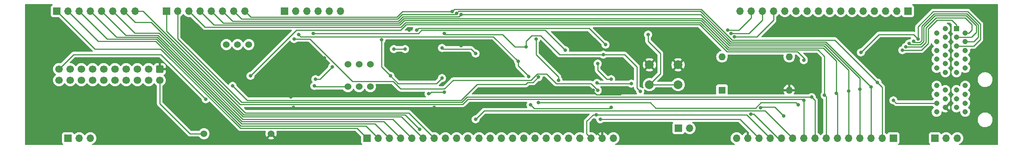
<source format=gbr>
%TF.GenerationSoftware,KiCad,Pcbnew,(6.0.0-0)*%
%TF.CreationDate,2022-02-16T17:51:06-05:00*%
%TF.ProjectId,cpu-input-output-control,6370752d-696e-4707-9574-2d6f75747075,rev?*%
%TF.SameCoordinates,Original*%
%TF.FileFunction,Copper,L2,Bot*%
%TF.FilePolarity,Positive*%
%FSLAX46Y46*%
G04 Gerber Fmt 4.6, Leading zero omitted, Abs format (unit mm)*
G04 Created by KiCad (PCBNEW (6.0.0-0)) date 2022-02-16 17:51:06*
%MOMM*%
%LPD*%
G01*
G04 APERTURE LIST*
G04 Aperture macros list*
%AMRoundRect*
0 Rectangle with rounded corners*
0 $1 Rounding radius*
0 $2 $3 $4 $5 $6 $7 $8 $9 X,Y pos of 4 corners*
0 Add a 4 corners polygon primitive as box body*
4,1,4,$2,$3,$4,$5,$6,$7,$8,$9,$2,$3,0*
0 Add four circle primitives for the rounded corners*
1,1,$1+$1,$2,$3*
1,1,$1+$1,$4,$5*
1,1,$1+$1,$6,$7*
1,1,$1+$1,$8,$9*
0 Add four rect primitives between the rounded corners*
20,1,$1+$1,$2,$3,$4,$5,0*
20,1,$1+$1,$4,$5,$6,$7,0*
20,1,$1+$1,$6,$7,$8,$9,0*
20,1,$1+$1,$8,$9,$2,$3,0*%
G04 Aperture macros list end*
%TA.AperFunction,ComponentPad*%
%ADD10C,1.524000*%
%TD*%
%TA.AperFunction,ComponentPad*%
%ADD11R,1.700000X1.700000*%
%TD*%
%TA.AperFunction,ComponentPad*%
%ADD12O,1.700000X1.700000*%
%TD*%
%TA.AperFunction,ComponentPad*%
%ADD13C,2.000000*%
%TD*%
%TA.AperFunction,ComponentPad*%
%ADD14R,1.600000X1.600000*%
%TD*%
%TA.AperFunction,ComponentPad*%
%ADD15O,1.600000X1.600000*%
%TD*%
%TA.AperFunction,ComponentPad*%
%ADD16RoundRect,0.250000X-0.600000X0.600000X-0.600000X-0.600000X0.600000X-0.600000X0.600000X0.600000X0*%
%TD*%
%TA.AperFunction,ComponentPad*%
%ADD17C,1.700000*%
%TD*%
%TA.AperFunction,ComponentPad*%
%ADD18R,1.208000X1.208000*%
%TD*%
%TA.AperFunction,ComponentPad*%
%ADD19C,1.208000*%
%TD*%
%TA.AperFunction,ViaPad*%
%ADD20C,0.800000*%
%TD*%
%TA.AperFunction,Conductor*%
%ADD21C,0.250000*%
%TD*%
G04 APERTURE END LIST*
D10*
%TO.P,U4,*%
%TO.N,*%
X84441000Y-75676000D03*
X89521000Y-75676000D03*
%TO.P,U4,1,Vcc*%
%TO.N,VCC*%
X79361000Y-95996000D03*
%TO.P,U4,2,Gnd*%
%TO.N,GND*%
X94601000Y-95996000D03*
%TO.P,U4,3,Q*%
%TO.N,MANUAL_CLOCK*%
X86981000Y-75676000D03*
%TD*%
D11*
%TO.P,J4,1,Pin_1*%
%TO.N,~{RESET}*%
X186944000Y-94742000D03*
D12*
%TO.P,J4,2,Pin_2*%
X189484000Y-94742000D03*
%TD*%
D13*
%TO.P,SW1,1,1*%
%TO.N,GND*%
X186892000Y-80300000D03*
X180392000Y-80300000D03*
%TO.P,SW1,2,2*%
%TO.N,~{RESET}*%
X186892000Y-84800000D03*
X180392000Y-84800000D03*
%TD*%
D14*
%TO.P,Y1,1,1*%
%TO.N,unconnected-(Y1-Pad1)*%
X196845000Y-86081000D03*
D15*
%TO.P,Y1,2,2*%
%TO.N,GND*%
X212085000Y-86081000D03*
%TO.P,Y1,3,3*%
%TO.N,CRYSTAL_CLOCK*%
X212085000Y-78461000D03*
%TO.P,Y1,4,4*%
%TO.N,VCC*%
X196845000Y-78461000D03*
%TD*%
D16*
%TO.P,J3,1,Pin_1*%
%TO.N,GND*%
X69342000Y-81280000D03*
D17*
%TO.P,J3,2,Pin_2*%
%TO.N,VCC*%
X69342000Y-83820000D03*
%TO.P,J3,3,Pin_3*%
%TO.N,BUS0*%
X66802000Y-81280000D03*
%TO.P,J3,4,Pin_4*%
%TO.N,unconnected-(J3-Pad4)*%
X66802000Y-83820000D03*
%TO.P,J3,5,Pin_5*%
%TO.N,BUS1*%
X64262000Y-81280000D03*
%TO.P,J3,6,Pin_6*%
%TO.N,unconnected-(J3-Pad6)*%
X64262000Y-83820000D03*
%TO.P,J3,7,Pin_7*%
%TO.N,BUS2*%
X61722000Y-81280000D03*
%TO.P,J3,8,Pin_8*%
%TO.N,unconnected-(J3-Pad8)*%
X61722000Y-83820000D03*
%TO.P,J3,9,Pin_9*%
%TO.N,BUS3*%
X59182000Y-81280000D03*
%TO.P,J3,10,Pin_10*%
%TO.N,unconnected-(J3-Pad10)*%
X59182000Y-83820000D03*
%TO.P,J3,11,Pin_11*%
%TO.N,BUS4*%
X56642000Y-81280000D03*
%TO.P,J3,12,Pin_12*%
%TO.N,unconnected-(J3-Pad12)*%
X56642000Y-83820000D03*
%TO.P,J3,13,Pin_13*%
%TO.N,BUS5*%
X54102000Y-81280000D03*
%TO.P,J3,14,Pin_14*%
%TO.N,unconnected-(J3-Pad14)*%
X54102000Y-83820000D03*
%TO.P,J3,15,Pin_15*%
%TO.N,BUS6*%
X51562000Y-81280000D03*
%TO.P,J3,16,Pin_16*%
%TO.N,unconnected-(J3-Pad16)*%
X51562000Y-83820000D03*
%TO.P,J3,17,Pin_17*%
%TO.N,BUS7*%
X49022000Y-81280000D03*
%TO.P,J3,18,Pin_18*%
%TO.N,unconnected-(J3-Pad18)*%
X49022000Y-83820000D03*
%TO.P,J3,19,Pin_19*%
%TO.N,A4*%
X46482000Y-81280000D03*
%TO.P,J3,20,Pin_20*%
%TO.N,Net-(J3-Pad20)*%
X46482000Y-83820000D03*
%TD*%
D18*
%TO.P,J21,A01,A01*%
%TO.N,A0*%
X250004000Y-72034000D03*
D19*
%TO.P,J21,A02,A02*%
%TO.N,A1*%
X252004000Y-73034000D03*
%TO.P,J21,A03,A03*%
%TO.N,A2*%
X250004000Y-74034000D03*
%TO.P,J21,A04,A04*%
%TO.N,A3*%
X252004000Y-75034000D03*
%TO.P,J21,A05,A05*%
%TO.N,A4*%
X250004000Y-76034000D03*
%TO.P,J21,A06,A06*%
%TO.N,A5*%
X252004000Y-77034000D03*
%TO.P,J21,A07,A07*%
%TO.N,A6*%
X250004000Y-78034000D03*
%TO.P,J21,A08,A08*%
%TO.N,A7*%
X252004000Y-79034000D03*
%TO.P,J21,A09,A09*%
%TO.N,A8*%
X250004000Y-80034000D03*
%TO.P,J21,A10,A10*%
%TO.N,A9*%
X252004000Y-81034000D03*
%TO.P,J21,A11,A11*%
%TO.N,A10*%
X250004000Y-82034000D03*
%TO.P,J21,A12,A12*%
%TO.N,A11*%
X252004000Y-85034000D03*
%TO.P,J21,A13,A13*%
%TO.N,A12*%
X250004000Y-86034000D03*
%TO.P,J21,A14,A14*%
%TO.N,A13*%
X252004000Y-87034000D03*
%TO.P,J21,A15,A15*%
%TO.N,A14*%
X250004000Y-88034000D03*
%TO.P,J21,A16,A16*%
%TO.N,A15*%
X252004000Y-89034000D03*
%TO.P,J21,A17,A17*%
%TO.N,unconnected-(J21-PadA17)*%
X250004000Y-90034000D03*
%TO.P,J21,A18,A18*%
%TO.N,unconnected-(J21-PadA18)*%
X252004000Y-91034000D03*
%TO.P,J21,B01,B01*%
%TO.N,BUS0*%
X247504000Y-72034000D03*
%TO.P,J21,B02,B02*%
%TO.N,BUS1*%
X245504000Y-73034000D03*
%TO.P,J21,B03,B03*%
%TO.N,BUS2*%
X247504000Y-74034000D03*
%TO.P,J21,B04,B04*%
%TO.N,BUS3*%
X245504000Y-75034000D03*
%TO.P,J21,B05,B05*%
%TO.N,BUS4*%
X247504000Y-76034000D03*
%TO.P,J21,B06,B06*%
%TO.N,BUS5*%
X245504000Y-77034000D03*
%TO.P,J21,B07,B07*%
%TO.N,BUS6*%
X247504000Y-78034000D03*
%TO.P,J21,B08,B08*%
%TO.N,BUS7*%
X245504000Y-79034000D03*
%TO.P,J21,B09,B09*%
%TO.N,unconnected-(J21-PadB09)*%
X247504000Y-80034000D03*
%TO.P,J21,B10,B10*%
%TO.N,unconnected-(J21-PadB10)*%
X245504000Y-81034000D03*
%TO.P,J21,B11,B11*%
%TO.N,unconnected-(J21-PadB11)*%
X247504000Y-82034000D03*
%TO.P,J21,B12,B12*%
%TO.N,unconnected-(J21-PadB12)*%
X245504000Y-85034000D03*
%TO.P,J21,B13,B13*%
%TO.N,unconnected-(J21-PadB13)*%
X247504000Y-86034000D03*
%TO.P,J21,B14,B14*%
%TO.N,~{WRITE}*%
X245504000Y-87034000D03*
%TO.P,J21,B15,B15*%
%TO.N,~{READ}*%
X247504000Y-88034000D03*
%TO.P,J21,B16,B16*%
%TO.N,~{PORT2_EN}*%
X245504000Y-89034000D03*
%TO.P,J21,B17,B17*%
%TO.N,GND*%
X247504000Y-90034000D03*
%TO.P,J21,B18,B18*%
%TO.N,VCC*%
X245504000Y-91034000D03*
%TD*%
D10*
%TO.P,SW2,*%
%TO.N,*%
X114542000Y-80204000D03*
X112002000Y-80204000D03*
X117082000Y-80204000D03*
%TO.P,SW2,1,A*%
%TO.N,Net-(SW2-Pad1)*%
X112002000Y-85284000D03*
%TO.P,SW2,2,B*%
%TO.N,~{CLOCK}*%
X117082000Y-85284000D03*
%TO.P,SW2,3,C*%
%TO.N,Net-(SW2-Pad3)*%
X114542000Y-85284000D03*
%TD*%
D11*
%TO.P,J16,1,Pin_1*%
%TO.N,~{IRQ0}*%
X45989000Y-68072000D03*
D12*
%TO.P,J16,2,Pin_2*%
%TO.N,~{IRQ1}*%
X48529000Y-68072000D03*
%TO.P,J16,3,Pin_3*%
%TO.N,~{IRQ2}*%
X51069000Y-68072000D03*
%TO.P,J16,4,Pin_4*%
%TO.N,~{IRQ3}*%
X53609000Y-68072000D03*
%TO.P,J16,5,Pin_5*%
%TO.N,~{IRQ4}*%
X56149000Y-68072000D03*
%TO.P,J16,6,Pin_6*%
%TO.N,~{IRQ5}*%
X58689000Y-68072000D03*
%TO.P,J16,7,Pin_7*%
%TO.N,~{IRQ6}*%
X61229000Y-68072000D03*
%TO.P,J16,8,Pin_8*%
%TO.N,~{IRQ7}*%
X63769000Y-68072000D03*
%TD*%
D11*
%TO.P,J8,1,Pin_1*%
%TO.N,unconnected-(J8-Pad1)*%
X245110000Y-97028000D03*
D12*
%TO.P,J8,2,Pin_2*%
%TO.N,unconnected-(J8-Pad2)*%
X247650000Y-97028000D03*
%TO.P,J8,3,Pin_3*%
%TO.N,unconnected-(J8-Pad3)*%
X250190000Y-97028000D03*
%TD*%
D11*
%TO.P,J5,1,Pin_1*%
%TO.N,~{RESET}*%
X235702000Y-97028000D03*
D12*
%TO.P,J5,2,Pin_2*%
%TO.N,BUS0*%
X233162000Y-97028000D03*
%TO.P,J5,3,Pin_3*%
%TO.N,BUS1*%
X230622000Y-97028000D03*
%TO.P,J5,4,Pin_4*%
%TO.N,BUS2*%
X228082000Y-97028000D03*
%TO.P,J5,5,Pin_5*%
%TO.N,BUS3*%
X225542000Y-97028000D03*
%TO.P,J5,6,Pin_6*%
%TO.N,BUS4*%
X223002000Y-97028000D03*
%TO.P,J5,7,Pin_7*%
%TO.N,BUS5*%
X220462000Y-97028000D03*
%TO.P,J5,8,Pin_8*%
%TO.N,BUS6*%
X217922000Y-97028000D03*
%TO.P,J5,9,Pin_9*%
%TO.N,BUS7*%
X215382000Y-97028000D03*
%TO.P,J5,10,Pin_10*%
%TO.N,~{IRQ6}*%
X212842000Y-97028000D03*
%TO.P,J5,11,Pin_11*%
%TO.N,~{PORT6_EN}*%
X210302000Y-97028000D03*
%TO.P,J5,12,Pin_12*%
%TO.N,~{READ}*%
X207762000Y-97028000D03*
%TO.P,J5,13,Pin_13*%
%TO.N,~{WRITE}*%
X205222000Y-97028000D03*
%TO.P,J5,14,Pin_14*%
%TO.N,GND*%
X202682000Y-97028000D03*
%TO.P,J5,15,Pin_15*%
%TO.N,VCC*%
X200142000Y-97028000D03*
%TD*%
D11*
%TO.P,J11,1,Pin_1*%
%TO.N,BUS7*%
X70866000Y-68072000D03*
D12*
%TO.P,J11,2,Pin_2*%
%TO.N,BUS6*%
X73406000Y-68072000D03*
%TO.P,J11,3,Pin_3*%
%TO.N,BUS5*%
X75946000Y-68072000D03*
%TO.P,J11,4,Pin_4*%
%TO.N,BUS4*%
X78486000Y-68072000D03*
%TO.P,J11,5,Pin_5*%
%TO.N,BUS3*%
X81026000Y-68072000D03*
%TO.P,J11,6,Pin_6*%
%TO.N,BUS2*%
X83566000Y-68072000D03*
%TO.P,J11,7,Pin_7*%
%TO.N,BUS1*%
X86106000Y-68072000D03*
%TO.P,J11,8,Pin_8*%
%TO.N,BUS0*%
X88646000Y-68072000D03*
%TD*%
D11*
%TO.P,J2,1,Pin_1*%
%TO.N,~{IRQ0}*%
X116337000Y-97028000D03*
D12*
%TO.P,J2,2,Pin_2*%
%TO.N,~{IRQ1}*%
X118877000Y-97028000D03*
%TO.P,J2,3,Pin_3*%
%TO.N,~{IRQ2}*%
X121417000Y-97028000D03*
%TO.P,J2,4,Pin_4*%
%TO.N,~{IRQ3}*%
X123957000Y-97028000D03*
%TO.P,J2,5,Pin_5*%
%TO.N,~{IRQ4}*%
X126497000Y-97028000D03*
%TO.P,J2,6,Pin_6*%
%TO.N,~{IRQ5}*%
X129037000Y-97028000D03*
%TO.P,J2,7,Pin_7*%
%TO.N,~{IRQ7}*%
X131577000Y-97028000D03*
%TO.P,J2,8,Pin_8*%
%TO.N,~{PORT15_EN}*%
X134117000Y-97028000D03*
%TO.P,J2,9,Pin_9*%
%TO.N,~{PORT14_EN}*%
X136657000Y-97028000D03*
%TO.P,J2,10,Pin_10*%
%TO.N,~{PORT13_EN}*%
X139197000Y-97028000D03*
%TO.P,J2,11,Pin_11*%
%TO.N,~{PORT12_EN}*%
X141737000Y-97028000D03*
%TO.P,J2,12,Pin_12*%
%TO.N,~{PORT11_EN}*%
X144277000Y-97028000D03*
%TO.P,J2,13,Pin_13*%
%TO.N,~{PORT0_EN}*%
X146817000Y-97028000D03*
%TO.P,J2,14,Pin_14*%
%TO.N,~{PORT3_EN}*%
X149357000Y-97028000D03*
%TO.P,J2,15,Pin_15*%
%TO.N,~{PORT5_EN}*%
X151897000Y-97028000D03*
%TO.P,J2,16,Pin_16*%
%TO.N,~{PORT7_EN}*%
X154437000Y-97028000D03*
%TO.P,J2,17,Pin_17*%
%TO.N,~{PORT8_EN}*%
X156977000Y-97028000D03*
%TO.P,J2,18,Pin_18*%
%TO.N,~{PORT9_EN}*%
X159517000Y-97028000D03*
%TO.P,J2,19,Pin_19*%
%TO.N,~{PORT10_EN}*%
X162057000Y-97028000D03*
%TO.P,J2,20,Pin_20*%
%TO.N,~{WRITE}*%
X164597000Y-97028000D03*
%TO.P,J2,21,Pin_21*%
%TO.N,~{READ}*%
X167137000Y-97028000D03*
%TO.P,J2,22,Pin_22*%
%TO.N,GND*%
X169677000Y-97028000D03*
%TO.P,J2,23,Pin_23*%
%TO.N,VCC*%
X172217000Y-97028000D03*
%TD*%
D11*
%TO.P,J6,1,Pin_1*%
%TO.N,A15*%
X239014000Y-68060000D03*
D12*
%TO.P,J6,2,Pin_2*%
%TO.N,A14*%
X236474000Y-68060000D03*
%TO.P,J6,3,Pin_3*%
%TO.N,A13*%
X233934000Y-68060000D03*
%TO.P,J6,4,Pin_4*%
%TO.N,A12*%
X231394000Y-68060000D03*
%TO.P,J6,5,Pin_5*%
%TO.N,A11*%
X228854000Y-68060000D03*
%TO.P,J6,6,Pin_6*%
%TO.N,A10*%
X226314000Y-68060000D03*
%TO.P,J6,7,Pin_7*%
%TO.N,A9*%
X223774000Y-68060000D03*
%TO.P,J6,8,Pin_8*%
%TO.N,A8*%
X221234000Y-68060000D03*
%TO.P,J6,9,Pin_9*%
%TO.N,A7*%
X218694000Y-68060000D03*
%TO.P,J6,10,Pin_10*%
%TO.N,A6*%
X216154000Y-68060000D03*
%TO.P,J6,11,Pin_11*%
%TO.N,A5*%
X213614000Y-68060000D03*
%TO.P,J6,12,Pin_12*%
%TO.N,A4*%
X211074000Y-68060000D03*
%TO.P,J6,13,Pin_13*%
%TO.N,A3*%
X208534000Y-68060000D03*
%TO.P,J6,14,Pin_14*%
%TO.N,A2*%
X205994000Y-68060000D03*
%TO.P,J6,15,Pin_15*%
%TO.N,A1*%
X203454000Y-68060000D03*
%TO.P,J6,16,Pin_16*%
%TO.N,A0*%
X200914000Y-68060000D03*
%TD*%
D11*
%TO.P,J1,1,Pin_1*%
%TO.N,~{READ}*%
X97660000Y-68050000D03*
D12*
%TO.P,J1,2,Pin_2*%
%TO.N,~{WRITE}*%
X100200000Y-68050000D03*
%TO.P,J1,3,Pin_3*%
%TO.N,~{IO_REQUEST}*%
X102740000Y-68050000D03*
%TO.P,J1,4,Pin_4*%
%TO.N,~{RESET}*%
X105280000Y-68050000D03*
%TO.P,J1,5,Pin_5*%
%TO.N,CLOCK*%
X107820000Y-68050000D03*
%TO.P,J1,6,Pin_6*%
%TO.N,~{CLOCK}*%
X110360000Y-68050000D03*
%TD*%
D11*
%TO.P,J7,1,Pin_1*%
%TO.N,unconnected-(J7-Pad1)*%
X48514000Y-97028000D03*
D12*
%TO.P,J7,2,Pin_2*%
%TO.N,unconnected-(J7-Pad2)*%
X51054000Y-97028000D03*
%TO.P,J7,3,Pin_3*%
%TO.N,unconnected-(J7-Pad3)*%
X53594000Y-97028000D03*
%TD*%
D20*
%TO.N,~{READ}*%
X168656000Y-86106000D03*
X99822000Y-74422000D03*
X168364500Y-91694000D03*
%TO.N,~{WRITE}*%
X169233078Y-92695719D03*
X153023076Y-82985824D03*
X150622000Y-79502000D03*
X100838000Y-73406000D03*
%TO.N,~{IO_REQUEST}*%
X161290000Y-76962000D03*
X104140000Y-73152000D03*
%TO.N,~{RESET}*%
X180086000Y-73406000D03*
%TO.N,GND*%
X231394000Y-81788000D03*
X140716000Y-90170000D03*
X131555299Y-90015522D03*
X133858000Y-79248000D03*
X106680223Y-78748821D03*
X131318000Y-79502000D03*
X171958000Y-81026000D03*
X137668000Y-75946000D03*
X175260000Y-85598000D03*
X239776000Y-83820000D03*
X99060000Y-87630000D03*
X145542000Y-86106000D03*
X135382000Y-75438000D03*
X140716000Y-79248000D03*
X167635701Y-86110299D03*
X107696000Y-86905500D03*
X126492000Y-82841500D03*
X125950569Y-72427500D03*
X167640000Y-92964000D03*
X99635286Y-90015522D03*
%TO.N,VCC*%
X119634000Y-74601001D03*
X133858000Y-73152000D03*
X152400000Y-76200000D03*
X108458000Y-80772000D03*
X205547915Y-90051101D03*
X121666000Y-82841500D03*
X210820000Y-91948000D03*
X104648000Y-83566000D03*
X178308000Y-86360000D03*
X133350000Y-83312000D03*
X169926000Y-77978000D03*
%TO.N,~{IRQ6}*%
X140970000Y-92710000D03*
X128270000Y-94996000D03*
%TO.N,A4*%
X241300000Y-74422000D03*
X215392000Y-79248000D03*
X89916000Y-82804000D03*
X228346000Y-77470000D03*
X79756000Y-88138000D03*
%TO.N,A3*%
X240284000Y-74930000D03*
X199644000Y-73914000D03*
%TO.N,A2*%
X198882000Y-73152000D03*
X239268000Y-75438000D03*
%TO.N,A1*%
X238506000Y-76200000D03*
X198120000Y-72390000D03*
%TO.N,A0*%
X237744000Y-76962000D03*
%TO.N,BUS0*%
X232112588Y-84358592D03*
X135662368Y-68147945D03*
%TO.N,BUS1*%
X136652000Y-68580000D03*
X230632000Y-85381500D03*
%TO.N,BUS2*%
X228092000Y-85869458D03*
X137668000Y-68834000D03*
%TO.N,BUS3*%
X225552000Y-86318967D03*
%TO.N,BUS4*%
X222791208Y-86768478D03*
%TO.N,BUS5*%
X220097907Y-87217989D03*
%TO.N,BUS6*%
X217184105Y-87667500D03*
%TO.N,BUS7*%
X215392000Y-88392000D03*
%TO.N,Net-(U1-Pad3)*%
X171704000Y-83566000D03*
X168656000Y-80010000D03*
%TO.N,~{PORT1_EN}*%
X153416000Y-89408000D03*
X171683239Y-90011989D03*
%TO.N,~{PORT2_EN}*%
X214122000Y-89408000D03*
X235712000Y-88392000D03*
X155194000Y-88900000D03*
%TO.N,~{PORT4_EN}*%
X154686000Y-74422000D03*
X159766000Y-83857500D03*
%TO.N,~{PORT6_EN}*%
X176276000Y-84582000D03*
X168501581Y-84418981D03*
X203385300Y-91500101D03*
%TO.N,CRYSTAL_CLOCK*%
X127570508Y-72427500D03*
X133350000Y-76454000D03*
X140970000Y-77724000D03*
X170434000Y-75692000D03*
%TO.N,Net-(J3-Pad20)*%
X155232301Y-83095500D03*
X85852000Y-85090000D03*
%TO.N,Net-(SW2-Pad1)*%
X104394000Y-85090000D03*
%TO.N,FREQ1*%
X124968000Y-76708000D03*
X122428000Y-76708000D03*
%TO.N,FREQ5*%
X130302000Y-86868000D03*
X133841917Y-86501511D03*
%TD*%
D21*
%TO.N,~{IRQ6}*%
X212842000Y-97028000D02*
X206589601Y-90775601D01*
X142904399Y-90775601D02*
X140970000Y-92710000D01*
X206589601Y-90775601D02*
X142904399Y-90775601D01*
%TO.N,~{READ}*%
X166151700Y-96042700D02*
X166151700Y-93173700D01*
X202428001Y-91694001D02*
X168364500Y-91694000D01*
X135861114Y-83820000D02*
X153483201Y-83820000D01*
X154932202Y-82370999D02*
X157046999Y-82370999D01*
X99822000Y-74422000D02*
X103378000Y-74422000D01*
X113030000Y-84074000D02*
X122262782Y-84074000D01*
X122262782Y-84074000D02*
X123965793Y-85777011D01*
X159258000Y-84582000D02*
X167132000Y-84582000D01*
X123965793Y-85777011D02*
X133904103Y-85777011D01*
X157046999Y-82370999D02*
X159258000Y-84582000D01*
X167132000Y-84582000D02*
X168656000Y-86106000D01*
X167631400Y-91694000D02*
X168364500Y-91694000D01*
X103378000Y-74422000D02*
X113030000Y-84074000D01*
X167137000Y-97028000D02*
X166151700Y-96042700D01*
X166151700Y-93173700D02*
X167631400Y-91694000D01*
X207762000Y-97028000D02*
X202428001Y-91694001D01*
X133904103Y-85777011D02*
X135861114Y-83820000D01*
X153483201Y-83820000D02*
X154932202Y-82370999D01*
%TO.N,~{WRITE}*%
X153023076Y-82919076D02*
X153023076Y-82985824D01*
X144996501Y-73876501D02*
X150622000Y-79502000D01*
X101308501Y-73876501D02*
X144996501Y-73876501D01*
X150622000Y-79502000D02*
X150622000Y-80518000D01*
X150622000Y-80518000D02*
X153023076Y-82919076D01*
X205222000Y-97028000D02*
X200889719Y-92695719D01*
X100838000Y-73406000D02*
X101308501Y-73876501D01*
X200889719Y-92695719D02*
X169233078Y-92695719D01*
%TO.N,~{IO_REQUEST}*%
X128016000Y-73152000D02*
X104140000Y-73152000D01*
X156755499Y-72427499D02*
X128740501Y-72427499D01*
X161290000Y-76962000D02*
X156755499Y-72427499D01*
X128740501Y-72427499D02*
X128016000Y-73152000D01*
%TO.N,~{RESET}*%
X182880000Y-82312000D02*
X180392000Y-84800000D01*
X182880000Y-77724000D02*
X182880000Y-82312000D01*
X180392000Y-84800000D02*
X186892000Y-84800000D01*
X180086000Y-73406000D02*
X180086000Y-74930000D01*
X180086000Y-74930000D02*
X182880000Y-77724000D01*
%TO.N,GND*%
X99060000Y-86369044D02*
X99060000Y-87630000D01*
X167635701Y-86355701D02*
X167635701Y-86110299D01*
X99530500Y-86905500D02*
X99060000Y-87376000D01*
X167635701Y-86110299D02*
X145546299Y-86110299D01*
X169677000Y-97028000D02*
X167640000Y-94991000D01*
X173736000Y-87122000D02*
X168402000Y-87122000D01*
X107696000Y-86905500D02*
X99530500Y-86905500D01*
X145546299Y-86110299D02*
X145542000Y-86106000D01*
X106680223Y-78748821D02*
X99060000Y-86369044D01*
X167640000Y-94991000D02*
X167640000Y-92964000D01*
X168402000Y-87122000D02*
X167635701Y-86355701D01*
X239776000Y-83820000D02*
X237744000Y-81788000D01*
X175260000Y-85598000D02*
X173736000Y-87122000D01*
X237744000Y-81788000D02*
X231394000Y-81788000D01*
X99060000Y-87376000D02*
X99060000Y-87630000D01*
%TO.N,VCC*%
X123406500Y-84582000D02*
X132080000Y-84582000D01*
X69342000Y-83820000D02*
X69342000Y-89154000D01*
X158750000Y-76708000D02*
X155702000Y-73660000D01*
X155702000Y-73660000D02*
X155194000Y-73660000D01*
X208788000Y-89916000D02*
X205683016Y-89916000D01*
X155194000Y-73660000D02*
X153670000Y-73660000D01*
X152400000Y-76200000D02*
X151384000Y-76200000D01*
X105664000Y-83566000D02*
X108458000Y-80772000D01*
X175260000Y-78486000D02*
X177546000Y-80772000D01*
X177546000Y-80772000D02*
X177546000Y-83058000D01*
X205683016Y-89916000D02*
X205547915Y-90051101D01*
X151384000Y-76200000D02*
X149860000Y-76200000D01*
X119634000Y-80809500D02*
X121666000Y-82841500D01*
X119634000Y-74601001D02*
X119634000Y-80809500D01*
X121666000Y-82841500D02*
X123406500Y-84582000D01*
X152400000Y-74930000D02*
X152400000Y-76200000D01*
X177546000Y-83058000D02*
X177546000Y-85598000D01*
X210820000Y-91948000D02*
X208788000Y-89916000D01*
X169926000Y-77978000D02*
X174752000Y-77978000D01*
X169926000Y-77978000D02*
X160020000Y-77978000D01*
X152654000Y-74676000D02*
X152400000Y-74930000D01*
X76184000Y-95996000D02*
X79361000Y-95996000D01*
X149860000Y-76200000D02*
X148082000Y-74422000D01*
X177546000Y-85598000D02*
X178308000Y-86360000D01*
X104648000Y-83566000D02*
X105664000Y-83566000D01*
X69342000Y-89154000D02*
X76184000Y-95996000D01*
X134112000Y-73406000D02*
X133858000Y-73152000D01*
X148082000Y-74422000D02*
X147066000Y-73406000D01*
X132080000Y-84582000D02*
X133350000Y-83312000D01*
X174752000Y-77978000D02*
X175260000Y-78486000D01*
X147066000Y-73406000D02*
X145288000Y-73406000D01*
X145288000Y-73406000D02*
X134112000Y-73406000D01*
X160020000Y-77978000D02*
X158750000Y-76708000D01*
X153670000Y-73660000D02*
X152654000Y-74676000D01*
%TO.N,~{IRQ0}*%
X69557726Y-76673950D02*
X87625776Y-94742000D01*
X87625776Y-94742000D02*
X114051000Y-94742000D01*
X45989000Y-68072000D02*
X54590950Y-76673950D01*
X54590950Y-76673950D02*
X69557726Y-76673950D01*
X114051000Y-94742000D02*
X116337000Y-97028000D01*
%TO.N,~{IRQ1}*%
X55348553Y-74891553D02*
X48529000Y-68072000D01*
X68411032Y-74891553D02*
X55348553Y-74891553D01*
X118877000Y-97028000D02*
X116083000Y-94234000D01*
X87753479Y-94234000D02*
X68411032Y-74891553D01*
X116083000Y-94234000D02*
X87753479Y-94234000D01*
%TO.N,~{IRQ2}*%
X68597226Y-74442042D02*
X87881184Y-93726000D01*
X118115000Y-93726000D02*
X121417000Y-97028000D01*
X51069000Y-68072000D02*
X57439042Y-74442042D01*
X57439042Y-74442042D02*
X68597226Y-74442042D01*
X87881184Y-93726000D02*
X118115000Y-93726000D01*
%TO.N,~{IRQ3}*%
X88008888Y-93218000D02*
X68783419Y-73992531D01*
X68783419Y-73992531D02*
X59529531Y-73992531D01*
X120147000Y-93218000D02*
X88008888Y-93218000D01*
X59529531Y-73992531D02*
X53609000Y-68072000D01*
X123957000Y-97028000D02*
X120147000Y-93218000D01*
%TO.N,~{IRQ4}*%
X88136592Y-92710000D02*
X122179000Y-92710000D01*
X56149000Y-68072000D02*
X61620021Y-73543021D01*
X68969613Y-73543021D02*
X88136592Y-92710000D01*
X61620021Y-73543021D02*
X68969613Y-73543021D01*
X122179000Y-92710000D02*
X126497000Y-97028000D01*
%TO.N,~{IRQ5}*%
X129037000Y-97028000D02*
X124152511Y-92143511D01*
X88205806Y-92143510D02*
X69155806Y-73093510D01*
X69155806Y-73093510D02*
X63710510Y-73093510D01*
X124152511Y-92143511D02*
X88205806Y-92143510D01*
X63710510Y-73093510D02*
X58689000Y-68072000D01*
%TO.N,~{IRQ6}*%
X72057471Y-75233175D02*
X72057471Y-75359471D01*
X61229000Y-68072000D02*
X63754000Y-70597000D01*
X88392000Y-91694000D02*
X124968000Y-91694000D01*
X63754000Y-70597000D02*
X67421296Y-70597000D01*
X72057471Y-75359471D02*
X88392000Y-91694000D01*
X67421296Y-70597000D02*
X72057471Y-75233175D01*
X124968000Y-91694000D02*
X128270000Y-94996000D01*
%TO.N,~{IRQ7}*%
X63769000Y-68072000D02*
X65532000Y-68072000D01*
X125793489Y-91244489D02*
X131577000Y-97028000D01*
X88704489Y-91244489D02*
X125793489Y-91244489D01*
X65532000Y-68072000D02*
X88704489Y-91244489D01*
%TO.N,A4*%
X232410000Y-73406000D02*
X240284000Y-73406000D01*
X241300000Y-74422000D02*
X241300000Y-71626592D01*
X49784000Y-77978000D02*
X51308000Y-77978000D01*
X71628000Y-80010000D02*
X79756000Y-88138000D01*
X255407020Y-74538980D02*
X253912000Y-76034000D01*
X215646000Y-78994000D02*
X215392000Y-79248000D01*
X51308000Y-77978000D02*
X69596000Y-77978000D01*
X123952000Y-72390000D02*
X125222000Y-71120000D01*
X213988489Y-77336489D02*
X215646000Y-78994000D01*
X125222000Y-71120000D02*
X191770000Y-71120000D01*
X255407022Y-71001614D02*
X255407020Y-74538980D01*
X100330000Y-72390000D02*
X123952000Y-72390000D01*
X69596000Y-77978000D02*
X71628000Y-80010000D01*
X46482000Y-81280000D02*
X49784000Y-77978000D01*
X253912000Y-76034000D02*
X250004000Y-76034000D01*
X241300000Y-71626592D02*
X244737614Y-68188978D01*
X244737614Y-68188978D02*
X252594388Y-68188980D01*
X252594388Y-68188980D02*
X255407022Y-71001614D01*
X228346000Y-77470000D02*
X232410000Y-73406000D01*
X240284000Y-73406000D02*
X241300000Y-74422000D01*
X197986489Y-77336489D02*
X213988489Y-77336489D01*
X191770000Y-71120000D02*
X197986489Y-77336489D01*
X89916000Y-82804000D02*
X100330000Y-72390000D01*
%TO.N,A3*%
X242120490Y-71441806D02*
X244923807Y-68638489D01*
X254957511Y-71187807D02*
X254957510Y-73972490D01*
X253896000Y-75034000D02*
X252004000Y-75034000D01*
X254957510Y-73972490D02*
X253896000Y-75034000D01*
X240284000Y-74930000D02*
X240538000Y-75184000D01*
X252408194Y-68638490D02*
X254957511Y-71187807D01*
X199644000Y-73914000D02*
X204724000Y-73914000D01*
X242120489Y-74743807D02*
X242120490Y-71441806D01*
X208534000Y-70104000D02*
X208534000Y-68060000D01*
X204724000Y-73914000D02*
X208534000Y-70104000D01*
X241680296Y-75184000D02*
X242120489Y-74743807D01*
X240538000Y-75184000D02*
X241680296Y-75184000D01*
X244923807Y-68638489D02*
X252408194Y-68638490D01*
%TO.N,A2*%
X205994000Y-68060000D02*
X205994000Y-70104000D01*
X254508000Y-71374000D02*
X252984000Y-69850000D01*
X250004000Y-74034000D02*
X253372000Y-74034000D01*
X252984000Y-69850000D02*
X252222000Y-69088000D01*
X243840000Y-70358000D02*
X242570000Y-71628000D01*
X252222000Y-69088000D02*
X247904000Y-69088000D01*
X247904000Y-69088000D02*
X245110000Y-69088000D01*
X202946000Y-73152000D02*
X199390000Y-73152000D01*
X239522000Y-75692000D02*
X239268000Y-75438000D01*
X240792000Y-75692000D02*
X239522000Y-75692000D01*
X254508000Y-72644000D02*
X254508000Y-71374000D01*
X204724000Y-71374000D02*
X202946000Y-73152000D01*
X242570000Y-71628000D02*
X242570000Y-74676000D01*
X245110000Y-69088000D02*
X243840000Y-70358000D01*
X241808000Y-75692000D02*
X240792000Y-75692000D01*
X253372000Y-74034000D02*
X253492000Y-73914000D01*
X254508000Y-72898000D02*
X254508000Y-72644000D01*
X205994000Y-70104000D02*
X204724000Y-71374000D01*
X253492000Y-73914000D02*
X254508000Y-72898000D01*
X242062000Y-75438000D02*
X241808000Y-75692000D01*
X199390000Y-73152000D02*
X198882000Y-73152000D01*
X242570000Y-74930000D02*
X242062000Y-75438000D01*
X242570000Y-74676000D02*
X242570000Y-74930000D01*
%TO.N,A1*%
X245364000Y-69596000D02*
X251968000Y-69596000D01*
X253492000Y-71120000D02*
X253492000Y-72390000D01*
X243078000Y-75184000D02*
X243078000Y-71882000D01*
X238506000Y-76200000D02*
X242062000Y-76200000D01*
X200660000Y-72390000D02*
X203454000Y-69596000D01*
X243078000Y-71882000D02*
X245364000Y-69596000D01*
X198120000Y-72390000D02*
X200660000Y-72390000D01*
X251968000Y-69596000D02*
X253492000Y-71120000D01*
X252848000Y-73034000D02*
X252004000Y-73034000D01*
X203454000Y-69596000D02*
X203454000Y-68060000D01*
X242062000Y-76200000D02*
X243078000Y-75184000D01*
X253492000Y-72390000D02*
X252848000Y-73034000D01*
%TO.N,A0*%
X248920000Y-70104000D02*
X250004000Y-71188000D01*
X245618000Y-70104000D02*
X248920000Y-70104000D01*
X243586000Y-75438000D02*
X243586000Y-72136000D01*
X237744000Y-76962000D02*
X242062000Y-76962000D01*
X243586000Y-72136000D02*
X245618000Y-70104000D01*
X250004000Y-71188000D02*
X250004000Y-72034000D01*
X242062000Y-76962000D02*
X243586000Y-75438000D01*
%TO.N,BUS0*%
X233162000Y-97028000D02*
X233162000Y-85408004D01*
X192124211Y-67659988D02*
X136150324Y-67659989D01*
X222393424Y-74639428D02*
X199103651Y-74639428D01*
X233162000Y-85408004D02*
X232112588Y-84358592D01*
X124379826Y-68147946D02*
X135662368Y-68147945D01*
X90012936Y-69438936D02*
X123088835Y-69438937D01*
X136150324Y-67659989D02*
X135662368Y-68147945D01*
X123088835Y-69438937D02*
X124379826Y-68147946D01*
X199103651Y-74639428D02*
X192124211Y-67659988D01*
X88646000Y-68072000D02*
X90012936Y-69438936D01*
X232112588Y-84358592D02*
X222393424Y-74639428D01*
%TO.N,BUS1*%
X87922447Y-69888447D02*
X86106000Y-68072000D01*
X230622000Y-85391500D02*
X230632000Y-85381500D01*
X220379754Y-75088938D02*
X198917457Y-75088938D01*
X137122501Y-68109499D02*
X136652000Y-68580000D01*
X198917457Y-75088938D02*
X191938018Y-68109499D01*
X124291032Y-68872446D02*
X123275031Y-69888447D01*
X123275031Y-69888447D02*
X87922447Y-69888447D01*
X230632000Y-85341184D02*
X220379754Y-75088938D01*
X136652000Y-68580000D02*
X136359554Y-68872446D01*
X136359554Y-68872446D02*
X124291032Y-68872446D01*
X191938018Y-68109499D02*
X137122501Y-68109499D01*
X230622000Y-97028000D02*
X230622000Y-85391500D01*
X230632000Y-85381500D02*
X230632000Y-85341184D01*
%TO.N,BUS2*%
X192026816Y-68834000D02*
X137668000Y-68834000D01*
X220193558Y-75538446D02*
X198731264Y-75538448D01*
X137180042Y-69321958D02*
X137668000Y-68834000D01*
X198731264Y-75538448D02*
X192026816Y-68834000D01*
X228092000Y-85869458D02*
X228092000Y-83436888D01*
X123461226Y-70337958D02*
X124477226Y-69321958D01*
X228082000Y-97028000D02*
X228082000Y-85879458D01*
X83566000Y-68072000D02*
X85831958Y-70337958D01*
X228082000Y-85879458D02*
X228092000Y-85869458D01*
X124477226Y-69321958D02*
X137180042Y-69321958D01*
X228092000Y-83436888D02*
X220193558Y-75538446D01*
X85831958Y-70337958D02*
X123461226Y-70337958D01*
%TO.N,BUS3*%
X225552000Y-81532592D02*
X220007365Y-75987957D01*
X225542000Y-86328967D02*
X225552000Y-86318967D01*
X198545070Y-75987958D02*
X192328580Y-69771468D01*
X124663419Y-69771469D02*
X123647419Y-70787469D01*
X123647419Y-70787469D02*
X83741470Y-70787470D01*
X225542000Y-97028000D02*
X225542000Y-86328967D01*
X192328580Y-69771468D02*
X124663419Y-69771469D01*
X220007365Y-75987957D02*
X198545070Y-75987958D01*
X83741470Y-70787470D02*
X81026000Y-68072000D01*
X225552000Y-86318967D02*
X225552000Y-81532592D01*
%TO.N,BUS4*%
X222791208Y-79407504D02*
X219821172Y-76437468D01*
X123833612Y-71236980D02*
X81650980Y-71236980D01*
X124849613Y-70220979D02*
X123833612Y-71236980D01*
X198358876Y-76437468D02*
X192142387Y-70220979D01*
X219821172Y-76437468D02*
X198358876Y-76437468D01*
X222791208Y-86768478D02*
X222791208Y-79407504D01*
X81650980Y-71236980D02*
X78486000Y-68072000D01*
X223002000Y-97028000D02*
X223002000Y-86979270D01*
X223002000Y-86979270D02*
X222791208Y-86768478D01*
X192142387Y-70220979D02*
X124849613Y-70220979D01*
%TO.N,BUS5*%
X79560490Y-71686490D02*
X124019806Y-71686490D01*
X220462000Y-97028000D02*
X220462000Y-87582082D01*
X220462000Y-87582082D02*
X220097907Y-87217989D01*
X191956194Y-70670490D02*
X198172683Y-76886979D01*
X220097907Y-78365907D02*
X220097907Y-87217989D01*
X75946000Y-68072000D02*
X79560490Y-71686490D01*
X198172683Y-76886979D02*
X218618979Y-76886979D01*
X218618979Y-76886979D02*
X220097907Y-78365907D01*
X125035807Y-70670489D02*
X191956194Y-70670490D01*
X124019806Y-71686490D02*
X125035807Y-70670489D01*
%TO.N,BUS6*%
X217922000Y-88405395D02*
X217184105Y-87667500D01*
X217922000Y-97028000D02*
X217922000Y-88405395D01*
X87888659Y-88841511D02*
X73406000Y-74358852D01*
X137854193Y-88841511D02*
X87888659Y-88841511D01*
X217184105Y-87667500D02*
X139028204Y-87667500D01*
X139028204Y-87667500D02*
X137854193Y-88841511D01*
X73406000Y-74358852D02*
X73406000Y-68072000D01*
%TO.N,BUS7*%
X215382000Y-88402000D02*
X215392000Y-88392000D01*
X215382000Y-97028000D02*
X215382000Y-88402000D01*
X87513022Y-89291022D02*
X138040386Y-89291022D01*
X138040386Y-89291022D02*
X139214397Y-88117011D01*
X215117011Y-88117011D02*
X215392000Y-88392000D01*
X70866000Y-72644000D02*
X87513022Y-89291022D01*
X139214397Y-88117011D02*
X215117011Y-88117011D01*
X70866000Y-68072000D02*
X70866000Y-72644000D01*
%TO.N,Net-(U1-Pad3)*%
X168656000Y-80010000D02*
X168656000Y-81534000D01*
X170688000Y-83566000D02*
X171704000Y-83566000D01*
X168656000Y-81534000D02*
X170688000Y-83566000D01*
%TO.N,~{PORT1_EN}*%
X171408249Y-90286979D02*
X171683239Y-90011989D01*
X153416000Y-89408000D02*
X154294979Y-90286979D01*
X154294979Y-90286979D02*
X171408249Y-90286979D01*
%TO.N,~{PORT2_EN}*%
X205674416Y-88900000D02*
X213614000Y-88900000D01*
X155194000Y-88900000D02*
X180585400Y-88900000D01*
X181817901Y-90132501D02*
X204441915Y-90132501D01*
X235712000Y-88392000D02*
X236354000Y-89034000D01*
X236354000Y-89034000D02*
X245504000Y-89034000D01*
X180585400Y-88900000D02*
X181817901Y-90132501D01*
X204441915Y-90132501D02*
X205674416Y-88900000D01*
X213614000Y-88900000D02*
X214122000Y-89408000D01*
%TO.N,~{PORT4_EN}*%
X159766000Y-83058000D02*
X159766000Y-83857500D01*
X154686000Y-77978000D02*
X159766000Y-83058000D01*
X154686000Y-74422000D02*
X154686000Y-77978000D01*
%TO.N,~{PORT6_EN}*%
X176276000Y-84582000D02*
X168664600Y-84582000D01*
X168664600Y-84582000D02*
X168501581Y-84418981D01*
X209556094Y-97028000D02*
X204028195Y-91500101D01*
X204028195Y-91500101D02*
X203385300Y-91500101D01*
X210302000Y-97028000D02*
X209556094Y-97028000D01*
%TO.N,CRYSTAL_CLOCK*%
X133604000Y-76708000D02*
X133350000Y-76454000D01*
X128020019Y-71977989D02*
X127570508Y-72427500D01*
X166719989Y-71977989D02*
X128020019Y-71977989D01*
X170434000Y-75692000D02*
X166719989Y-71977989D01*
X137668000Y-76708000D02*
X133604000Y-76708000D01*
X139954000Y-76708000D02*
X137668000Y-76708000D01*
X140970000Y-77724000D02*
X139954000Y-76708000D01*
%TO.N,Net-(J3-Pad20)*%
X137668000Y-88392000D02*
X141282489Y-84777511D01*
X85852000Y-85090000D02*
X89154000Y-88392000D01*
X152781704Y-84328000D02*
X153999801Y-84328000D01*
X152332194Y-84777510D02*
X152781704Y-84328000D01*
X89154000Y-88392000D02*
X137668000Y-88392000D01*
X141282489Y-84777511D02*
X152332194Y-84777510D01*
X153999801Y-84328000D02*
X155232301Y-83095500D01*
%TO.N,Net-(SW2-Pad1)*%
X104588000Y-85284000D02*
X112002000Y-85284000D01*
X104394000Y-85090000D02*
X104588000Y-85284000D01*
%TO.N,FREQ1*%
X122428000Y-76708000D02*
X124968000Y-76708000D01*
%TO.N,FREQ5*%
X130556000Y-86868000D02*
X130922489Y-86501511D01*
X130922489Y-86501511D02*
X133841917Y-86501511D01*
X130302000Y-86868000D02*
X130556000Y-86868000D01*
%TD*%
%TA.AperFunction,Conductor*%
%TO.N,GND*%
G36*
X167865414Y-92460058D02*
G01*
X167895437Y-92476175D01*
X167902399Y-92481233D01*
X167902407Y-92481238D01*
X167907748Y-92485118D01*
X167913776Y-92487802D01*
X167913778Y-92487803D01*
X167986256Y-92520072D01*
X168082212Y-92562794D01*
X168221165Y-92592330D01*
X168283637Y-92626057D01*
X168317959Y-92688207D01*
X168320277Y-92702403D01*
X168325692Y-92753930D01*
X168336473Y-92856500D01*
X168339536Y-92885647D01*
X168398551Y-93067275D01*
X168401854Y-93072997D01*
X168401855Y-93072998D01*
X168410100Y-93087279D01*
X168494038Y-93232663D01*
X168498456Y-93237570D01*
X168498457Y-93237571D01*
X168508925Y-93249197D01*
X168621825Y-93374585D01*
X168776326Y-93486837D01*
X168782354Y-93489521D01*
X168782356Y-93489522D01*
X168875033Y-93530784D01*
X168950790Y-93564513D01*
X169044191Y-93584366D01*
X169131134Y-93602847D01*
X169131139Y-93602847D01*
X169137591Y-93604219D01*
X169328565Y-93604219D01*
X169335017Y-93602847D01*
X169335022Y-93602847D01*
X169421965Y-93584366D01*
X169515366Y-93564513D01*
X169591123Y-93530784D01*
X169683800Y-93489522D01*
X169683802Y-93489521D01*
X169689830Y-93486837D01*
X169819331Y-93392749D01*
X169837914Y-93379247D01*
X169844331Y-93374585D01*
X169848746Y-93369682D01*
X169853658Y-93365259D01*
X169854783Y-93366508D01*
X169908092Y-93333668D01*
X169941278Y-93329219D01*
X185628380Y-93329219D01*
X185696501Y-93349221D01*
X185742994Y-93402877D01*
X185753098Y-93473151D01*
X185729206Y-93530784D01*
X185663467Y-93618500D01*
X185643385Y-93645295D01*
X185592255Y-93781684D01*
X185585500Y-93843866D01*
X185585500Y-95640134D01*
X185592255Y-95702316D01*
X185643385Y-95838705D01*
X185730739Y-95955261D01*
X185847295Y-96042615D01*
X185983684Y-96093745D01*
X186045866Y-96100500D01*
X187842134Y-96100500D01*
X187904316Y-96093745D01*
X188040705Y-96042615D01*
X188157261Y-95955261D01*
X188244615Y-95838705D01*
X188252447Y-95817813D01*
X188288598Y-95721382D01*
X188331240Y-95664618D01*
X188397802Y-95639918D01*
X188467150Y-95655126D01*
X188501817Y-95683114D01*
X188530250Y-95715938D01*
X188702126Y-95858632D01*
X188895000Y-95971338D01*
X188899825Y-95973180D01*
X188899826Y-95973181D01*
X188952615Y-95993339D01*
X189103692Y-96051030D01*
X189108760Y-96052061D01*
X189108763Y-96052062D01*
X189216017Y-96073883D01*
X189322597Y-96095567D01*
X189327772Y-96095757D01*
X189327774Y-96095757D01*
X189540673Y-96103564D01*
X189540677Y-96103564D01*
X189545837Y-96103753D01*
X189550957Y-96103097D01*
X189550959Y-96103097D01*
X189762288Y-96076025D01*
X189762289Y-96076025D01*
X189767416Y-96075368D01*
X189817690Y-96060285D01*
X189976429Y-96012661D01*
X189976434Y-96012659D01*
X189981384Y-96011174D01*
X190181994Y-95912896D01*
X190363860Y-95783173D01*
X190372856Y-95774209D01*
X190478485Y-95668948D01*
X190522096Y-95625489D01*
X190539062Y-95601879D01*
X190649435Y-95448277D01*
X190652453Y-95444077D01*
X190663992Y-95420731D01*
X190749136Y-95248453D01*
X190749137Y-95248451D01*
X190751430Y-95243811D01*
X190816370Y-95030069D01*
X190845529Y-94808590D01*
X190845742Y-94799883D01*
X190847074Y-94745365D01*
X190847074Y-94745361D01*
X190847156Y-94742000D01*
X190828852Y-94519361D01*
X190774431Y-94302702D01*
X190685354Y-94097840D01*
X190624829Y-94004283D01*
X190566822Y-93914617D01*
X190566820Y-93914614D01*
X190564014Y-93910277D01*
X190413670Y-93745051D01*
X190409619Y-93741852D01*
X190409615Y-93741848D01*
X190242414Y-93609800D01*
X190242410Y-93609798D01*
X190238359Y-93606598D01*
X190233835Y-93604100D01*
X190233831Y-93604098D01*
X190163960Y-93565527D01*
X190113990Y-93515095D01*
X190099218Y-93445652D01*
X190124334Y-93379247D01*
X190181365Y-93336962D01*
X190224854Y-93329219D01*
X200575125Y-93329219D01*
X200643246Y-93349221D01*
X200664220Y-93366124D01*
X202899975Y-95601879D01*
X202934001Y-95664191D01*
X202932694Y-95693795D01*
X202936000Y-95693795D01*
X202936000Y-97156000D01*
X202915998Y-97224121D01*
X202862342Y-97270614D01*
X202810000Y-97282000D01*
X202554000Y-97282000D01*
X202485879Y-97261998D01*
X202439386Y-97208342D01*
X202428000Y-97156000D01*
X202428000Y-95711102D01*
X202424082Y-95697758D01*
X202409806Y-95695771D01*
X202371324Y-95701660D01*
X202361288Y-95704051D01*
X202158868Y-95770212D01*
X202149359Y-95774209D01*
X201960463Y-95872542D01*
X201951738Y-95878036D01*
X201781433Y-96005905D01*
X201773726Y-96012748D01*
X201626590Y-96166717D01*
X201620109Y-96174722D01*
X201515498Y-96328074D01*
X201460587Y-96373076D01*
X201390062Y-96381247D01*
X201326315Y-96349993D01*
X201305618Y-96325509D01*
X201224822Y-96200617D01*
X201224820Y-96200614D01*
X201222014Y-96196277D01*
X201071670Y-96031051D01*
X201067619Y-96027852D01*
X201067615Y-96027848D01*
X200900414Y-95895800D01*
X200900410Y-95895798D01*
X200896359Y-95892598D01*
X200891831Y-95890098D01*
X200811749Y-95845891D01*
X200700789Y-95784638D01*
X200695920Y-95782914D01*
X200695916Y-95782912D01*
X200495087Y-95711795D01*
X200495083Y-95711794D01*
X200490212Y-95710069D01*
X200485119Y-95709162D01*
X200485116Y-95709161D01*
X200275373Y-95671800D01*
X200275367Y-95671799D01*
X200270284Y-95670894D01*
X200196452Y-95669992D01*
X200052081Y-95668228D01*
X200052079Y-95668228D01*
X200046911Y-95668165D01*
X199826091Y-95701955D01*
X199613756Y-95771357D01*
X199540757Y-95809358D01*
X199439975Y-95861822D01*
X199415607Y-95874507D01*
X199411474Y-95877610D01*
X199411471Y-95877612D01*
X199284185Y-95973181D01*
X199236965Y-96008635D01*
X199197525Y-96049907D01*
X199125729Y-96125037D01*
X199082629Y-96170138D01*
X199079720Y-96174403D01*
X199079714Y-96174411D01*
X199050346Y-96217463D01*
X198956743Y-96354680D01*
X198918528Y-96437007D01*
X198873878Y-96533199D01*
X198862688Y-96557305D01*
X198802989Y-96772570D01*
X198779251Y-96994695D01*
X198779548Y-96999848D01*
X198779548Y-96999851D01*
X198785011Y-97094590D01*
X198792110Y-97217715D01*
X198793247Y-97222761D01*
X198793248Y-97222767D01*
X198803977Y-97270372D01*
X198841222Y-97435639D01*
X198925266Y-97642616D01*
X198962685Y-97703678D01*
X199039291Y-97828688D01*
X199041987Y-97833088D01*
X199188250Y-98001938D01*
X199360126Y-98144632D01*
X199553000Y-98257338D01*
X199678637Y-98305314D01*
X199686430Y-98308290D01*
X199742933Y-98351278D01*
X199767226Y-98417989D01*
X199751596Y-98487243D01*
X199701005Y-98537054D01*
X199641481Y-98552000D01*
X172723460Y-98552000D01*
X172655339Y-98531998D01*
X172608846Y-98478342D01*
X172598742Y-98408068D01*
X172628236Y-98343488D01*
X172687253Y-98305314D01*
X172709425Y-98298662D01*
X172709427Y-98298661D01*
X172714384Y-98297174D01*
X172914994Y-98198896D01*
X173096860Y-98069173D01*
X173255096Y-97911489D01*
X173314594Y-97828689D01*
X173382435Y-97734277D01*
X173385453Y-97730077D01*
X173398995Y-97702678D01*
X173482136Y-97534453D01*
X173482137Y-97534451D01*
X173484430Y-97529811D01*
X173549370Y-97316069D01*
X173578529Y-97094590D01*
X173579208Y-97066793D01*
X173580074Y-97031365D01*
X173580074Y-97031361D01*
X173580156Y-97028000D01*
X173561852Y-96805361D01*
X173507431Y-96588702D01*
X173418354Y-96383840D01*
X173310720Y-96217463D01*
X173299822Y-96200617D01*
X173299820Y-96200614D01*
X173297014Y-96196277D01*
X173146670Y-96031051D01*
X173142619Y-96027852D01*
X173142615Y-96027848D01*
X172975414Y-95895800D01*
X172975410Y-95895798D01*
X172971359Y-95892598D01*
X172966831Y-95890098D01*
X172886749Y-95845891D01*
X172775789Y-95784638D01*
X172770920Y-95782914D01*
X172770916Y-95782912D01*
X172570087Y-95711795D01*
X172570083Y-95711794D01*
X172565212Y-95710069D01*
X172560119Y-95709162D01*
X172560116Y-95709161D01*
X172350373Y-95671800D01*
X172350367Y-95671799D01*
X172345284Y-95670894D01*
X172271452Y-95669992D01*
X172127081Y-95668228D01*
X172127079Y-95668228D01*
X172121911Y-95668165D01*
X171901091Y-95701955D01*
X171688756Y-95771357D01*
X171615757Y-95809358D01*
X171514975Y-95861822D01*
X171490607Y-95874507D01*
X171486474Y-95877610D01*
X171486471Y-95877612D01*
X171359185Y-95973181D01*
X171311965Y-96008635D01*
X171272525Y-96049907D01*
X171200729Y-96125037D01*
X171157629Y-96170138D01*
X171050204Y-96327618D01*
X171049898Y-96328066D01*
X170994987Y-96373069D01*
X170924462Y-96381240D01*
X170860715Y-96349986D01*
X170840018Y-96325502D01*
X170759426Y-96200926D01*
X170753136Y-96192757D01*
X170609806Y-96035240D01*
X170602273Y-96028215D01*
X170435139Y-95896222D01*
X170426552Y-95890517D01*
X170240117Y-95787599D01*
X170230705Y-95783369D01*
X170029959Y-95712280D01*
X170019988Y-95709646D01*
X169948837Y-95696972D01*
X169935540Y-95698432D01*
X169931000Y-95712989D01*
X169931000Y-97156000D01*
X169910998Y-97224121D01*
X169857342Y-97270614D01*
X169805000Y-97282000D01*
X169549000Y-97282000D01*
X169480879Y-97261998D01*
X169434386Y-97208342D01*
X169423000Y-97156000D01*
X169423000Y-95711102D01*
X169419082Y-95697758D01*
X169404806Y-95695771D01*
X169366324Y-95701660D01*
X169356288Y-95704051D01*
X169153868Y-95770212D01*
X169144359Y-95774209D01*
X168955463Y-95872542D01*
X168946738Y-95878036D01*
X168776433Y-96005905D01*
X168768726Y-96012748D01*
X168621590Y-96166717D01*
X168615109Y-96174722D01*
X168510498Y-96328074D01*
X168455587Y-96373076D01*
X168385062Y-96381247D01*
X168321315Y-96349993D01*
X168300618Y-96325509D01*
X168219822Y-96200617D01*
X168219820Y-96200614D01*
X168217014Y-96196277D01*
X168066670Y-96031051D01*
X168062619Y-96027852D01*
X168062615Y-96027848D01*
X167895414Y-95895800D01*
X167895410Y-95895798D01*
X167891359Y-95892598D01*
X167886831Y-95890098D01*
X167806749Y-95845891D01*
X167695789Y-95784638D01*
X167690920Y-95782914D01*
X167690916Y-95782912D01*
X167490087Y-95711795D01*
X167490083Y-95711794D01*
X167485212Y-95710069D01*
X167480119Y-95709162D01*
X167480116Y-95709161D01*
X167270373Y-95671800D01*
X167270367Y-95671799D01*
X167265284Y-95670894D01*
X167191452Y-95669992D01*
X167047081Y-95668228D01*
X167047079Y-95668228D01*
X167041911Y-95668165D01*
X166930259Y-95685250D01*
X166859896Y-95675782D01*
X166805822Y-95629776D01*
X166785200Y-95560700D01*
X166785200Y-93488294D01*
X166805202Y-93420173D01*
X166822101Y-93399203D01*
X167732288Y-92489017D01*
X167794598Y-92454993D01*
X167865414Y-92460058D01*
G37*
%TD.AperFunction*%
%TA.AperFunction,Conductor*%
G36*
X259375121Y-66508002D02*
G01*
X259421614Y-66561658D01*
X259433000Y-66614000D01*
X259433000Y-98426000D01*
X259412998Y-98494121D01*
X259359342Y-98540614D01*
X259307000Y-98552000D01*
X250696460Y-98552000D01*
X250628339Y-98531998D01*
X250581846Y-98478342D01*
X250571742Y-98408068D01*
X250601236Y-98343488D01*
X250660253Y-98305314D01*
X250682425Y-98298662D01*
X250682427Y-98298661D01*
X250687384Y-98297174D01*
X250887994Y-98198896D01*
X251069860Y-98069173D01*
X251228096Y-97911489D01*
X251287594Y-97828689D01*
X251355435Y-97734277D01*
X251358453Y-97730077D01*
X251371995Y-97702678D01*
X251455136Y-97534453D01*
X251455137Y-97534451D01*
X251457430Y-97529811D01*
X251522370Y-97316069D01*
X251551529Y-97094590D01*
X251552208Y-97066793D01*
X251553074Y-97031365D01*
X251553074Y-97031361D01*
X251553156Y-97028000D01*
X251534852Y-96805361D01*
X251480431Y-96588702D01*
X251391354Y-96383840D01*
X251283720Y-96217463D01*
X251272822Y-96200617D01*
X251272820Y-96200614D01*
X251270014Y-96196277D01*
X251119670Y-96031051D01*
X251115619Y-96027852D01*
X251115615Y-96027848D01*
X250948414Y-95895800D01*
X250948410Y-95895798D01*
X250944359Y-95892598D01*
X250939831Y-95890098D01*
X250859749Y-95845891D01*
X250748789Y-95784638D01*
X250743920Y-95782914D01*
X250743916Y-95782912D01*
X250543087Y-95711795D01*
X250543083Y-95711794D01*
X250538212Y-95710069D01*
X250533119Y-95709162D01*
X250533116Y-95709161D01*
X250323373Y-95671800D01*
X250323367Y-95671799D01*
X250318284Y-95670894D01*
X250244452Y-95669992D01*
X250100081Y-95668228D01*
X250100079Y-95668228D01*
X250094911Y-95668165D01*
X249874091Y-95701955D01*
X249661756Y-95771357D01*
X249588757Y-95809358D01*
X249487975Y-95861822D01*
X249463607Y-95874507D01*
X249459474Y-95877610D01*
X249459471Y-95877612D01*
X249332185Y-95973181D01*
X249284965Y-96008635D01*
X249245525Y-96049907D01*
X249173729Y-96125037D01*
X249130629Y-96170138D01*
X249023201Y-96327621D01*
X248968293Y-96372621D01*
X248897768Y-96380792D01*
X248834021Y-96349538D01*
X248813324Y-96325054D01*
X248732822Y-96200617D01*
X248732820Y-96200614D01*
X248730014Y-96196277D01*
X248579670Y-96031051D01*
X248575619Y-96027852D01*
X248575615Y-96027848D01*
X248408414Y-95895800D01*
X248408410Y-95895798D01*
X248404359Y-95892598D01*
X248399831Y-95890098D01*
X248319749Y-95845891D01*
X248208789Y-95784638D01*
X248203920Y-95782914D01*
X248203916Y-95782912D01*
X248003087Y-95711795D01*
X248003083Y-95711794D01*
X247998212Y-95710069D01*
X247993119Y-95709162D01*
X247993116Y-95709161D01*
X247783373Y-95671800D01*
X247783367Y-95671799D01*
X247778284Y-95670894D01*
X247704452Y-95669992D01*
X247560081Y-95668228D01*
X247560079Y-95668228D01*
X247554911Y-95668165D01*
X247334091Y-95701955D01*
X247121756Y-95771357D01*
X247048757Y-95809358D01*
X246947975Y-95861822D01*
X246923607Y-95874507D01*
X246919474Y-95877610D01*
X246919471Y-95877612D01*
X246792185Y-95973181D01*
X246744965Y-96008635D01*
X246681194Y-96075368D01*
X246664283Y-96093064D01*
X246602759Y-96128494D01*
X246531846Y-96125037D01*
X246474060Y-96083791D01*
X246455207Y-96050243D01*
X246413767Y-95939703D01*
X246410615Y-95931295D01*
X246323261Y-95814739D01*
X246206705Y-95727385D01*
X246070316Y-95676255D01*
X246008134Y-95669500D01*
X244211866Y-95669500D01*
X244149684Y-95676255D01*
X244013295Y-95727385D01*
X243896739Y-95814739D01*
X243809385Y-95931295D01*
X243758255Y-96067684D01*
X243751500Y-96129866D01*
X243751500Y-97926134D01*
X243758255Y-97988316D01*
X243809385Y-98124705D01*
X243896739Y-98241261D01*
X243986176Y-98308290D01*
X244008704Y-98325174D01*
X244051219Y-98382033D01*
X244056245Y-98452852D01*
X244022185Y-98515145D01*
X243959854Y-98549135D01*
X243933139Y-98552000D01*
X236878861Y-98552000D01*
X236810740Y-98531998D01*
X236764247Y-98478342D01*
X236754143Y-98408068D01*
X236783637Y-98343488D01*
X236803296Y-98325174D01*
X236825825Y-98308290D01*
X236915261Y-98241261D01*
X237002615Y-98124705D01*
X237053745Y-97988316D01*
X237060500Y-97926134D01*
X237060500Y-96129866D01*
X237053745Y-96067684D01*
X237002615Y-95931295D01*
X236915261Y-95814739D01*
X236798705Y-95727385D01*
X236662316Y-95676255D01*
X236600134Y-95669500D01*
X234803866Y-95669500D01*
X234741684Y-95676255D01*
X234605295Y-95727385D01*
X234488739Y-95814739D01*
X234401385Y-95931295D01*
X234398233Y-95939703D01*
X234356919Y-96049907D01*
X234314277Y-96106671D01*
X234247716Y-96131371D01*
X234178367Y-96116163D01*
X234145743Y-96090476D01*
X234095151Y-96034875D01*
X234095142Y-96034866D01*
X234091670Y-96031051D01*
X234087619Y-96027852D01*
X234087615Y-96027848D01*
X233920414Y-95895800D01*
X233920410Y-95895798D01*
X233916359Y-95892598D01*
X233911835Y-95890101D01*
X233911831Y-95890098D01*
X233860608Y-95861822D01*
X233810636Y-95811390D01*
X233795500Y-95751513D01*
X233795500Y-92745633D01*
X254817860Y-92745633D01*
X254819537Y-92816794D01*
X254823578Y-92988280D01*
X254823894Y-93001697D01*
X254838047Y-93081556D01*
X254866346Y-93241226D01*
X254868592Y-93253901D01*
X254870129Y-93258428D01*
X254870129Y-93258429D01*
X254949385Y-93491911D01*
X254949388Y-93491918D01*
X254950924Y-93496443D01*
X255068995Y-93723741D01*
X255071811Y-93727596D01*
X255071815Y-93727602D01*
X255217267Y-93926699D01*
X255220090Y-93930563D01*
X255293425Y-94004283D01*
X255397355Y-94108760D01*
X255397360Y-94108764D01*
X255400729Y-94112151D01*
X255606758Y-94264326D01*
X255610996Y-94266556D01*
X255610998Y-94266557D01*
X255829198Y-94381358D01*
X255829205Y-94381361D01*
X255833434Y-94383586D01*
X255837950Y-94385145D01*
X255837956Y-94385148D01*
X255963020Y-94428333D01*
X256075541Y-94467187D01*
X256157850Y-94482219D01*
X256323536Y-94512479D01*
X256323542Y-94512480D01*
X256327508Y-94513204D01*
X256372004Y-94515536D01*
X256407809Y-94517413D01*
X256407825Y-94517413D01*
X256409477Y-94517500D01*
X256569124Y-94517500D01*
X256571503Y-94517319D01*
X256571504Y-94517319D01*
X256754630Y-94503389D01*
X256754635Y-94503388D01*
X256759397Y-94503026D01*
X256764051Y-94501947D01*
X256764053Y-94501947D01*
X257004253Y-94446272D01*
X257004252Y-94446272D01*
X257008917Y-94445191D01*
X257246817Y-94350278D01*
X257393027Y-94264326D01*
X257463496Y-94222900D01*
X257463499Y-94222898D01*
X257467624Y-94220473D01*
X257666255Y-94058761D01*
X257715566Y-94004283D01*
X257834930Y-93872412D01*
X257834933Y-93872408D01*
X257838140Y-93868865D01*
X257854656Y-93843866D01*
X257976687Y-93659147D01*
X257976688Y-93659145D01*
X257979324Y-93655155D01*
X258002862Y-93604098D01*
X258084552Y-93426900D01*
X258084553Y-93426896D01*
X258086558Y-93422548D01*
X258093276Y-93399198D01*
X258156052Y-93180990D01*
X258156053Y-93180986D01*
X258157373Y-93176397D01*
X258190140Y-92922367D01*
X258186088Y-92750410D01*
X258184219Y-92671082D01*
X258184218Y-92671077D01*
X258184106Y-92666303D01*
X258151138Y-92480284D01*
X258140242Y-92418803D01*
X258140241Y-92418799D01*
X258139408Y-92414099D01*
X258137836Y-92409469D01*
X258058615Y-92176089D01*
X258058612Y-92176082D01*
X258057076Y-92171557D01*
X257939005Y-91944259D01*
X257936189Y-91940404D01*
X257936185Y-91940398D01*
X257790733Y-91741301D01*
X257790732Y-91741300D01*
X257787910Y-91737437D01*
X257668712Y-91617613D01*
X257610645Y-91559240D01*
X257610640Y-91559236D01*
X257607271Y-91555849D01*
X257401242Y-91403674D01*
X257397002Y-91401443D01*
X257178802Y-91286642D01*
X257178795Y-91286639D01*
X257174566Y-91284414D01*
X257170050Y-91282855D01*
X257170044Y-91282852D01*
X257001299Y-91224584D01*
X256932459Y-91200813D01*
X256850150Y-91185781D01*
X256684464Y-91155521D01*
X256684458Y-91155520D01*
X256680492Y-91154796D01*
X256635996Y-91152464D01*
X256600191Y-91150587D01*
X256600175Y-91150587D01*
X256598523Y-91150500D01*
X256438876Y-91150500D01*
X256436497Y-91150681D01*
X256436496Y-91150681D01*
X256253370Y-91164611D01*
X256253365Y-91164612D01*
X256248603Y-91164974D01*
X256243949Y-91166053D01*
X256243947Y-91166053D01*
X256084494Y-91203012D01*
X255999083Y-91222809D01*
X255761183Y-91317722D01*
X255757053Y-91320150D01*
X255600480Y-91412194D01*
X255540376Y-91447527D01*
X255341745Y-91609239D01*
X255338531Y-91612790D01*
X255173070Y-91795588D01*
X255173067Y-91795592D01*
X255169860Y-91799135D01*
X255167228Y-91803120D01*
X255167225Y-91803123D01*
X255064185Y-91959095D01*
X255028676Y-92012845D01*
X255026672Y-92017192D01*
X254957467Y-92167309D01*
X254921442Y-92245452D01*
X254920118Y-92250053D01*
X254920118Y-92250054D01*
X254852493Y-92485118D01*
X254850627Y-92491603D01*
X254817860Y-92745633D01*
X233795500Y-92745633D01*
X233795500Y-88392000D01*
X234798496Y-88392000D01*
X234799186Y-88398565D01*
X234813380Y-88533609D01*
X234818458Y-88581928D01*
X234877473Y-88763556D01*
X234880776Y-88769278D01*
X234880777Y-88769279D01*
X234905416Y-88811955D01*
X234972960Y-88928944D01*
X234977378Y-88933851D01*
X234977379Y-88933852D01*
X235084366Y-89052673D01*
X235100747Y-89070866D01*
X235168919Y-89120396D01*
X235228877Y-89163958D01*
X235255248Y-89183118D01*
X235261276Y-89185802D01*
X235261278Y-89185803D01*
X235414203Y-89253889D01*
X235429712Y-89260794D01*
X235523112Y-89280647D01*
X235610056Y-89299128D01*
X235610061Y-89299128D01*
X235616513Y-89300500D01*
X235672405Y-89300500D01*
X235740526Y-89320502D01*
X235761500Y-89337405D01*
X235850348Y-89426253D01*
X235857888Y-89434539D01*
X235862000Y-89441018D01*
X235867777Y-89446443D01*
X235911651Y-89487643D01*
X235914493Y-89490398D01*
X235934230Y-89510135D01*
X235937427Y-89512615D01*
X235946447Y-89520318D01*
X235978679Y-89550586D01*
X235985625Y-89554405D01*
X235985628Y-89554407D01*
X235996434Y-89560348D01*
X236012953Y-89571199D01*
X236028959Y-89583614D01*
X236036228Y-89586759D01*
X236036232Y-89586762D01*
X236069537Y-89601174D01*
X236080187Y-89606391D01*
X236118940Y-89627695D01*
X236126615Y-89629666D01*
X236126616Y-89629666D01*
X236138562Y-89632733D01*
X236157266Y-89639137D01*
X236157752Y-89639347D01*
X236175855Y-89647181D01*
X236183678Y-89648420D01*
X236183688Y-89648423D01*
X236219524Y-89654099D01*
X236231144Y-89656505D01*
X236266289Y-89665528D01*
X236273970Y-89667500D01*
X236294224Y-89667500D01*
X236313934Y-89669051D01*
X236333943Y-89672220D01*
X236341835Y-89671474D01*
X236377961Y-89668059D01*
X236389819Y-89667500D01*
X244524088Y-89667500D01*
X244592209Y-89687502D01*
X244626985Y-89720781D01*
X244651088Y-89754887D01*
X244651093Y-89754893D01*
X244654424Y-89759606D01*
X244668452Y-89773271D01*
X244791581Y-89893218D01*
X244800882Y-89902279D01*
X244805678Y-89905484D01*
X244805681Y-89905486D01*
X244838562Y-89927456D01*
X244884090Y-89981933D01*
X244892938Y-90052376D01*
X244862296Y-90116420D01*
X244847208Y-90130022D01*
X244847288Y-90130113D01*
X244693564Y-90264925D01*
X244689992Y-90269456D01*
X244624152Y-90352974D01*
X244566982Y-90425493D01*
X244564294Y-90430602D01*
X244474470Y-90601329D01*
X244474468Y-90601334D01*
X244471781Y-90606441D01*
X244463082Y-90634456D01*
X244414938Y-90789505D01*
X244411149Y-90801707D01*
X244387117Y-91004753D01*
X244400489Y-91208779D01*
X244450819Y-91406951D01*
X244536419Y-91592633D01*
X244654424Y-91759606D01*
X244800882Y-91902279D01*
X244805678Y-91905484D01*
X244805681Y-91905486D01*
X244906287Y-91972708D01*
X244970887Y-92015872D01*
X244976190Y-92018150D01*
X244976193Y-92018152D01*
X245061198Y-92054673D01*
X245158746Y-92096583D01*
X245255772Y-92118538D01*
X245352532Y-92140433D01*
X245352535Y-92140433D01*
X245358168Y-92141708D01*
X245363939Y-92141935D01*
X245363941Y-92141935D01*
X245426646Y-92144398D01*
X245562473Y-92149735D01*
X245689169Y-92131365D01*
X245759099Y-92121226D01*
X245759103Y-92121225D01*
X245764821Y-92120396D01*
X245770293Y-92118538D01*
X245770295Y-92118538D01*
X245952965Y-92056529D01*
X245958433Y-92054673D01*
X246136826Y-91954768D01*
X246294026Y-91824026D01*
X246424768Y-91666826D01*
X246524673Y-91488433D01*
X246590396Y-91294821D01*
X246592132Y-91282852D01*
X246609223Y-91164974D01*
X246619735Y-91092473D01*
X246621266Y-91034000D01*
X246620734Y-91028214D01*
X246620840Y-91027675D01*
X246620805Y-91026599D01*
X246621053Y-91026591D01*
X246634417Y-90958550D01*
X246683592Y-90907341D01*
X246752646Y-90890848D01*
X246816207Y-90911918D01*
X246966322Y-91012221D01*
X246976432Y-91017711D01*
X247153594Y-91093826D01*
X247164537Y-91097381D01*
X247352596Y-91139935D01*
X247364006Y-91141437D01*
X247556679Y-91149007D01*
X247568161Y-91148405D01*
X247758989Y-91120737D01*
X247770172Y-91118052D01*
X247952757Y-91056073D01*
X247963270Y-91051392D01*
X248074968Y-90988837D01*
X248084833Y-90978759D01*
X248081877Y-90971087D01*
X247233885Y-90123095D01*
X247199859Y-90060783D01*
X247201694Y-90035132D01*
X247868408Y-90035132D01*
X247868539Y-90036965D01*
X247872790Y-90043580D01*
X248437173Y-90607963D01*
X248449553Y-90614723D01*
X248456133Y-90609797D01*
X248521392Y-90493270D01*
X248526073Y-90482757D01*
X248588052Y-90300172D01*
X248590737Y-90288989D01*
X248618701Y-90096120D01*
X248619331Y-90088739D01*
X248620667Y-90037704D01*
X248620424Y-90030305D01*
X248618076Y-90004753D01*
X248887117Y-90004753D01*
X248900489Y-90208779D01*
X248901911Y-90214378D01*
X248927781Y-90316238D01*
X248950819Y-90406951D01*
X248953236Y-90412194D01*
X249027868Y-90574084D01*
X249036419Y-90592633D01*
X249154424Y-90759606D01*
X249300882Y-90902279D01*
X249305678Y-90905484D01*
X249305681Y-90905486D01*
X249370784Y-90948986D01*
X249470887Y-91015872D01*
X249476190Y-91018150D01*
X249476193Y-91018152D01*
X249640547Y-91088764D01*
X249658746Y-91096583D01*
X249755772Y-91118538D01*
X249852532Y-91140433D01*
X249852535Y-91140433D01*
X249858168Y-91141708D01*
X249863939Y-91141935D01*
X249863941Y-91141935D01*
X249926646Y-91144398D01*
X250062473Y-91149735D01*
X250181344Y-91132500D01*
X250259099Y-91121226D01*
X250259103Y-91121225D01*
X250264821Y-91120396D01*
X250270293Y-91118538D01*
X250270295Y-91118538D01*
X250452965Y-91056529D01*
X250458433Y-91054673D01*
X250636826Y-90954768D01*
X250680945Y-90918074D01*
X250746110Y-90889893D01*
X250816165Y-90901417D01*
X250868869Y-90948986D01*
X250887245Y-91006707D01*
X250899911Y-91199953D01*
X250900489Y-91208779D01*
X250950819Y-91406951D01*
X251036419Y-91592633D01*
X251154424Y-91759606D01*
X251300882Y-91902279D01*
X251305678Y-91905484D01*
X251305681Y-91905486D01*
X251406287Y-91972708D01*
X251470887Y-92015872D01*
X251476190Y-92018150D01*
X251476193Y-92018152D01*
X251561198Y-92054673D01*
X251658746Y-92096583D01*
X251755772Y-92118538D01*
X251852532Y-92140433D01*
X251852535Y-92140433D01*
X251858168Y-92141708D01*
X251863939Y-92141935D01*
X251863941Y-92141935D01*
X251926646Y-92144398D01*
X252062473Y-92149735D01*
X252189169Y-92131365D01*
X252259099Y-92121226D01*
X252259103Y-92121225D01*
X252264821Y-92120396D01*
X252270293Y-92118538D01*
X252270295Y-92118538D01*
X252452965Y-92056529D01*
X252458433Y-92054673D01*
X252636826Y-91954768D01*
X252794026Y-91824026D01*
X252924768Y-91666826D01*
X253024673Y-91488433D01*
X253090396Y-91294821D01*
X253092132Y-91282852D01*
X253109223Y-91164974D01*
X253119735Y-91092473D01*
X253121266Y-91034000D01*
X253102557Y-90830394D01*
X253094467Y-90801707D01*
X253063449Y-90691727D01*
X253047058Y-90633608D01*
X252956626Y-90450230D01*
X252834290Y-90286403D01*
X252715557Y-90176647D01*
X252688388Y-90151532D01*
X252688385Y-90151530D01*
X252684148Y-90147613D01*
X252672063Y-90139988D01*
X252625125Y-90086722D01*
X252614435Y-90016534D01*
X252643389Y-89951710D01*
X252658728Y-89936552D01*
X252670545Y-89926724D01*
X252794026Y-89824026D01*
X252924768Y-89666826D01*
X253024673Y-89488433D01*
X253075941Y-89337405D01*
X253088538Y-89300295D01*
X253088538Y-89300293D01*
X253090396Y-89294821D01*
X253093770Y-89271556D01*
X253114277Y-89130113D01*
X253119735Y-89092473D01*
X253121266Y-89034000D01*
X253102557Y-88830394D01*
X253100802Y-88824169D01*
X253071420Y-88719990D01*
X253047058Y-88633608D01*
X252956626Y-88450230D01*
X252913144Y-88392000D01*
X252837743Y-88291027D01*
X252837743Y-88291026D01*
X252834290Y-88286403D01*
X252713984Y-88175193D01*
X252688388Y-88151532D01*
X252688385Y-88151530D01*
X252684148Y-88147613D01*
X252672063Y-88139988D01*
X252625125Y-88086722D01*
X252614435Y-88016534D01*
X252643389Y-87951710D01*
X252658728Y-87936552D01*
X252659008Y-87936319D01*
X252794026Y-87824026D01*
X252924768Y-87666826D01*
X253024673Y-87488433D01*
X253084887Y-87311050D01*
X253088538Y-87300295D01*
X253088538Y-87300293D01*
X253090396Y-87294821D01*
X253092185Y-87282487D01*
X253114277Y-87130113D01*
X253119735Y-87092473D01*
X253121266Y-87034000D01*
X253102557Y-86830394D01*
X253099510Y-86819588D01*
X253063368Y-86691439D01*
X253047058Y-86633608D01*
X252956626Y-86450230D01*
X252928125Y-86412062D01*
X252837743Y-86291027D01*
X252837743Y-86291026D01*
X252834290Y-86286403D01*
X252723543Y-86184029D01*
X252688388Y-86151532D01*
X252688385Y-86151530D01*
X252684148Y-86147613D01*
X252672063Y-86139988D01*
X252625125Y-86086722D01*
X252614435Y-86016534D01*
X252643389Y-85951710D01*
X252658728Y-85936552D01*
X252671193Y-85926185D01*
X252794026Y-85824026D01*
X252924768Y-85666826D01*
X253024673Y-85488433D01*
X253077640Y-85332400D01*
X253088538Y-85300295D01*
X253088538Y-85300293D01*
X253090396Y-85294821D01*
X253091477Y-85287369D01*
X253114434Y-85129030D01*
X253119735Y-85092473D01*
X253121266Y-85034000D01*
X253102557Y-84830394D01*
X253095503Y-84805380D01*
X253068149Y-84708391D01*
X253047058Y-84633608D01*
X252956626Y-84450230D01*
X252944967Y-84434616D01*
X252837743Y-84291027D01*
X252837743Y-84291026D01*
X252834290Y-84286403D01*
X252722291Y-84182872D01*
X252688388Y-84151532D01*
X252688385Y-84151530D01*
X252684148Y-84147613D01*
X252511228Y-84038509D01*
X252487991Y-84029238D01*
X252436379Y-84008647D01*
X252321321Y-83962743D01*
X252315653Y-83961616D01*
X252315651Y-83961615D01*
X252126454Y-83923982D01*
X252126450Y-83923982D01*
X252120786Y-83922855D01*
X252115011Y-83922779D01*
X252115007Y-83922779D01*
X252012466Y-83921437D01*
X251916340Y-83920178D01*
X251910643Y-83921157D01*
X251910642Y-83921157D01*
X251720527Y-83953825D01*
X251714830Y-83954804D01*
X251523005Y-84025572D01*
X251518044Y-84028524D01*
X251518043Y-84028524D01*
X251352494Y-84127016D01*
X251347288Y-84130113D01*
X251193564Y-84264925D01*
X251189992Y-84269456D01*
X251078302Y-84411134D01*
X251066982Y-84425493D01*
X251064294Y-84430602D01*
X250974470Y-84601329D01*
X250974468Y-84601334D01*
X250971781Y-84606441D01*
X250959397Y-84646324D01*
X250913190Y-84795135D01*
X250911149Y-84801707D01*
X250887117Y-85004753D01*
X250888582Y-85027109D01*
X250889583Y-85042379D01*
X250874079Y-85111662D01*
X250823579Y-85161564D01*
X250754116Y-85176242D01*
X250687511Y-85150721D01*
X250684148Y-85147613D01*
X250651772Y-85127185D01*
X250546180Y-85060562D01*
X250511228Y-85038509D01*
X250499927Y-85034000D01*
X250412244Y-84999018D01*
X250321321Y-84962743D01*
X250315653Y-84961616D01*
X250315651Y-84961615D01*
X250126454Y-84923982D01*
X250126450Y-84923982D01*
X250120786Y-84922855D01*
X250115011Y-84922779D01*
X250115007Y-84922779D01*
X250012466Y-84921437D01*
X249916340Y-84920178D01*
X249910643Y-84921157D01*
X249910642Y-84921157D01*
X249720527Y-84953825D01*
X249714830Y-84954804D01*
X249523005Y-85025572D01*
X249518044Y-85028524D01*
X249518043Y-85028524D01*
X249365628Y-85119202D01*
X249347288Y-85130113D01*
X249193564Y-85264925D01*
X249189992Y-85269456D01*
X249076664Y-85413212D01*
X249066982Y-85425493D01*
X249064294Y-85430602D01*
X248974470Y-85601329D01*
X248974468Y-85601334D01*
X248971781Y-85606441D01*
X248960784Y-85641856D01*
X248915486Y-85787741D01*
X248911149Y-85801707D01*
X248887117Y-86004753D01*
X248891477Y-86071282D01*
X248898357Y-86176242D01*
X248900489Y-86208779D01*
X248901911Y-86214378D01*
X248932546Y-86335000D01*
X248950819Y-86406951D01*
X248953236Y-86412194D01*
X249028496Y-86575447D01*
X249036419Y-86592633D01*
X249154424Y-86759606D01*
X249300882Y-86902279D01*
X249305678Y-86905484D01*
X249305681Y-86905486D01*
X249338562Y-86927456D01*
X249384090Y-86981933D01*
X249392938Y-87052376D01*
X249362296Y-87116420D01*
X249347208Y-87130022D01*
X249347288Y-87130113D01*
X249193564Y-87264925D01*
X249189992Y-87269456D01*
X249075889Y-87414195D01*
X249066982Y-87425493D01*
X249064294Y-87430602D01*
X248974470Y-87601329D01*
X248974468Y-87601334D01*
X248971781Y-87606441D01*
X248951650Y-87671272D01*
X248924149Y-87759841D01*
X248911149Y-87801707D01*
X248887117Y-88004753D01*
X248894124Y-88111661D01*
X248898357Y-88176242D01*
X248900489Y-88208779D01*
X248950819Y-88406951D01*
X248953236Y-88412194D01*
X248988382Y-88488433D01*
X249036419Y-88592633D01*
X249154424Y-88759606D01*
X249182972Y-88787416D01*
X249289915Y-88891595D01*
X249300882Y-88902279D01*
X249305678Y-88905484D01*
X249305681Y-88905486D01*
X249338562Y-88927456D01*
X249384090Y-88981933D01*
X249392938Y-89052376D01*
X249362296Y-89116420D01*
X249347208Y-89130022D01*
X249347288Y-89130113D01*
X249193564Y-89264925D01*
X249189992Y-89269456D01*
X249075714Y-89414417D01*
X249066982Y-89425493D01*
X249064294Y-89430602D01*
X248974470Y-89601329D01*
X248974468Y-89601334D01*
X248971781Y-89606441D01*
X248959131Y-89647181D01*
X248914799Y-89789953D01*
X248911149Y-89801707D01*
X248887117Y-90004753D01*
X248618076Y-90004753D01*
X248602593Y-89836240D01*
X248600496Y-89824926D01*
X248548157Y-89639347D01*
X248544035Y-89628608D01*
X248459326Y-89456834D01*
X248451724Y-89451131D01*
X248439309Y-89457901D01*
X247876022Y-90021188D01*
X247868408Y-90035132D01*
X247201694Y-90035132D01*
X247204924Y-89989968D01*
X247233885Y-89944905D01*
X248077181Y-89101609D01*
X248084796Y-89087664D01*
X248083277Y-89066430D01*
X248098369Y-88997056D01*
X248136241Y-88955096D01*
X248136826Y-88954768D01*
X248143781Y-88948984D01*
X248289588Y-88827717D01*
X248294026Y-88824026D01*
X248424768Y-88666826D01*
X248505129Y-88523331D01*
X248521850Y-88493474D01*
X248521850Y-88493473D01*
X248524673Y-88488433D01*
X248575962Y-88337343D01*
X248588538Y-88300295D01*
X248588538Y-88300293D01*
X248590396Y-88294821D01*
X248591668Y-88286053D01*
X248614277Y-88130113D01*
X248619735Y-88092473D01*
X248621266Y-88034000D01*
X248602557Y-87830394D01*
X248599510Y-87819588D01*
X248571061Y-87718718D01*
X248547058Y-87633608D01*
X248456626Y-87450230D01*
X248442375Y-87431145D01*
X248337743Y-87291027D01*
X248337743Y-87291026D01*
X248334290Y-87286403D01*
X248244078Y-87203012D01*
X248188388Y-87151532D01*
X248188385Y-87151530D01*
X248184148Y-87147613D01*
X248172063Y-87139988D01*
X248125125Y-87086722D01*
X248114435Y-87016534D01*
X248143389Y-86951710D01*
X248158728Y-86936552D01*
X248162971Y-86933023D01*
X248294026Y-86824026D01*
X248424768Y-86666826D01*
X248524673Y-86488433D01*
X248570499Y-86353435D01*
X248588538Y-86300295D01*
X248588538Y-86300293D01*
X248590396Y-86294821D01*
X248591361Y-86288169D01*
X248611309Y-86150584D01*
X248619735Y-86092473D01*
X248621266Y-86034000D01*
X248602557Y-85830394D01*
X248600488Y-85823056D01*
X248564602Y-85695815D01*
X248547058Y-85633608D01*
X248456626Y-85450230D01*
X248418015Y-85398523D01*
X248337743Y-85291027D01*
X248337743Y-85291026D01*
X248334290Y-85286403D01*
X248221514Y-85182154D01*
X248188388Y-85151532D01*
X248188385Y-85151530D01*
X248184148Y-85147613D01*
X248011228Y-85038509D01*
X247999927Y-85034000D01*
X247912244Y-84999018D01*
X247821321Y-84962743D01*
X247815653Y-84961616D01*
X247815651Y-84961615D01*
X247626454Y-84923982D01*
X247626450Y-84923982D01*
X247620786Y-84922855D01*
X247615011Y-84922779D01*
X247615007Y-84922779D01*
X247512466Y-84921437D01*
X247416340Y-84920178D01*
X247410643Y-84921157D01*
X247410642Y-84921157D01*
X247220527Y-84953825D01*
X247214830Y-84954804D01*
X247023005Y-85025572D01*
X247018044Y-85028524D01*
X247018043Y-85028524D01*
X246865628Y-85119202D01*
X246847288Y-85130113D01*
X246829950Y-85145318D01*
X246765547Y-85175193D01*
X246695215Y-85165507D01*
X246641284Y-85119333D01*
X246620918Y-85047285D01*
X246621169Y-85037703D01*
X246621266Y-85034000D01*
X246602557Y-84830394D01*
X246595503Y-84805380D01*
X246568149Y-84708391D01*
X246547058Y-84633608D01*
X246456626Y-84450230D01*
X246444967Y-84434616D01*
X246337743Y-84291027D01*
X246337743Y-84291026D01*
X246334290Y-84286403D01*
X246222291Y-84182872D01*
X246188388Y-84151532D01*
X246188385Y-84151530D01*
X246184148Y-84147613D01*
X246011228Y-84038509D01*
X245987991Y-84029238D01*
X245936379Y-84008647D01*
X245821321Y-83962743D01*
X245815653Y-83961616D01*
X245815651Y-83961615D01*
X245626454Y-83923982D01*
X245626450Y-83923982D01*
X245620786Y-83922855D01*
X245615011Y-83922779D01*
X245615007Y-83922779D01*
X245512466Y-83921437D01*
X245416340Y-83920178D01*
X245410643Y-83921157D01*
X245410642Y-83921157D01*
X245220527Y-83953825D01*
X245214830Y-83954804D01*
X245023005Y-84025572D01*
X245018044Y-84028524D01*
X245018043Y-84028524D01*
X244852494Y-84127016D01*
X244847288Y-84130113D01*
X244693564Y-84264925D01*
X244689992Y-84269456D01*
X244578302Y-84411134D01*
X244566982Y-84425493D01*
X244564294Y-84430602D01*
X244474470Y-84601329D01*
X244474468Y-84601334D01*
X244471781Y-84606441D01*
X244459397Y-84646324D01*
X244413190Y-84795135D01*
X244411149Y-84801707D01*
X244387117Y-85004753D01*
X244394445Y-85116557D01*
X244398357Y-85176242D01*
X244400489Y-85208779D01*
X244401911Y-85214378D01*
X244448679Y-85398523D01*
X244450819Y-85406951D01*
X244453236Y-85412194D01*
X244523287Y-85564148D01*
X244536419Y-85592633D01*
X244654424Y-85759606D01*
X244710752Y-85814478D01*
X244779160Y-85881118D01*
X244800882Y-85902279D01*
X244805678Y-85905484D01*
X244805681Y-85905486D01*
X244838562Y-85927456D01*
X244884090Y-85981933D01*
X244892938Y-86052376D01*
X244862296Y-86116420D01*
X244847208Y-86130022D01*
X244847288Y-86130113D01*
X244693564Y-86264925D01*
X244689992Y-86269456D01*
X244587461Y-86399516D01*
X244566982Y-86425493D01*
X244564294Y-86430602D01*
X244474470Y-86601329D01*
X244474468Y-86601334D01*
X244471781Y-86606441D01*
X244454598Y-86661779D01*
X244424222Y-86759606D01*
X244411149Y-86801707D01*
X244387117Y-87004753D01*
X244396480Y-87147613D01*
X244398357Y-87176242D01*
X244400489Y-87208779D01*
X244401911Y-87214378D01*
X244449398Y-87401354D01*
X244450819Y-87406951D01*
X244453236Y-87412194D01*
X244521189Y-87559596D01*
X244536419Y-87592633D01*
X244654424Y-87759606D01*
X244800882Y-87902279D01*
X244805678Y-87905484D01*
X244805681Y-87905486D01*
X244838562Y-87927456D01*
X244884090Y-87981933D01*
X244892938Y-88052376D01*
X244862296Y-88116420D01*
X244847208Y-88130022D01*
X244847288Y-88130113D01*
X244693564Y-88264925D01*
X244627937Y-88348173D01*
X244624521Y-88352506D01*
X244566640Y-88393619D01*
X244525571Y-88400500D01*
X236739849Y-88400500D01*
X236671728Y-88380498D01*
X236625235Y-88326842D01*
X236614539Y-88287671D01*
X236606232Y-88208635D01*
X236606232Y-88208633D01*
X236605542Y-88202072D01*
X236546527Y-88020444D01*
X236525878Y-87984678D01*
X236477806Y-87901416D01*
X236451040Y-87855056D01*
X236426420Y-87827712D01*
X236327675Y-87718045D01*
X236327674Y-87718044D01*
X236323253Y-87713134D01*
X236184002Y-87611962D01*
X236174094Y-87604763D01*
X236174093Y-87604762D01*
X236168752Y-87600882D01*
X236162724Y-87598198D01*
X236162722Y-87598197D01*
X236000319Y-87525891D01*
X236000318Y-87525891D01*
X235994288Y-87523206D01*
X235900887Y-87503353D01*
X235813944Y-87484872D01*
X235813939Y-87484872D01*
X235807487Y-87483500D01*
X235616513Y-87483500D01*
X235610061Y-87484872D01*
X235610056Y-87484872D01*
X235523113Y-87503353D01*
X235429712Y-87523206D01*
X235423682Y-87525891D01*
X235423681Y-87525891D01*
X235261278Y-87598197D01*
X235261276Y-87598198D01*
X235255248Y-87600882D01*
X235249907Y-87604762D01*
X235249906Y-87604763D01*
X235239998Y-87611962D01*
X235100747Y-87713134D01*
X235096326Y-87718044D01*
X235096325Y-87718045D01*
X234997581Y-87827712D01*
X234972960Y-87855056D01*
X234946194Y-87901416D01*
X234898123Y-87984678D01*
X234877473Y-88020444D01*
X234818458Y-88202072D01*
X234817768Y-88208633D01*
X234817768Y-88208635D01*
X234799705Y-88380498D01*
X234798496Y-88392000D01*
X233795500Y-88392000D01*
X233795500Y-85486772D01*
X233796027Y-85475589D01*
X233797702Y-85468096D01*
X233797181Y-85451500D01*
X233795562Y-85400006D01*
X233795500Y-85396048D01*
X233795500Y-85368148D01*
X233794996Y-85364157D01*
X233794063Y-85352315D01*
X233794052Y-85351947D01*
X233792674Y-85308115D01*
X233790402Y-85300295D01*
X233787021Y-85288656D01*
X233783012Y-85269297D01*
X233782560Y-85265720D01*
X233780474Y-85249207D01*
X233777558Y-85241841D01*
X233777556Y-85241835D01*
X233764200Y-85208102D01*
X233760355Y-85196872D01*
X233750230Y-85162021D01*
X233750230Y-85162020D01*
X233748019Y-85154411D01*
X233741573Y-85143511D01*
X233737705Y-85136970D01*
X233729008Y-85119217D01*
X233724472Y-85107762D01*
X233721552Y-85100387D01*
X233695563Y-85064616D01*
X233689047Y-85054696D01*
X233684664Y-85047285D01*
X233666542Y-85016642D01*
X233652221Y-85002321D01*
X233639380Y-84987287D01*
X233632131Y-84977310D01*
X233627472Y-84970897D01*
X233593395Y-84942706D01*
X233584616Y-84934716D01*
X233059710Y-84409810D01*
X233025684Y-84347498D01*
X233023495Y-84333885D01*
X233023149Y-84330588D01*
X233013159Y-84235540D01*
X233006820Y-84175227D01*
X233006820Y-84175225D01*
X233006130Y-84168664D01*
X232947115Y-83987036D01*
X232936598Y-83968819D01*
X232898674Y-83903134D01*
X232851628Y-83821648D01*
X232815535Y-83781562D01*
X232728263Y-83684637D01*
X232728262Y-83684636D01*
X232723841Y-83679726D01*
X232608098Y-83595633D01*
X254817860Y-83595633D01*
X254818843Y-83637352D01*
X254823321Y-83827366D01*
X254823894Y-83851697D01*
X254845209Y-83971967D01*
X254867205Y-84096073D01*
X254868592Y-84103901D01*
X254870129Y-84108428D01*
X254870129Y-84108429D01*
X254949385Y-84341911D01*
X254949388Y-84341918D01*
X254950924Y-84346443D01*
X255068995Y-84573741D01*
X255071811Y-84577596D01*
X255071815Y-84577602D01*
X255214469Y-84772869D01*
X255220090Y-84780563D01*
X255284950Y-84845764D01*
X255397355Y-84958760D01*
X255397360Y-84958764D01*
X255400729Y-84962151D01*
X255404581Y-84964996D01*
X255404582Y-84964997D01*
X255455115Y-85002321D01*
X255606758Y-85114326D01*
X255610996Y-85116556D01*
X255610998Y-85116557D01*
X255829198Y-85231358D01*
X255829205Y-85231361D01*
X255833434Y-85233586D01*
X255837950Y-85235145D01*
X255837956Y-85235148D01*
X255932317Y-85267731D01*
X256075541Y-85317187D01*
X256132618Y-85327611D01*
X256323536Y-85362479D01*
X256323542Y-85362480D01*
X256327508Y-85363204D01*
X256372004Y-85365536D01*
X256407809Y-85367413D01*
X256407825Y-85367413D01*
X256409477Y-85367500D01*
X256569124Y-85367500D01*
X256571503Y-85367319D01*
X256571504Y-85367319D01*
X256754630Y-85353389D01*
X256754635Y-85353388D01*
X256759397Y-85353026D01*
X256764051Y-85351947D01*
X256764053Y-85351947D01*
X256986025Y-85300497D01*
X257008917Y-85295191D01*
X257246817Y-85200278D01*
X257341648Y-85144530D01*
X257463496Y-85072900D01*
X257463499Y-85072898D01*
X257467624Y-85070473D01*
X257666255Y-84908761D01*
X257740324Y-84826931D01*
X257834930Y-84722412D01*
X257834933Y-84722408D01*
X257838140Y-84718865D01*
X257845060Y-84708391D01*
X257976687Y-84509147D01*
X257976688Y-84509145D01*
X257979324Y-84505155D01*
X258001810Y-84456379D01*
X258084552Y-84276900D01*
X258084553Y-84276896D01*
X258086558Y-84272548D01*
X258089846Y-84261120D01*
X258156052Y-84030990D01*
X258156053Y-84030986D01*
X258157373Y-84026397D01*
X258190140Y-83772367D01*
X258186016Y-83597361D01*
X258184219Y-83521082D01*
X258184218Y-83521077D01*
X258184106Y-83516303D01*
X258160416Y-83382635D01*
X258140242Y-83268803D01*
X258140241Y-83268799D01*
X258139408Y-83264099D01*
X258137871Y-83259571D01*
X258058615Y-83026089D01*
X258058612Y-83026082D01*
X258057076Y-83021557D01*
X257939005Y-82794259D01*
X257936189Y-82790404D01*
X257936185Y-82790398D01*
X257790733Y-82591301D01*
X257790732Y-82591300D01*
X257787910Y-82587437D01*
X257692090Y-82491114D01*
X257610645Y-82409240D01*
X257610640Y-82409236D01*
X257607271Y-82405849D01*
X257577827Y-82384101D01*
X257468126Y-82303075D01*
X257401242Y-82253674D01*
X257315911Y-82208779D01*
X257178802Y-82136642D01*
X257178795Y-82136639D01*
X257174566Y-82134414D01*
X257170050Y-82132855D01*
X257170044Y-82132852D01*
X257018976Y-82080688D01*
X256932459Y-82050813D01*
X256810158Y-82028477D01*
X256684464Y-82005521D01*
X256684458Y-82005520D01*
X256680492Y-82004796D01*
X256635996Y-82002464D01*
X256600191Y-82000587D01*
X256600175Y-82000587D01*
X256598523Y-82000500D01*
X256438876Y-82000500D01*
X256436497Y-82000681D01*
X256436496Y-82000681D01*
X256253370Y-82014611D01*
X256253365Y-82014612D01*
X256248603Y-82014974D01*
X256243949Y-82016053D01*
X256243947Y-82016053D01*
X256079097Y-82054263D01*
X255999083Y-82072809D01*
X255761183Y-82167722D01*
X255708680Y-82198587D01*
X255554713Y-82289099D01*
X255540376Y-82297527D01*
X255341745Y-82459239D01*
X255321200Y-82481937D01*
X255173070Y-82645588D01*
X255173067Y-82645592D01*
X255169860Y-82649135D01*
X255167228Y-82653120D01*
X255167225Y-82653123D01*
X255031816Y-82858092D01*
X255028676Y-82862845D01*
X255026672Y-82867192D01*
X254946359Y-83041404D01*
X254921442Y-83095452D01*
X254920118Y-83100053D01*
X254920118Y-83100054D01*
X254852462Y-83335226D01*
X254850627Y-83341603D01*
X254817860Y-83595633D01*
X232608098Y-83595633D01*
X232602047Y-83591237D01*
X232574682Y-83571355D01*
X232574681Y-83571354D01*
X232569340Y-83567474D01*
X232563312Y-83564790D01*
X232563310Y-83564789D01*
X232400907Y-83492483D01*
X232400906Y-83492483D01*
X232394876Y-83489798D01*
X232287884Y-83467056D01*
X232214532Y-83451464D01*
X232214527Y-83451464D01*
X232208075Y-83450092D01*
X232152182Y-83450092D01*
X232084061Y-83430090D01*
X232063087Y-83413187D01*
X227494010Y-78844109D01*
X226119901Y-77470000D01*
X227432496Y-77470000D01*
X227433186Y-77476565D01*
X227450863Y-77644749D01*
X227452458Y-77659928D01*
X227511473Y-77841556D01*
X227514776Y-77847278D01*
X227514777Y-77847279D01*
X227548383Y-77905486D01*
X227606960Y-78006944D01*
X227611378Y-78011851D01*
X227611379Y-78011852D01*
X227717780Y-78130022D01*
X227734747Y-78148866D01*
X227790182Y-78189142D01*
X227872608Y-78249028D01*
X227889248Y-78261118D01*
X227895276Y-78263802D01*
X227895278Y-78263803D01*
X228057681Y-78336109D01*
X228063712Y-78338794D01*
X228157112Y-78358647D01*
X228244056Y-78377128D01*
X228244061Y-78377128D01*
X228250513Y-78378500D01*
X228441487Y-78378500D01*
X228447939Y-78377128D01*
X228447944Y-78377128D01*
X228534888Y-78358647D01*
X228628288Y-78338794D01*
X228634319Y-78336109D01*
X228796722Y-78263803D01*
X228796724Y-78263802D01*
X228802752Y-78261118D01*
X228819393Y-78249028D01*
X228901818Y-78189142D01*
X228957253Y-78148866D01*
X228974220Y-78130022D01*
X229080621Y-78011852D01*
X229080622Y-78011851D01*
X229085040Y-78006944D01*
X229143617Y-77905486D01*
X229177223Y-77847279D01*
X229177224Y-77847278D01*
X229180527Y-77841556D01*
X229239542Y-77659928D01*
X229241138Y-77644749D01*
X229254165Y-77520800D01*
X229256907Y-77494706D01*
X229283920Y-77429050D01*
X229293122Y-77418782D01*
X232635500Y-74076405D01*
X232697812Y-74042379D01*
X232724595Y-74039500D01*
X239580581Y-74039500D01*
X239648702Y-74059502D01*
X239695195Y-74113158D01*
X239705299Y-74183432D01*
X239675805Y-74248012D01*
X239672745Y-74251132D01*
X239672747Y-74251134D01*
X239544960Y-74393056D01*
X239511951Y-74450230D01*
X239500731Y-74469663D01*
X239449349Y-74518656D01*
X239379635Y-74532092D01*
X239375483Y-74531455D01*
X239369947Y-74530873D01*
X239363487Y-74529500D01*
X239172513Y-74529500D01*
X239166061Y-74530872D01*
X239166056Y-74530872D01*
X239081244Y-74548900D01*
X238985712Y-74569206D01*
X238979682Y-74571891D01*
X238979681Y-74571891D01*
X238817278Y-74644197D01*
X238817276Y-74644198D01*
X238811248Y-74646882D01*
X238805907Y-74650762D01*
X238805906Y-74650763D01*
X238782739Y-74667595D01*
X238656747Y-74759134D01*
X238652326Y-74764044D01*
X238652325Y-74764045D01*
X238540843Y-74887859D01*
X238528960Y-74901056D01*
X238489238Y-74969856D01*
X238439792Y-75055500D01*
X238433473Y-75066444D01*
X238383974Y-75218787D01*
X238379106Y-75233768D01*
X238339032Y-75292374D01*
X238285471Y-75318078D01*
X238223712Y-75331206D01*
X238217682Y-75333891D01*
X238217681Y-75333891D01*
X238055278Y-75406197D01*
X238055276Y-75406198D01*
X238049248Y-75408882D01*
X238043907Y-75412762D01*
X238043906Y-75412763D01*
X238030262Y-75422676D01*
X237894747Y-75521134D01*
X237890326Y-75526044D01*
X237890325Y-75526045D01*
X237858978Y-75560860D01*
X237766960Y-75663056D01*
X237671473Y-75828444D01*
X237637284Y-75933668D01*
X237617106Y-75995768D01*
X237577032Y-76054374D01*
X237523471Y-76080078D01*
X237461712Y-76093206D01*
X237455682Y-76095891D01*
X237455681Y-76095891D01*
X237293278Y-76168197D01*
X237293276Y-76168198D01*
X237287248Y-76170882D01*
X237281907Y-76174762D01*
X237281906Y-76174763D01*
X237238135Y-76206565D01*
X237132747Y-76283134D01*
X237128326Y-76288044D01*
X237128325Y-76288045D01*
X237026300Y-76401356D01*
X237004960Y-76425056D01*
X236909473Y-76590444D01*
X236850458Y-76772072D01*
X236849768Y-76778633D01*
X236849768Y-76778635D01*
X236835113Y-76918075D01*
X236830496Y-76962000D01*
X236831186Y-76968565D01*
X236849681Y-77144531D01*
X236850458Y-77151928D01*
X236909473Y-77333556D01*
X236912776Y-77339278D01*
X236912777Y-77339279D01*
X236936641Y-77380613D01*
X237004960Y-77498944D01*
X237009378Y-77503851D01*
X237009379Y-77503852D01*
X237117661Y-77624111D01*
X237132747Y-77640866D01*
X237177336Y-77673262D01*
X237256207Y-77730565D01*
X237287248Y-77753118D01*
X237293276Y-77755802D01*
X237293278Y-77755803D01*
X237455681Y-77828109D01*
X237461712Y-77830794D01*
X237555112Y-77850647D01*
X237642056Y-77869128D01*
X237642061Y-77869128D01*
X237648513Y-77870500D01*
X237839487Y-77870500D01*
X237845939Y-77869128D01*
X237845944Y-77869128D01*
X237932888Y-77850647D01*
X238026288Y-77830794D01*
X238032319Y-77828109D01*
X238194722Y-77755803D01*
X238194724Y-77755802D01*
X238200752Y-77753118D01*
X238231794Y-77730565D01*
X238338050Y-77653365D01*
X238355253Y-77640866D01*
X238359668Y-77635963D01*
X238364580Y-77631540D01*
X238365705Y-77632789D01*
X238419014Y-77599949D01*
X238452200Y-77595500D01*
X241983233Y-77595500D01*
X241994416Y-77596027D01*
X242001909Y-77597702D01*
X242009835Y-77597453D01*
X242009836Y-77597453D01*
X242069986Y-77595562D01*
X242073945Y-77595500D01*
X242101856Y-77595500D01*
X242105791Y-77595003D01*
X242105856Y-77594995D01*
X242117693Y-77594062D01*
X242149951Y-77593048D01*
X242153970Y-77592922D01*
X242161889Y-77592673D01*
X242181343Y-77587021D01*
X242200700Y-77583013D01*
X242212930Y-77581468D01*
X242212931Y-77581468D01*
X242220797Y-77580474D01*
X242228168Y-77577555D01*
X242228170Y-77577555D01*
X242261912Y-77564196D01*
X242273142Y-77560351D01*
X242307983Y-77550229D01*
X242307984Y-77550229D01*
X242315593Y-77548018D01*
X242322412Y-77543985D01*
X242322417Y-77543983D01*
X242333028Y-77537707D01*
X242350776Y-77529012D01*
X242369617Y-77521552D01*
X242405387Y-77495564D01*
X242415307Y-77489048D01*
X242446535Y-77470580D01*
X242446538Y-77470578D01*
X242453362Y-77466542D01*
X242467683Y-77452221D01*
X242482717Y-77439380D01*
X242499107Y-77427472D01*
X242527298Y-77393395D01*
X242535288Y-77384616D01*
X243978247Y-75941657D01*
X243986537Y-75934113D01*
X243993018Y-75930000D01*
X243999807Y-75922771D01*
X244039658Y-75880333D01*
X244042413Y-75877491D01*
X244062134Y-75857770D01*
X244064612Y-75854575D01*
X244072318Y-75845553D01*
X244097158Y-75819101D01*
X244102586Y-75813321D01*
X244112346Y-75795568D01*
X244123199Y-75779045D01*
X244126233Y-75775134D01*
X244135613Y-75763041D01*
X244153176Y-75722457D01*
X244158383Y-75711827D01*
X244179695Y-75673060D01*
X244181666Y-75665383D01*
X244181668Y-75665378D01*
X244184732Y-75653442D01*
X244191138Y-75634730D01*
X244196034Y-75623417D01*
X244199181Y-75616145D01*
X244204082Y-75585206D01*
X244206097Y-75572481D01*
X244208504Y-75560860D01*
X244217528Y-75525711D01*
X244217528Y-75525710D01*
X244219500Y-75518030D01*
X244219500Y-75497769D01*
X244221052Y-75478056D01*
X244223211Y-75464426D01*
X244253624Y-75400274D01*
X244313893Y-75362748D01*
X244384882Y-75363763D01*
X244444053Y-75402996D01*
X244462083Y-75431385D01*
X244536419Y-75592633D01*
X244654424Y-75759606D01*
X244658558Y-75763633D01*
X244758069Y-75860572D01*
X244800882Y-75902279D01*
X244805678Y-75905484D01*
X244805681Y-75905486D01*
X244838562Y-75927456D01*
X244884090Y-75981933D01*
X244892938Y-76052376D01*
X244862296Y-76116420D01*
X244847208Y-76130022D01*
X244847288Y-76130113D01*
X244693564Y-76264925D01*
X244689992Y-76269456D01*
X244571196Y-76420148D01*
X244566982Y-76425493D01*
X244564294Y-76430602D01*
X244474470Y-76601329D01*
X244474468Y-76601334D01*
X244471781Y-76606441D01*
X244463221Y-76634010D01*
X244413025Y-76795666D01*
X244411149Y-76801707D01*
X244387117Y-77004753D01*
X244393827Y-77107128D01*
X244398357Y-77176242D01*
X244400489Y-77208779D01*
X244401911Y-77214378D01*
X244441611Y-77370693D01*
X244450819Y-77406951D01*
X244453236Y-77412194D01*
X244533832Y-77587022D01*
X244536419Y-77592633D01*
X244654424Y-77759606D01*
X244689672Y-77793943D01*
X244766852Y-77869128D01*
X244800882Y-77902279D01*
X244805678Y-77905484D01*
X244805681Y-77905486D01*
X244838562Y-77927456D01*
X244884090Y-77981933D01*
X244892938Y-78052376D01*
X244862296Y-78116420D01*
X244847208Y-78130022D01*
X244847288Y-78130113D01*
X244702331Y-78257237D01*
X244693564Y-78264925D01*
X244689992Y-78269456D01*
X244571188Y-78420158D01*
X244566982Y-78425493D01*
X244564294Y-78430602D01*
X244474470Y-78601329D01*
X244474468Y-78601334D01*
X244471781Y-78606441D01*
X244457101Y-78653719D01*
X244415491Y-78787725D01*
X244411149Y-78801707D01*
X244387117Y-79004753D01*
X244393548Y-79102872D01*
X244398357Y-79176242D01*
X244400489Y-79208779D01*
X244450819Y-79406951D01*
X244453236Y-79412194D01*
X244478593Y-79467198D01*
X244536419Y-79592633D01*
X244654424Y-79759606D01*
X244800882Y-79902279D01*
X244805678Y-79905484D01*
X244805681Y-79905486D01*
X244838562Y-79927456D01*
X244884090Y-79981933D01*
X244892938Y-80052376D01*
X244862296Y-80116420D01*
X244847208Y-80130022D01*
X244847288Y-80130113D01*
X244693564Y-80264925D01*
X244689992Y-80269456D01*
X244572332Y-80418707D01*
X244566982Y-80425493D01*
X244564294Y-80430602D01*
X244474470Y-80601329D01*
X244474468Y-80601334D01*
X244471781Y-80606441D01*
X244451390Y-80672110D01*
X244414348Y-80791406D01*
X244411149Y-80801707D01*
X244387117Y-81004753D01*
X244388089Y-81019588D01*
X244398357Y-81176242D01*
X244400489Y-81208779D01*
X244450819Y-81406951D01*
X244453236Y-81412194D01*
X244534001Y-81587388D01*
X244536419Y-81592633D01*
X244654424Y-81759606D01*
X244684616Y-81789018D01*
X244795332Y-81896872D01*
X244800882Y-81902279D01*
X244805678Y-81905484D01*
X244805681Y-81905486D01*
X244911450Y-81976158D01*
X244970887Y-82015872D01*
X244976190Y-82018150D01*
X244976193Y-82018152D01*
X245121752Y-82080689D01*
X245158746Y-82096583D01*
X245243045Y-82115658D01*
X245352532Y-82140433D01*
X245352535Y-82140433D01*
X245358168Y-82141708D01*
X245363939Y-82141935D01*
X245363941Y-82141935D01*
X245426646Y-82144398D01*
X245562473Y-82149735D01*
X245698273Y-82130045D01*
X245759099Y-82121226D01*
X245759103Y-82121225D01*
X245764821Y-82120396D01*
X245770293Y-82118538D01*
X245770295Y-82118538D01*
X245887664Y-82078696D01*
X245958433Y-82054673D01*
X245967501Y-82049595D01*
X246005209Y-82028477D01*
X246136826Y-81954768D01*
X246172183Y-81925362D01*
X246180946Y-81918074D01*
X246246110Y-81889893D01*
X246316165Y-81901417D01*
X246368869Y-81948986D01*
X246387245Y-82006707D01*
X246396010Y-82140433D01*
X246400489Y-82208779D01*
X246450819Y-82406951D01*
X246453236Y-82412194D01*
X246490706Y-82493474D01*
X246536419Y-82592633D01*
X246654424Y-82759606D01*
X246699996Y-82804000D01*
X246794909Y-82896460D01*
X246800882Y-82902279D01*
X246805678Y-82905484D01*
X246805681Y-82905486D01*
X246896851Y-82966403D01*
X246970887Y-83015872D01*
X246976190Y-83018150D01*
X246976193Y-83018152D01*
X247061198Y-83054673D01*
X247158746Y-83096583D01*
X247218765Y-83110164D01*
X247352532Y-83140433D01*
X247352535Y-83140433D01*
X247358168Y-83141708D01*
X247363939Y-83141935D01*
X247363941Y-83141935D01*
X247426646Y-83144398D01*
X247562473Y-83149735D01*
X247681344Y-83132500D01*
X247759099Y-83121226D01*
X247759103Y-83121225D01*
X247764821Y-83120396D01*
X247770293Y-83118538D01*
X247770295Y-83118538D01*
X247952965Y-83056529D01*
X247958433Y-83054673D01*
X247966776Y-83050001D01*
X248033449Y-83012662D01*
X248136826Y-82954768D01*
X248294026Y-82824026D01*
X248424768Y-82666826D01*
X248513306Y-82508730D01*
X248521850Y-82493474D01*
X248521850Y-82493473D01*
X248524673Y-82488433D01*
X248568891Y-82358171D01*
X248588538Y-82300295D01*
X248588538Y-82300293D01*
X248590396Y-82294821D01*
X248591379Y-82288046D01*
X248614287Y-82130045D01*
X248619735Y-82092473D01*
X248621266Y-82034000D01*
X248602557Y-81830394D01*
X248599510Y-81819588D01*
X248551593Y-81649687D01*
X248547058Y-81633608D01*
X248456626Y-81450230D01*
X248334290Y-81286403D01*
X248206102Y-81167907D01*
X248188388Y-81151532D01*
X248188385Y-81151530D01*
X248184148Y-81147613D01*
X248172063Y-81139988D01*
X248125125Y-81086722D01*
X248114435Y-81016534D01*
X248143389Y-80951710D01*
X248158728Y-80936552D01*
X248169665Y-80927456D01*
X248294026Y-80824026D01*
X248424768Y-80666826D01*
X248524673Y-80488433D01*
X248567179Y-80363216D01*
X248588538Y-80300295D01*
X248588538Y-80300293D01*
X248590396Y-80294821D01*
X248592185Y-80282487D01*
X248609958Y-80159903D01*
X248619735Y-80092473D01*
X248621266Y-80034000D01*
X248602557Y-79830394D01*
X248599510Y-79819588D01*
X248557680Y-79671272D01*
X248547058Y-79633608D01*
X248456626Y-79450230D01*
X248448181Y-79438920D01*
X248337743Y-79291027D01*
X248337743Y-79291026D01*
X248334290Y-79286403D01*
X248184148Y-79147613D01*
X248172063Y-79139988D01*
X248125125Y-79086722D01*
X248114435Y-79016534D01*
X248143389Y-78951710D01*
X248158728Y-78936552D01*
X248184371Y-78915225D01*
X248294026Y-78824026D01*
X248424768Y-78666826D01*
X248524673Y-78488433D01*
X248575469Y-78338794D01*
X248588538Y-78300295D01*
X248588538Y-78300293D01*
X248590396Y-78294821D01*
X248592185Y-78282487D01*
X248614277Y-78130113D01*
X248619735Y-78092473D01*
X248621266Y-78034000D01*
X248602557Y-77830394D01*
X248599510Y-77819588D01*
X248562429Y-77688110D01*
X248547058Y-77633608D01*
X248470845Y-77479064D01*
X248459181Y-77455411D01*
X248456626Y-77450230D01*
X248443941Y-77433242D01*
X248337743Y-77291027D01*
X248337743Y-77291026D01*
X248334290Y-77286403D01*
X248223665Y-77184142D01*
X248188388Y-77151532D01*
X248188385Y-77151530D01*
X248184148Y-77147613D01*
X248172063Y-77139988D01*
X248125125Y-77086722D01*
X248114435Y-77016534D01*
X248143389Y-76951710D01*
X248158728Y-76936552D01*
X248294026Y-76824026D01*
X248424768Y-76666826D01*
X248515882Y-76504131D01*
X248521850Y-76493474D01*
X248521850Y-76493473D01*
X248524673Y-76488433D01*
X248576267Y-76336444D01*
X248588538Y-76300295D01*
X248588538Y-76300293D01*
X248590396Y-76294821D01*
X248591379Y-76288045D01*
X248610178Y-76158386D01*
X248619735Y-76092473D01*
X248621266Y-76034000D01*
X248602557Y-75830394D01*
X248594467Y-75801707D01*
X248559014Y-75676000D01*
X248547058Y-75633608D01*
X248456626Y-75450230D01*
X248446229Y-75436306D01*
X248337743Y-75291027D01*
X248337743Y-75291026D01*
X248334290Y-75286403D01*
X248215119Y-75176242D01*
X248188388Y-75151532D01*
X248188385Y-75151530D01*
X248184148Y-75147613D01*
X248172063Y-75139988D01*
X248125125Y-75086722D01*
X248114435Y-75016534D01*
X248143389Y-74951710D01*
X248158728Y-74936552D01*
X248169665Y-74927456D01*
X248294026Y-74824026D01*
X248424768Y-74666826D01*
X248524673Y-74488433D01*
X248590396Y-74294821D01*
X248595283Y-74261120D01*
X248614277Y-74130113D01*
X248619735Y-74092473D01*
X248621266Y-74034000D01*
X248602557Y-73830394D01*
X248594467Y-73801707D01*
X248548627Y-73639172D01*
X248547058Y-73633608D01*
X248456626Y-73450230D01*
X248448614Y-73439500D01*
X248337743Y-73291027D01*
X248337743Y-73291026D01*
X248334290Y-73286403D01*
X248184148Y-73147613D01*
X248172063Y-73139988D01*
X248125125Y-73086722D01*
X248114435Y-73016534D01*
X248143389Y-72951710D01*
X248158728Y-72936552D01*
X248294026Y-72824026D01*
X248424768Y-72666826D01*
X248524673Y-72488433D01*
X248581326Y-72321541D01*
X248588538Y-72300295D01*
X248588538Y-72300293D01*
X248590396Y-72294821D01*
X248592233Y-72282156D01*
X248608676Y-72168745D01*
X248619735Y-72092473D01*
X248621266Y-72034000D01*
X248602557Y-71830394D01*
X248594467Y-71801707D01*
X248548627Y-71639172D01*
X248547058Y-71633608D01*
X248456626Y-71450230D01*
X248441414Y-71429858D01*
X248337743Y-71291027D01*
X248337743Y-71291026D01*
X248334290Y-71286403D01*
X248226849Y-71187085D01*
X248188388Y-71151532D01*
X248188385Y-71151530D01*
X248184148Y-71147613D01*
X248011228Y-71038509D01*
X247984532Y-71027858D01*
X247865904Y-70980530D01*
X247810045Y-70936709D01*
X247786745Y-70869645D01*
X247803401Y-70800630D01*
X247854726Y-70751575D01*
X247912595Y-70737500D01*
X248605406Y-70737500D01*
X248673527Y-70757502D01*
X248694501Y-70774405D01*
X248938115Y-71018019D01*
X248972141Y-71080331D01*
X248967076Y-71151146D01*
X248958043Y-71167670D01*
X248959079Y-71168237D01*
X248954766Y-71176115D01*
X248949385Y-71183295D01*
X248898255Y-71319684D01*
X248891500Y-71381866D01*
X248891500Y-72686134D01*
X248898255Y-72748316D01*
X248949385Y-72884705D01*
X249036739Y-73001261D01*
X249150669Y-73086647D01*
X249150670Y-73086648D01*
X249153295Y-73088615D01*
X249153011Y-73088994D01*
X249198791Y-73134879D01*
X249213804Y-73204270D01*
X249187085Y-73273143D01*
X249176632Y-73286403D01*
X249077174Y-73412565D01*
X249066982Y-73425493D01*
X249064294Y-73430602D01*
X248974470Y-73601329D01*
X248974468Y-73601334D01*
X248971781Y-73606441D01*
X248961618Y-73639172D01*
X248920600Y-73771271D01*
X248911149Y-73801707D01*
X248887117Y-74004753D01*
X248891541Y-74072254D01*
X248898357Y-74176242D01*
X248900489Y-74208779D01*
X248950819Y-74406951D01*
X248953236Y-74412194D01*
X249030155Y-74579045D01*
X249036419Y-74592633D01*
X249154424Y-74759606D01*
X249224337Y-74827712D01*
X249288211Y-74889935D01*
X249300882Y-74902279D01*
X249305678Y-74905484D01*
X249305681Y-74905486D01*
X249338562Y-74927456D01*
X249384090Y-74981933D01*
X249392938Y-75052376D01*
X249362296Y-75116420D01*
X249347208Y-75130022D01*
X249347288Y-75130113D01*
X249193564Y-75264925D01*
X249189992Y-75269456D01*
X249072969Y-75417899D01*
X249066982Y-75425493D01*
X249064294Y-75430602D01*
X248974470Y-75601329D01*
X248974468Y-75601334D01*
X248971781Y-75606441D01*
X248953031Y-75666826D01*
X248915754Y-75786878D01*
X248911149Y-75801707D01*
X248887117Y-76004753D01*
X248888461Y-76025255D01*
X248898357Y-76176242D01*
X248900489Y-76208779D01*
X248950819Y-76406951D01*
X249036419Y-76592633D01*
X249154424Y-76759606D01*
X249197642Y-76801707D01*
X249296416Y-76897928D01*
X249300882Y-76902279D01*
X249305678Y-76905484D01*
X249305681Y-76905486D01*
X249338562Y-76927456D01*
X249384090Y-76981933D01*
X249392938Y-77052376D01*
X249362296Y-77116420D01*
X249347208Y-77130022D01*
X249347288Y-77130113D01*
X249193564Y-77264925D01*
X249189992Y-77269456D01*
X249072273Y-77418782D01*
X249066982Y-77425493D01*
X249064294Y-77430602D01*
X248974470Y-77601329D01*
X248974468Y-77601334D01*
X248971781Y-77606441D01*
X248951032Y-77673262D01*
X248913560Y-77793943D01*
X248911149Y-77801707D01*
X248887117Y-78004753D01*
X248887495Y-78010519D01*
X248898357Y-78176242D01*
X248900489Y-78208779D01*
X248901911Y-78214378D01*
X248942698Y-78374973D01*
X248950819Y-78406951D01*
X248953236Y-78412194D01*
X249026782Y-78571729D01*
X249036419Y-78592633D01*
X249154424Y-78759606D01*
X249203193Y-78807115D01*
X249291582Y-78893219D01*
X249300882Y-78902279D01*
X249305678Y-78905484D01*
X249305681Y-78905486D01*
X249338562Y-78927456D01*
X249384090Y-78981933D01*
X249392938Y-79052376D01*
X249362296Y-79116420D01*
X249347208Y-79130022D01*
X249347288Y-79130113D01*
X249193564Y-79264925D01*
X249189992Y-79269456D01*
X249095964Y-79388730D01*
X249066982Y-79425493D01*
X249064294Y-79430602D01*
X248974470Y-79601329D01*
X248974468Y-79601334D01*
X248971781Y-79606441D01*
X248961844Y-79638444D01*
X248918130Y-79779226D01*
X248911149Y-79801707D01*
X248887117Y-80004753D01*
X248887495Y-80010519D01*
X248898357Y-80176242D01*
X248900489Y-80208779D01*
X248950819Y-80406951D01*
X248953236Y-80412194D01*
X249018559Y-80553892D01*
X249036419Y-80592633D01*
X249154424Y-80759606D01*
X249300882Y-80902279D01*
X249305678Y-80905484D01*
X249305681Y-80905486D01*
X249338562Y-80927456D01*
X249384090Y-80981933D01*
X249392938Y-81052376D01*
X249362296Y-81116420D01*
X249347208Y-81130022D01*
X249347288Y-81130113D01*
X249193564Y-81264925D01*
X249189992Y-81269456D01*
X249082213Y-81406173D01*
X249066982Y-81425493D01*
X249064294Y-81430602D01*
X248974470Y-81601329D01*
X248974468Y-81601334D01*
X248971781Y-81606441D01*
X248958353Y-81649687D01*
X248913141Y-81795292D01*
X248911149Y-81801707D01*
X248887117Y-82004753D01*
X248900489Y-82208779D01*
X248950819Y-82406951D01*
X248953236Y-82412194D01*
X248990706Y-82493474D01*
X249036419Y-82592633D01*
X249154424Y-82759606D01*
X249199996Y-82804000D01*
X249294909Y-82896460D01*
X249300882Y-82902279D01*
X249305678Y-82905484D01*
X249305681Y-82905486D01*
X249396851Y-82966403D01*
X249470887Y-83015872D01*
X249476190Y-83018150D01*
X249476193Y-83018152D01*
X249561198Y-83054673D01*
X249658746Y-83096583D01*
X249718765Y-83110164D01*
X249852532Y-83140433D01*
X249852535Y-83140433D01*
X249858168Y-83141708D01*
X249863939Y-83141935D01*
X249863941Y-83141935D01*
X249926646Y-83144398D01*
X250062473Y-83149735D01*
X250181344Y-83132500D01*
X250259099Y-83121226D01*
X250259103Y-83121225D01*
X250264821Y-83120396D01*
X250270293Y-83118538D01*
X250270295Y-83118538D01*
X250452965Y-83056529D01*
X250458433Y-83054673D01*
X250466776Y-83050001D01*
X250533449Y-83012662D01*
X250636826Y-82954768D01*
X250794026Y-82824026D01*
X250924768Y-82666826D01*
X251013306Y-82508730D01*
X251021850Y-82493474D01*
X251021850Y-82493473D01*
X251024673Y-82488433D01*
X251068891Y-82358171D01*
X251088538Y-82300295D01*
X251088538Y-82300293D01*
X251090396Y-82294821D01*
X251091379Y-82288046D01*
X251114287Y-82130045D01*
X251119735Y-82092473D01*
X251121266Y-82034000D01*
X251120793Y-82028851D01*
X251120867Y-82028477D01*
X251120805Y-82026599D01*
X251121238Y-82026585D01*
X251134478Y-81959186D01*
X251183655Y-81907979D01*
X251252709Y-81891488D01*
X251316265Y-81912558D01*
X251470887Y-82015872D01*
X251476190Y-82018150D01*
X251476193Y-82018152D01*
X251621752Y-82080689D01*
X251658746Y-82096583D01*
X251743045Y-82115658D01*
X251852532Y-82140433D01*
X251852535Y-82140433D01*
X251858168Y-82141708D01*
X251863939Y-82141935D01*
X251863941Y-82141935D01*
X251926646Y-82144398D01*
X252062473Y-82149735D01*
X252198273Y-82130045D01*
X252259099Y-82121226D01*
X252259103Y-82121225D01*
X252264821Y-82120396D01*
X252270293Y-82118538D01*
X252270295Y-82118538D01*
X252387664Y-82078696D01*
X252458433Y-82054673D01*
X252467501Y-82049595D01*
X252505209Y-82028477D01*
X252636826Y-81954768D01*
X252794026Y-81824026D01*
X252924768Y-81666826D01*
X253024673Y-81488433D01*
X253082831Y-81317108D01*
X253088538Y-81300295D01*
X253088538Y-81300293D01*
X253090396Y-81294821D01*
X253092185Y-81282487D01*
X253109787Y-81161080D01*
X253119735Y-81092473D01*
X253121266Y-81034000D01*
X253102557Y-80830394D01*
X253099510Y-80819588D01*
X253059238Y-80676797D01*
X253047058Y-80633608D01*
X252956626Y-80450230D01*
X252938840Y-80426411D01*
X252837743Y-80291027D01*
X252837743Y-80291026D01*
X252834290Y-80286403D01*
X252699240Y-80161564D01*
X252688388Y-80151532D01*
X252688385Y-80151530D01*
X252684148Y-80147613D01*
X252672063Y-80139988D01*
X252625125Y-80086722D01*
X252614435Y-80016534D01*
X252643389Y-79951710D01*
X252658728Y-79936552D01*
X252794026Y-79824026D01*
X252924768Y-79666826D01*
X253024673Y-79488433D01*
X253078069Y-79331134D01*
X253088538Y-79300295D01*
X253088538Y-79300293D01*
X253090396Y-79294821D01*
X253092185Y-79282487D01*
X253114277Y-79130113D01*
X253119735Y-79092473D01*
X253121266Y-79034000D01*
X253102557Y-78830394D01*
X253100510Y-78823134D01*
X253065093Y-78697556D01*
X253047058Y-78633608D01*
X252956626Y-78450230D01*
X252925610Y-78408694D01*
X252837743Y-78291027D01*
X252837743Y-78291026D01*
X252834290Y-78286403D01*
X252699240Y-78161564D01*
X252688388Y-78151532D01*
X252688385Y-78151530D01*
X252684148Y-78147613D01*
X252672063Y-78139988D01*
X252625125Y-78086722D01*
X252614435Y-78016534D01*
X252643389Y-77951710D01*
X252658728Y-77936552D01*
X252681144Y-77917909D01*
X252794026Y-77824026D01*
X252924768Y-77666826D01*
X253017151Y-77501865D01*
X253021850Y-77493474D01*
X253021850Y-77493473D01*
X253024673Y-77488433D01*
X253068702Y-77358729D01*
X253088538Y-77300295D01*
X253088538Y-77300293D01*
X253090396Y-77294821D01*
X253092185Y-77282487D01*
X253114277Y-77130113D01*
X253119735Y-77092473D01*
X253121266Y-77034000D01*
X253107368Y-76882749D01*
X253103086Y-76836148D01*
X253103085Y-76836145D01*
X253102557Y-76830394D01*
X253100989Y-76824835D01*
X253099936Y-76819153D01*
X253101891Y-76818791D01*
X253102561Y-76756700D01*
X253141586Y-76697391D01*
X253206482Y-76668596D01*
X253223067Y-76667500D01*
X253833233Y-76667500D01*
X253844416Y-76668027D01*
X253851909Y-76669702D01*
X253859835Y-76669453D01*
X253859836Y-76669453D01*
X253919986Y-76667562D01*
X253923945Y-76667500D01*
X253951856Y-76667500D01*
X253955791Y-76667003D01*
X253955856Y-76666995D01*
X253967693Y-76666062D01*
X253999951Y-76665048D01*
X254003970Y-76664922D01*
X254011889Y-76664673D01*
X254031343Y-76659021D01*
X254050700Y-76655013D01*
X254062930Y-76653468D01*
X254062931Y-76653468D01*
X254070797Y-76652474D01*
X254078168Y-76649555D01*
X254078170Y-76649555D01*
X254111912Y-76636196D01*
X254123142Y-76632351D01*
X254157983Y-76622229D01*
X254157984Y-76622229D01*
X254165593Y-76620018D01*
X254172412Y-76615985D01*
X254172417Y-76615983D01*
X254183028Y-76609707D01*
X254200776Y-76601012D01*
X254219617Y-76593552D01*
X254255387Y-76567564D01*
X254265307Y-76561048D01*
X254296535Y-76542580D01*
X254296538Y-76542578D01*
X254303362Y-76538542D01*
X254317683Y-76524221D01*
X254332717Y-76511380D01*
X254342694Y-76504131D01*
X254349107Y-76499472D01*
X254377298Y-76465395D01*
X254385288Y-76456616D01*
X255799267Y-75042637D01*
X255807557Y-75035093D01*
X255814038Y-75030980D01*
X255860679Y-74981312D01*
X255863433Y-74978471D01*
X255883155Y-74958749D01*
X255885632Y-74955556D01*
X255893337Y-74946535D01*
X255901365Y-74937986D01*
X255923606Y-74914301D01*
X255928452Y-74905486D01*
X255933366Y-74896548D01*
X255944222Y-74880021D01*
X255951777Y-74870282D01*
X255951778Y-74870280D01*
X255956634Y-74864020D01*
X255974194Y-74823440D01*
X255979411Y-74812792D01*
X255996895Y-74780989D01*
X255996896Y-74780987D01*
X256000715Y-74774040D01*
X256003282Y-74764045D01*
X256005753Y-74754418D01*
X256012157Y-74735714D01*
X256017053Y-74724400D01*
X256017053Y-74724399D01*
X256020201Y-74717125D01*
X256021440Y-74709302D01*
X256021443Y-74709292D01*
X256027119Y-74673456D01*
X256029525Y-74661836D01*
X256038548Y-74626691D01*
X256038548Y-74626690D01*
X256040520Y-74619010D01*
X256040520Y-74598756D01*
X256042071Y-74579045D01*
X256044000Y-74566866D01*
X256045240Y-74559037D01*
X256041079Y-74515018D01*
X256040520Y-74503161D01*
X256040522Y-71080381D01*
X256041049Y-71069198D01*
X256042724Y-71061705D01*
X256042464Y-71053413D01*
X256040584Y-70993627D01*
X256040522Y-70989668D01*
X256040522Y-70961758D01*
X256040017Y-70957758D01*
X256039084Y-70945915D01*
X256037944Y-70909643D01*
X256037695Y-70901724D01*
X256032044Y-70882272D01*
X256028036Y-70862920D01*
X256026489Y-70850677D01*
X256025496Y-70842817D01*
X256012962Y-70811158D01*
X256009222Y-70801711D01*
X256005377Y-70790484D01*
X255998636Y-70767283D01*
X255993040Y-70748021D01*
X255988521Y-70740379D01*
X255982729Y-70730586D01*
X255974034Y-70712838D01*
X255966574Y-70693997D01*
X255940586Y-70658227D01*
X255934070Y-70648307D01*
X255915602Y-70617079D01*
X255915600Y-70617076D01*
X255911564Y-70610252D01*
X255897243Y-70595931D01*
X255884402Y-70580897D01*
X255877153Y-70570920D01*
X255872494Y-70564507D01*
X255838417Y-70536316D01*
X255829638Y-70528326D01*
X253098040Y-67796727D01*
X253090500Y-67788441D01*
X253086388Y-67781962D01*
X253036736Y-67735336D01*
X253033895Y-67732582D01*
X253014158Y-67712845D01*
X253010961Y-67710365D01*
X253001939Y-67702660D01*
X252975488Y-67677821D01*
X252969709Y-67672394D01*
X252962763Y-67668575D01*
X252962760Y-67668573D01*
X252951954Y-67662632D01*
X252935435Y-67651781D01*
X252931869Y-67649015D01*
X252919429Y-67639366D01*
X252912160Y-67636221D01*
X252912156Y-67636218D01*
X252878851Y-67621806D01*
X252868201Y-67616589D01*
X252829448Y-67595285D01*
X252809825Y-67590247D01*
X252791122Y-67583843D01*
X252779808Y-67578947D01*
X252779807Y-67578947D01*
X252772533Y-67575799D01*
X252764710Y-67574560D01*
X252764700Y-67574557D01*
X252728864Y-67568881D01*
X252717244Y-67566475D01*
X252682099Y-67557452D01*
X252682098Y-67557452D01*
X252674418Y-67555480D01*
X252654164Y-67555480D01*
X252634453Y-67553929D01*
X252622274Y-67552000D01*
X252614445Y-67550760D01*
X252606553Y-67551506D01*
X252570427Y-67554921D01*
X252558569Y-67555480D01*
X249442611Y-67555479D01*
X244816377Y-67555478D01*
X244805193Y-67554951D01*
X244797705Y-67553277D01*
X244729710Y-67555414D01*
X244729646Y-67555416D01*
X244725688Y-67555478D01*
X244697758Y-67555478D01*
X244693843Y-67555973D01*
X244693839Y-67555973D01*
X244693781Y-67555981D01*
X244693752Y-67555984D01*
X244681910Y-67556917D01*
X244637724Y-67558305D01*
X244628995Y-67560841D01*
X244618272Y-67563956D01*
X244598920Y-67567964D01*
X244591849Y-67568858D01*
X244578817Y-67570504D01*
X244571448Y-67573421D01*
X244571446Y-67573422D01*
X244537711Y-67586778D01*
X244526483Y-67590623D01*
X244484021Y-67602960D01*
X244477199Y-67606994D01*
X244477193Y-67606997D01*
X244466582Y-67613272D01*
X244448832Y-67621968D01*
X244437370Y-67626506D01*
X244437365Y-67626509D01*
X244429997Y-67629426D01*
X244423582Y-67634087D01*
X244394239Y-67655405D01*
X244384321Y-67661921D01*
X244373074Y-67668573D01*
X244346251Y-67684436D01*
X244331927Y-67698760D01*
X244316895Y-67711599D01*
X244300507Y-67723506D01*
X244290720Y-67735337D01*
X244272326Y-67757571D01*
X244264336Y-67766351D01*
X240907747Y-71122940D01*
X240899461Y-71130480D01*
X240892982Y-71134592D01*
X240887557Y-71140369D01*
X240846357Y-71184243D01*
X240843602Y-71187085D01*
X240823865Y-71206822D01*
X240821385Y-71210019D01*
X240813682Y-71219039D01*
X240783414Y-71251271D01*
X240779595Y-71258217D01*
X240779593Y-71258220D01*
X240773652Y-71269026D01*
X240762801Y-71285545D01*
X240750386Y-71301551D01*
X240747241Y-71308820D01*
X240747238Y-71308824D01*
X240732826Y-71342129D01*
X240727609Y-71352779D01*
X240706305Y-71391532D01*
X240704334Y-71399207D01*
X240704334Y-71399208D01*
X240701267Y-71411154D01*
X240694863Y-71429858D01*
X240686819Y-71448447D01*
X240685580Y-71456270D01*
X240685577Y-71456280D01*
X240679901Y-71492116D01*
X240677495Y-71503736D01*
X240668472Y-71538881D01*
X240666500Y-71546562D01*
X240666500Y-71566816D01*
X240664949Y-71586526D01*
X240661780Y-71606535D01*
X240662526Y-71614427D01*
X240665941Y-71650553D01*
X240666500Y-71662411D01*
X240666500Y-72687723D01*
X240646498Y-72755844D01*
X240592842Y-72802337D01*
X240522568Y-72812441D01*
X240509168Y-72809765D01*
X240499442Y-72807268D01*
X240480734Y-72800863D01*
X240469420Y-72795967D01*
X240469419Y-72795967D01*
X240462145Y-72792819D01*
X240454322Y-72791580D01*
X240454312Y-72791577D01*
X240418476Y-72785901D01*
X240406856Y-72783495D01*
X240371711Y-72774472D01*
X240371710Y-72774472D01*
X240364030Y-72772500D01*
X240343776Y-72772500D01*
X240324065Y-72770949D01*
X240311886Y-72769020D01*
X240304057Y-72767780D01*
X240274786Y-72770547D01*
X240260039Y-72771941D01*
X240248181Y-72772500D01*
X232488767Y-72772500D01*
X232477584Y-72771973D01*
X232470091Y-72770298D01*
X232462165Y-72770547D01*
X232462164Y-72770547D01*
X232402001Y-72772438D01*
X232398043Y-72772500D01*
X232370144Y-72772500D01*
X232366154Y-72773004D01*
X232354320Y-72773936D01*
X232310111Y-72775326D01*
X232302497Y-72777538D01*
X232302492Y-72777539D01*
X232290659Y-72780977D01*
X232271296Y-72784988D01*
X232251203Y-72787526D01*
X232243836Y-72790443D01*
X232243831Y-72790444D01*
X232210092Y-72803802D01*
X232198865Y-72807646D01*
X232156407Y-72819982D01*
X232149581Y-72824019D01*
X232138972Y-72830293D01*
X232121224Y-72838988D01*
X232102383Y-72846448D01*
X232095967Y-72851110D01*
X232095966Y-72851110D01*
X232066613Y-72872436D01*
X232056693Y-72878952D01*
X232025465Y-72897420D01*
X232025462Y-72897422D01*
X232018638Y-72901458D01*
X232004317Y-72915779D01*
X231989284Y-72928619D01*
X231972893Y-72940528D01*
X231961113Y-72954768D01*
X231944702Y-72974605D01*
X231936712Y-72983384D01*
X228395500Y-76524595D01*
X228333188Y-76558621D01*
X228306405Y-76561500D01*
X228250513Y-76561500D01*
X228244061Y-76562872D01*
X228244056Y-76562872D01*
X228176279Y-76577279D01*
X228063712Y-76601206D01*
X228057682Y-76603891D01*
X228057681Y-76603891D01*
X227895278Y-76676197D01*
X227895276Y-76676198D01*
X227889248Y-76678882D01*
X227883907Y-76682762D01*
X227883906Y-76682763D01*
X227849171Y-76708000D01*
X227734747Y-76791134D01*
X227730326Y-76796044D01*
X227730325Y-76796045D01*
X227632937Y-76904206D01*
X227606960Y-76933056D01*
X227562237Y-77010519D01*
X227518431Y-77086393D01*
X227511473Y-77098444D01*
X227452458Y-77280072D01*
X227451768Y-77286633D01*
X227451768Y-77286635D01*
X227440696Y-77391982D01*
X227432496Y-77470000D01*
X226119901Y-77470000D01*
X222897076Y-74247175D01*
X222889536Y-74238889D01*
X222885424Y-74232410D01*
X222835772Y-74185784D01*
X222832931Y-74183030D01*
X222813194Y-74163293D01*
X222809997Y-74160813D01*
X222800975Y-74153108D01*
X222798287Y-74150584D01*
X222768745Y-74122842D01*
X222761799Y-74119023D01*
X222761796Y-74119021D01*
X222750990Y-74113080D01*
X222734471Y-74102229D01*
X222734007Y-74101869D01*
X222718465Y-74089814D01*
X222711196Y-74086669D01*
X222711192Y-74086666D01*
X222677887Y-74072254D01*
X222667237Y-74067037D01*
X222628484Y-74045733D01*
X222608861Y-74040695D01*
X222590158Y-74034291D01*
X222578844Y-74029395D01*
X222578843Y-74029395D01*
X222571569Y-74026247D01*
X222563746Y-74025008D01*
X222563736Y-74025005D01*
X222527900Y-74019329D01*
X222516280Y-74016923D01*
X222481135Y-74007900D01*
X222481134Y-74007900D01*
X222473454Y-74005928D01*
X222453200Y-74005928D01*
X222433489Y-74004377D01*
X222421310Y-74002448D01*
X222413481Y-74001208D01*
X222405589Y-74001954D01*
X222369463Y-74005369D01*
X222357605Y-74005928D01*
X205832166Y-74005928D01*
X205764045Y-73985926D01*
X205717552Y-73932270D01*
X205707448Y-73861996D01*
X205736942Y-73797416D01*
X205743071Y-73790833D01*
X208926247Y-70607657D01*
X208934537Y-70600113D01*
X208941018Y-70596000D01*
X208964570Y-70570920D01*
X208987658Y-70546333D01*
X208990413Y-70543491D01*
X209010135Y-70523769D01*
X209012612Y-70520576D01*
X209020317Y-70511555D01*
X209045159Y-70485100D01*
X209050586Y-70479321D01*
X209054407Y-70472371D01*
X209060346Y-70461568D01*
X209071202Y-70445041D01*
X209078757Y-70435302D01*
X209078758Y-70435300D01*
X209083614Y-70429040D01*
X209101174Y-70388460D01*
X209106391Y-70377812D01*
X209123875Y-70346009D01*
X209123877Y-70346005D01*
X209127695Y-70339060D01*
X209129668Y-70331378D01*
X209132733Y-70319438D01*
X209139137Y-70300734D01*
X209144033Y-70289420D01*
X209144033Y-70289419D01*
X209147181Y-70282145D01*
X209148420Y-70274322D01*
X209148423Y-70274312D01*
X209154099Y-70238476D01*
X209156505Y-70226856D01*
X209165528Y-70191711D01*
X209165528Y-70191710D01*
X209167500Y-70184030D01*
X209167500Y-70163776D01*
X209169051Y-70144065D01*
X209170980Y-70131886D01*
X209172220Y-70124057D01*
X209168059Y-70080038D01*
X209167500Y-70068181D01*
X209167500Y-69340427D01*
X209187502Y-69272306D01*
X209228618Y-69232550D01*
X209231994Y-69230896D01*
X209413860Y-69101173D01*
X209572096Y-68943489D01*
X209631594Y-68860689D01*
X209702453Y-68762077D01*
X209703776Y-68763028D01*
X209750645Y-68719857D01*
X209820580Y-68707625D01*
X209886026Y-68735144D01*
X209913875Y-68766994D01*
X209918798Y-68775028D01*
X209973987Y-68865088D01*
X210120250Y-69033938D01*
X210292126Y-69176632D01*
X210485000Y-69289338D01*
X210693692Y-69369030D01*
X210698760Y-69370061D01*
X210698763Y-69370062D01*
X210801815Y-69391028D01*
X210912597Y-69413567D01*
X210917772Y-69413757D01*
X210917774Y-69413757D01*
X211130673Y-69421564D01*
X211130677Y-69421564D01*
X211135837Y-69421753D01*
X211140957Y-69421097D01*
X211140959Y-69421097D01*
X211352288Y-69394025D01*
X211352289Y-69394025D01*
X211357416Y-69393368D01*
X211395101Y-69382062D01*
X211566429Y-69330661D01*
X211566434Y-69330659D01*
X211571384Y-69329174D01*
X211771994Y-69230896D01*
X211953860Y-69101173D01*
X212112096Y-68943489D01*
X212171594Y-68860689D01*
X212242453Y-68762077D01*
X212243776Y-68763028D01*
X212290645Y-68719857D01*
X212360580Y-68707625D01*
X212426026Y-68735144D01*
X212453875Y-68766994D01*
X212458798Y-68775028D01*
X212513987Y-68865088D01*
X212660250Y-69033938D01*
X212832126Y-69176632D01*
X213025000Y-69289338D01*
X213233692Y-69369030D01*
X213238760Y-69370061D01*
X213238763Y-69370062D01*
X213341815Y-69391028D01*
X213452597Y-69413567D01*
X213457772Y-69413757D01*
X213457774Y-69413757D01*
X213670673Y-69421564D01*
X213670677Y-69421564D01*
X213675837Y-69421753D01*
X213680957Y-69421097D01*
X213680959Y-69421097D01*
X213892288Y-69394025D01*
X213892289Y-69394025D01*
X213897416Y-69393368D01*
X213935101Y-69382062D01*
X214106429Y-69330661D01*
X214106434Y-69330659D01*
X214111384Y-69329174D01*
X214311994Y-69230896D01*
X214493860Y-69101173D01*
X214652096Y-68943489D01*
X214711594Y-68860689D01*
X214782453Y-68762077D01*
X214783776Y-68763028D01*
X214830645Y-68719857D01*
X214900580Y-68707625D01*
X214966026Y-68735144D01*
X214993875Y-68766994D01*
X214998798Y-68775028D01*
X215053987Y-68865088D01*
X215200250Y-69033938D01*
X215372126Y-69176632D01*
X215565000Y-69289338D01*
X215773692Y-69369030D01*
X215778760Y-69370061D01*
X215778763Y-69370062D01*
X215881815Y-69391028D01*
X215992597Y-69413567D01*
X215997772Y-69413757D01*
X215997774Y-69413757D01*
X216210673Y-69421564D01*
X216210677Y-69421564D01*
X216215837Y-69421753D01*
X216220957Y-69421097D01*
X216220959Y-69421097D01*
X216432288Y-69394025D01*
X216432289Y-69394025D01*
X216437416Y-69393368D01*
X216475101Y-69382062D01*
X216646429Y-69330661D01*
X216646434Y-69330659D01*
X216651384Y-69329174D01*
X216851994Y-69230896D01*
X217033860Y-69101173D01*
X217192096Y-68943489D01*
X217251594Y-68860689D01*
X217322453Y-68762077D01*
X217323776Y-68763028D01*
X217370645Y-68719857D01*
X217440580Y-68707625D01*
X217506026Y-68735144D01*
X217533875Y-68766994D01*
X217538798Y-68775028D01*
X217593987Y-68865088D01*
X217740250Y-69033938D01*
X217912126Y-69176632D01*
X218105000Y-69289338D01*
X218313692Y-69369030D01*
X218318760Y-69370061D01*
X218318763Y-69370062D01*
X218421815Y-69391028D01*
X218532597Y-69413567D01*
X218537772Y-69413757D01*
X218537774Y-69413757D01*
X218750673Y-69421564D01*
X218750677Y-69421564D01*
X218755837Y-69421753D01*
X218760957Y-69421097D01*
X218760959Y-69421097D01*
X218972288Y-69394025D01*
X218972289Y-69394025D01*
X218977416Y-69393368D01*
X219015101Y-69382062D01*
X219186429Y-69330661D01*
X219186434Y-69330659D01*
X219191384Y-69329174D01*
X219391994Y-69230896D01*
X219573860Y-69101173D01*
X219732096Y-68943489D01*
X219791594Y-68860689D01*
X219862453Y-68762077D01*
X219863776Y-68763028D01*
X219910645Y-68719857D01*
X219980580Y-68707625D01*
X220046026Y-68735144D01*
X220073875Y-68766994D01*
X220078798Y-68775028D01*
X220133987Y-68865088D01*
X220280250Y-69033938D01*
X220452126Y-69176632D01*
X220645000Y-69289338D01*
X220853692Y-69369030D01*
X220858760Y-69370061D01*
X220858763Y-69370062D01*
X220961815Y-69391028D01*
X221072597Y-69413567D01*
X221077772Y-69413757D01*
X221077774Y-69413757D01*
X221290673Y-69421564D01*
X221290677Y-69421564D01*
X221295837Y-69421753D01*
X221300957Y-69421097D01*
X221300959Y-69421097D01*
X221512288Y-69394025D01*
X221512289Y-69394025D01*
X221517416Y-69393368D01*
X221555101Y-69382062D01*
X221726429Y-69330661D01*
X221726434Y-69330659D01*
X221731384Y-69329174D01*
X221931994Y-69230896D01*
X222113860Y-69101173D01*
X222272096Y-68943489D01*
X222331594Y-68860689D01*
X222402453Y-68762077D01*
X222403776Y-68763028D01*
X222450645Y-68719857D01*
X222520580Y-68707625D01*
X222586026Y-68735144D01*
X222613875Y-68766994D01*
X222618798Y-68775028D01*
X222673987Y-68865088D01*
X222820250Y-69033938D01*
X222992126Y-69176632D01*
X223185000Y-69289338D01*
X223393692Y-69369030D01*
X223398760Y-69370061D01*
X223398763Y-69370062D01*
X223501815Y-69391028D01*
X223612597Y-69413567D01*
X223617772Y-69413757D01*
X223617774Y-69413757D01*
X223830673Y-69421564D01*
X223830677Y-69421564D01*
X223835837Y-69421753D01*
X223840957Y-69421097D01*
X223840959Y-69421097D01*
X224052288Y-69394025D01*
X224052289Y-69394025D01*
X224057416Y-69393368D01*
X224095101Y-69382062D01*
X224266429Y-69330661D01*
X224266434Y-69330659D01*
X224271384Y-69329174D01*
X224471994Y-69230896D01*
X224653860Y-69101173D01*
X224812096Y-68943489D01*
X224871594Y-68860689D01*
X224942453Y-68762077D01*
X224943776Y-68763028D01*
X224990645Y-68719857D01*
X225060580Y-68707625D01*
X225126026Y-68735144D01*
X225153875Y-68766994D01*
X225158798Y-68775028D01*
X225213987Y-68865088D01*
X225360250Y-69033938D01*
X225532126Y-69176632D01*
X225725000Y-69289338D01*
X225933692Y-69369030D01*
X225938760Y-69370061D01*
X225938763Y-69370062D01*
X226041815Y-69391028D01*
X226152597Y-69413567D01*
X226157772Y-69413757D01*
X226157774Y-69413757D01*
X226370673Y-69421564D01*
X226370677Y-69421564D01*
X226375837Y-69421753D01*
X226380957Y-69421097D01*
X226380959Y-69421097D01*
X226592288Y-69394025D01*
X226592289Y-69394025D01*
X226597416Y-69393368D01*
X226635101Y-69382062D01*
X226806429Y-69330661D01*
X226806434Y-69330659D01*
X226811384Y-69329174D01*
X227011994Y-69230896D01*
X227193860Y-69101173D01*
X227352096Y-68943489D01*
X227411594Y-68860689D01*
X227482453Y-68762077D01*
X227483776Y-68763028D01*
X227530645Y-68719857D01*
X227600580Y-68707625D01*
X227666026Y-68735144D01*
X227693875Y-68766994D01*
X227698798Y-68775028D01*
X227753987Y-68865088D01*
X227900250Y-69033938D01*
X228072126Y-69176632D01*
X228265000Y-69289338D01*
X228473692Y-69369030D01*
X228478760Y-69370061D01*
X228478763Y-69370062D01*
X228581815Y-69391028D01*
X228692597Y-69413567D01*
X228697772Y-69413757D01*
X228697774Y-69413757D01*
X228910673Y-69421564D01*
X228910677Y-69421564D01*
X228915837Y-69421753D01*
X228920957Y-69421097D01*
X228920959Y-69421097D01*
X229132288Y-69394025D01*
X229132289Y-69394025D01*
X229137416Y-69393368D01*
X229175101Y-69382062D01*
X229346429Y-69330661D01*
X229346434Y-69330659D01*
X229351384Y-69329174D01*
X229551994Y-69230896D01*
X229733860Y-69101173D01*
X229892096Y-68943489D01*
X229951594Y-68860689D01*
X230022453Y-68762077D01*
X230023776Y-68763028D01*
X230070645Y-68719857D01*
X230140580Y-68707625D01*
X230206026Y-68735144D01*
X230233875Y-68766994D01*
X230238798Y-68775028D01*
X230293987Y-68865088D01*
X230440250Y-69033938D01*
X230612126Y-69176632D01*
X230805000Y-69289338D01*
X231013692Y-69369030D01*
X231018760Y-69370061D01*
X231018763Y-69370062D01*
X231121815Y-69391028D01*
X231232597Y-69413567D01*
X231237772Y-69413757D01*
X231237774Y-69413757D01*
X231450673Y-69421564D01*
X231450677Y-69421564D01*
X231455837Y-69421753D01*
X231460957Y-69421097D01*
X231460959Y-69421097D01*
X231672288Y-69394025D01*
X231672289Y-69394025D01*
X231677416Y-69393368D01*
X231715101Y-69382062D01*
X231886429Y-69330661D01*
X231886434Y-69330659D01*
X231891384Y-69329174D01*
X232091994Y-69230896D01*
X232273860Y-69101173D01*
X232432096Y-68943489D01*
X232491594Y-68860689D01*
X232562453Y-68762077D01*
X232563776Y-68763028D01*
X232610645Y-68719857D01*
X232680580Y-68707625D01*
X232746026Y-68735144D01*
X232773875Y-68766994D01*
X232778798Y-68775028D01*
X232833987Y-68865088D01*
X232980250Y-69033938D01*
X233152126Y-69176632D01*
X233345000Y-69289338D01*
X233553692Y-69369030D01*
X233558760Y-69370061D01*
X233558763Y-69370062D01*
X233661815Y-69391028D01*
X233772597Y-69413567D01*
X233777772Y-69413757D01*
X233777774Y-69413757D01*
X233990673Y-69421564D01*
X233990677Y-69421564D01*
X233995837Y-69421753D01*
X234000957Y-69421097D01*
X234000959Y-69421097D01*
X234212288Y-69394025D01*
X234212289Y-69394025D01*
X234217416Y-69393368D01*
X234255101Y-69382062D01*
X234426429Y-69330661D01*
X234426434Y-69330659D01*
X234431384Y-69329174D01*
X234631994Y-69230896D01*
X234813860Y-69101173D01*
X234972096Y-68943489D01*
X235031594Y-68860689D01*
X235102453Y-68762077D01*
X235103776Y-68763028D01*
X235150645Y-68719857D01*
X235220580Y-68707625D01*
X235286026Y-68735144D01*
X235313875Y-68766994D01*
X235318798Y-68775028D01*
X235373987Y-68865088D01*
X235520250Y-69033938D01*
X235692126Y-69176632D01*
X235885000Y-69289338D01*
X236093692Y-69369030D01*
X236098760Y-69370061D01*
X236098763Y-69370062D01*
X236201815Y-69391028D01*
X236312597Y-69413567D01*
X236317772Y-69413757D01*
X236317774Y-69413757D01*
X236530673Y-69421564D01*
X236530677Y-69421564D01*
X236535837Y-69421753D01*
X236540957Y-69421097D01*
X236540959Y-69421097D01*
X236752288Y-69394025D01*
X236752289Y-69394025D01*
X236757416Y-69393368D01*
X236795101Y-69382062D01*
X236966429Y-69330661D01*
X236966434Y-69330659D01*
X236971384Y-69329174D01*
X237171994Y-69230896D01*
X237353860Y-69101173D01*
X237462091Y-68993319D01*
X237524462Y-68959404D01*
X237595268Y-68964592D01*
X237652030Y-69007238D01*
X237669012Y-69038341D01*
X237698189Y-69116171D01*
X237713385Y-69156705D01*
X237800739Y-69273261D01*
X237917295Y-69360615D01*
X238053684Y-69411745D01*
X238115866Y-69418500D01*
X239912134Y-69418500D01*
X239974316Y-69411745D01*
X240110705Y-69360615D01*
X240227261Y-69273261D01*
X240314615Y-69156705D01*
X240365745Y-69020316D01*
X240372500Y-68958134D01*
X240372500Y-67161866D01*
X240365745Y-67099684D01*
X240314615Y-66963295D01*
X240227261Y-66846739D01*
X240110705Y-66759385D01*
X240037608Y-66731982D01*
X239980844Y-66689340D01*
X239956144Y-66622779D01*
X239971352Y-66553430D01*
X240021638Y-66503312D01*
X240081838Y-66488000D01*
X259307000Y-66488000D01*
X259375121Y-66508002D01*
G37*
%TD.AperFunction*%
%TA.AperFunction,Conductor*%
G36*
X45021293Y-66508002D02*
G01*
X45067786Y-66561658D01*
X45077890Y-66631932D01*
X45048396Y-66696512D01*
X44997402Y-66731982D01*
X44970495Y-66742069D01*
X44892295Y-66771385D01*
X44775739Y-66858739D01*
X44688385Y-66975295D01*
X44637255Y-67111684D01*
X44630500Y-67173866D01*
X44630500Y-68970134D01*
X44637255Y-69032316D01*
X44688385Y-69168705D01*
X44775739Y-69285261D01*
X44892295Y-69372615D01*
X45028684Y-69423745D01*
X45090866Y-69430500D01*
X46399406Y-69430500D01*
X46467527Y-69450502D01*
X46488501Y-69467405D01*
X54087293Y-77066197D01*
X54094837Y-77074487D01*
X54098950Y-77080968D01*
X54104727Y-77086393D01*
X54147596Y-77126649D01*
X54183562Y-77187862D01*
X54180725Y-77258802D01*
X54139985Y-77316946D01*
X54074277Y-77343835D01*
X54061344Y-77344500D01*
X49862767Y-77344500D01*
X49851584Y-77343973D01*
X49844091Y-77342298D01*
X49836165Y-77342547D01*
X49836164Y-77342547D01*
X49776014Y-77344438D01*
X49772055Y-77344500D01*
X49744144Y-77344500D01*
X49740210Y-77344997D01*
X49740209Y-77344997D01*
X49740144Y-77345005D01*
X49728307Y-77345938D01*
X49696490Y-77346938D01*
X49692029Y-77347078D01*
X49684110Y-77347327D01*
X49666496Y-77352444D01*
X49664658Y-77352978D01*
X49645306Y-77356986D01*
X49638235Y-77357880D01*
X49625203Y-77359526D01*
X49617834Y-77362443D01*
X49617832Y-77362444D01*
X49584097Y-77375800D01*
X49572869Y-77379645D01*
X49530407Y-77391982D01*
X49523585Y-77396016D01*
X49523579Y-77396019D01*
X49512968Y-77402294D01*
X49495218Y-77410990D01*
X49483756Y-77415528D01*
X49483751Y-77415531D01*
X49476383Y-77418448D01*
X49459654Y-77430602D01*
X49440625Y-77444427D01*
X49430707Y-77450943D01*
X49419463Y-77457593D01*
X49392637Y-77473458D01*
X49378313Y-77487782D01*
X49363281Y-77500621D01*
X49346893Y-77512528D01*
X49326063Y-77537707D01*
X49318712Y-77546593D01*
X49310722Y-77555373D01*
X46939345Y-79926750D01*
X46877033Y-79960776D01*
X46828154Y-79961702D01*
X46615373Y-79923800D01*
X46615367Y-79923799D01*
X46610284Y-79922894D01*
X46536452Y-79921992D01*
X46392081Y-79920228D01*
X46392079Y-79920228D01*
X46386911Y-79920165D01*
X46166091Y-79953955D01*
X45953756Y-80023357D01*
X45923443Y-80039137D01*
X45767698Y-80120213D01*
X45755607Y-80126507D01*
X45751474Y-80129610D01*
X45751471Y-80129612D01*
X45581100Y-80257530D01*
X45576965Y-80260635D01*
X45534636Y-80304930D01*
X45467646Y-80375031D01*
X45422629Y-80422138D01*
X45419720Y-80426403D01*
X45419714Y-80426411D01*
X45349088Y-80529945D01*
X45296743Y-80606680D01*
X45257036Y-80692221D01*
X45212612Y-80787926D01*
X45202688Y-80809305D01*
X45142989Y-81024570D01*
X45119251Y-81246695D01*
X45119548Y-81251848D01*
X45119548Y-81251851D01*
X45131023Y-81450866D01*
X45132110Y-81469715D01*
X45133247Y-81474761D01*
X45133248Y-81474767D01*
X45156466Y-81577791D01*
X45181222Y-81687639D01*
X45236603Y-81824026D01*
X45262882Y-81888744D01*
X45265266Y-81894616D01*
X45303859Y-81957594D01*
X45379291Y-82080688D01*
X45381987Y-82085088D01*
X45528250Y-82253938D01*
X45700126Y-82396632D01*
X45761411Y-82432444D01*
X45773445Y-82439476D01*
X45822169Y-82491114D01*
X45835240Y-82560897D01*
X45808509Y-82626669D01*
X45768055Y-82660027D01*
X45755607Y-82666507D01*
X45751474Y-82669610D01*
X45751471Y-82669612D01*
X45590599Y-82790398D01*
X45576965Y-82800635D01*
X45532787Y-82846865D01*
X45461960Y-82920981D01*
X45422629Y-82962138D01*
X45419720Y-82966403D01*
X45419714Y-82966411D01*
X45373080Y-83034774D01*
X45296743Y-83146680D01*
X45263730Y-83217801D01*
X45213379Y-83326274D01*
X45202688Y-83349305D01*
X45142989Y-83564570D01*
X45119251Y-83786695D01*
X45119548Y-83791848D01*
X45119548Y-83791851D01*
X45130893Y-83988616D01*
X45132110Y-84009715D01*
X45133247Y-84014761D01*
X45133248Y-84014767D01*
X45154225Y-84107846D01*
X45181222Y-84227639D01*
X45219461Y-84321811D01*
X45261562Y-84425493D01*
X45265266Y-84434616D01*
X45305828Y-84500808D01*
X45379291Y-84620688D01*
X45381987Y-84625088D01*
X45528250Y-84793938D01*
X45700126Y-84936632D01*
X45893000Y-85049338D01*
X45897825Y-85051180D01*
X45897826Y-85051181D01*
X45970428Y-85078905D01*
X46101692Y-85129030D01*
X46106760Y-85130061D01*
X46106763Y-85130062D01*
X46192907Y-85147588D01*
X46320597Y-85173567D01*
X46325772Y-85173757D01*
X46325774Y-85173757D01*
X46538673Y-85181564D01*
X46538677Y-85181564D01*
X46543837Y-85181753D01*
X46548957Y-85181097D01*
X46548959Y-85181097D01*
X46760288Y-85154025D01*
X46760289Y-85154025D01*
X46765416Y-85153368D01*
X46771539Y-85151531D01*
X46974429Y-85090661D01*
X46974434Y-85090659D01*
X46979384Y-85089174D01*
X47179994Y-84990896D01*
X47361860Y-84861173D01*
X47368007Y-84855048D01*
X47495999Y-84727502D01*
X47520096Y-84703489D01*
X47579594Y-84620689D01*
X47650453Y-84522077D01*
X47651776Y-84523028D01*
X47698645Y-84479857D01*
X47768580Y-84467625D01*
X47834026Y-84495144D01*
X47861875Y-84526994D01*
X47869572Y-84539554D01*
X47921987Y-84625088D01*
X48068250Y-84793938D01*
X48240126Y-84936632D01*
X48433000Y-85049338D01*
X48437825Y-85051180D01*
X48437826Y-85051181D01*
X48510428Y-85078905D01*
X48641692Y-85129030D01*
X48646760Y-85130061D01*
X48646763Y-85130062D01*
X48732907Y-85147588D01*
X48860597Y-85173567D01*
X48865772Y-85173757D01*
X48865774Y-85173757D01*
X49078673Y-85181564D01*
X49078677Y-85181564D01*
X49083837Y-85181753D01*
X49088957Y-85181097D01*
X49088959Y-85181097D01*
X49300288Y-85154025D01*
X49300289Y-85154025D01*
X49305416Y-85153368D01*
X49311539Y-85151531D01*
X49514429Y-85090661D01*
X49514434Y-85090659D01*
X49519384Y-85089174D01*
X49719994Y-84990896D01*
X49901860Y-84861173D01*
X49908007Y-84855048D01*
X50035999Y-84727502D01*
X50060096Y-84703489D01*
X50119594Y-84620689D01*
X50190453Y-84522077D01*
X50191776Y-84523028D01*
X50238645Y-84479857D01*
X50308580Y-84467625D01*
X50374026Y-84495144D01*
X50401875Y-84526994D01*
X50409572Y-84539554D01*
X50461987Y-84625088D01*
X50608250Y-84793938D01*
X50780126Y-84936632D01*
X50973000Y-85049338D01*
X50977825Y-85051180D01*
X50977826Y-85051181D01*
X51050428Y-85078905D01*
X51181692Y-85129030D01*
X51186760Y-85130061D01*
X51186763Y-85130062D01*
X51272907Y-85147588D01*
X51400597Y-85173567D01*
X51405772Y-85173757D01*
X51405774Y-85173757D01*
X51618673Y-85181564D01*
X51618677Y-85181564D01*
X51623837Y-85181753D01*
X51628957Y-85181097D01*
X51628959Y-85181097D01*
X51840288Y-85154025D01*
X51840289Y-85154025D01*
X51845416Y-85153368D01*
X51851539Y-85151531D01*
X52054429Y-85090661D01*
X52054434Y-85090659D01*
X52059384Y-85089174D01*
X52259994Y-84990896D01*
X52441860Y-84861173D01*
X52448007Y-84855048D01*
X52575999Y-84727502D01*
X52600096Y-84703489D01*
X52659594Y-84620689D01*
X52730453Y-84522077D01*
X52731776Y-84523028D01*
X52778645Y-84479857D01*
X52848580Y-84467625D01*
X52914026Y-84495144D01*
X52941875Y-84526994D01*
X52949572Y-84539554D01*
X53001987Y-84625088D01*
X53148250Y-84793938D01*
X53320126Y-84936632D01*
X53513000Y-85049338D01*
X53517825Y-85051180D01*
X53517826Y-85051181D01*
X53590428Y-85078905D01*
X53721692Y-85129030D01*
X53726760Y-85130061D01*
X53726763Y-85130062D01*
X53812907Y-85147588D01*
X53940597Y-85173567D01*
X53945772Y-85173757D01*
X53945774Y-85173757D01*
X54158673Y-85181564D01*
X54158677Y-85181564D01*
X54163837Y-85181753D01*
X54168957Y-85181097D01*
X54168959Y-85181097D01*
X54380288Y-85154025D01*
X54380289Y-85154025D01*
X54385416Y-85153368D01*
X54391539Y-85151531D01*
X54594429Y-85090661D01*
X54594434Y-85090659D01*
X54599384Y-85089174D01*
X54799994Y-84990896D01*
X54981860Y-84861173D01*
X54988007Y-84855048D01*
X55115999Y-84727502D01*
X55140096Y-84703489D01*
X55199594Y-84620689D01*
X55270453Y-84522077D01*
X55271776Y-84523028D01*
X55318645Y-84479857D01*
X55388580Y-84467625D01*
X55454026Y-84495144D01*
X55481875Y-84526994D01*
X55489572Y-84539554D01*
X55541987Y-84625088D01*
X55688250Y-84793938D01*
X55860126Y-84936632D01*
X56053000Y-85049338D01*
X56057825Y-85051180D01*
X56057826Y-85051181D01*
X56130428Y-85078905D01*
X56261692Y-85129030D01*
X56266760Y-85130061D01*
X56266763Y-85130062D01*
X56352907Y-85147588D01*
X56480597Y-85173567D01*
X56485772Y-85173757D01*
X56485774Y-85173757D01*
X56698673Y-85181564D01*
X56698677Y-85181564D01*
X56703837Y-85181753D01*
X56708957Y-85181097D01*
X56708959Y-85181097D01*
X56920288Y-85154025D01*
X56920289Y-85154025D01*
X56925416Y-85153368D01*
X56931539Y-85151531D01*
X57134429Y-85090661D01*
X57134434Y-85090659D01*
X57139384Y-85089174D01*
X57339994Y-84990896D01*
X57521860Y-84861173D01*
X57528007Y-84855048D01*
X57655999Y-84727502D01*
X57680096Y-84703489D01*
X57739594Y-84620689D01*
X57810453Y-84522077D01*
X57811776Y-84523028D01*
X57858645Y-84479857D01*
X57928580Y-84467625D01*
X57994026Y-84495144D01*
X58021875Y-84526994D01*
X58029572Y-84539554D01*
X58081987Y-84625088D01*
X58228250Y-84793938D01*
X58400126Y-84936632D01*
X58593000Y-85049338D01*
X58597825Y-85051180D01*
X58597826Y-85051181D01*
X58670428Y-85078905D01*
X58801692Y-85129030D01*
X58806760Y-85130061D01*
X58806763Y-85130062D01*
X58892907Y-85147588D01*
X59020597Y-85173567D01*
X59025772Y-85173757D01*
X59025774Y-85173757D01*
X59238673Y-85181564D01*
X59238677Y-85181564D01*
X59243837Y-85181753D01*
X59248957Y-85181097D01*
X59248959Y-85181097D01*
X59460288Y-85154025D01*
X59460289Y-85154025D01*
X59465416Y-85153368D01*
X59471539Y-85151531D01*
X59674429Y-85090661D01*
X59674434Y-85090659D01*
X59679384Y-85089174D01*
X59879994Y-84990896D01*
X60061860Y-84861173D01*
X60068007Y-84855048D01*
X60195999Y-84727502D01*
X60220096Y-84703489D01*
X60279594Y-84620689D01*
X60350453Y-84522077D01*
X60351776Y-84523028D01*
X60398645Y-84479857D01*
X60468580Y-84467625D01*
X60534026Y-84495144D01*
X60561875Y-84526994D01*
X60569572Y-84539554D01*
X60621987Y-84625088D01*
X60768250Y-84793938D01*
X60940126Y-84936632D01*
X61133000Y-85049338D01*
X61137825Y-85051180D01*
X61137826Y-85051181D01*
X61210428Y-85078905D01*
X61341692Y-85129030D01*
X61346760Y-85130061D01*
X61346763Y-85130062D01*
X61432907Y-85147588D01*
X61560597Y-85173567D01*
X61565772Y-85173757D01*
X61565774Y-85173757D01*
X61778673Y-85181564D01*
X61778677Y-85181564D01*
X61783837Y-85181753D01*
X61788957Y-85181097D01*
X61788959Y-85181097D01*
X62000288Y-85154025D01*
X62000289Y-85154025D01*
X62005416Y-85153368D01*
X62011539Y-85151531D01*
X62214429Y-85090661D01*
X62214434Y-85090659D01*
X62219384Y-85089174D01*
X62419994Y-84990896D01*
X62601860Y-84861173D01*
X62608007Y-84855048D01*
X62735999Y-84727502D01*
X62760096Y-84703489D01*
X62819594Y-84620689D01*
X62890453Y-84522077D01*
X62891776Y-84523028D01*
X62938645Y-84479857D01*
X63008580Y-84467625D01*
X63074026Y-84495144D01*
X63101875Y-84526994D01*
X63109572Y-84539554D01*
X63161987Y-84625088D01*
X63308250Y-84793938D01*
X63480126Y-84936632D01*
X63673000Y-85049338D01*
X63677825Y-85051180D01*
X63677826Y-85051181D01*
X63750428Y-85078905D01*
X63881692Y-85129030D01*
X63886760Y-85130061D01*
X63886763Y-85130062D01*
X63972907Y-85147588D01*
X64100597Y-85173567D01*
X64105772Y-85173757D01*
X64105774Y-85173757D01*
X64318673Y-85181564D01*
X64318677Y-85181564D01*
X64323837Y-85181753D01*
X64328957Y-85181097D01*
X64328959Y-85181097D01*
X64540288Y-85154025D01*
X64540289Y-85154025D01*
X64545416Y-85153368D01*
X64551539Y-85151531D01*
X64754429Y-85090661D01*
X64754434Y-85090659D01*
X64759384Y-85089174D01*
X64959994Y-84990896D01*
X65141860Y-84861173D01*
X65148007Y-84855048D01*
X65275999Y-84727502D01*
X65300096Y-84703489D01*
X65359594Y-84620689D01*
X65430453Y-84522077D01*
X65431776Y-84523028D01*
X65478645Y-84479857D01*
X65548580Y-84467625D01*
X65614026Y-84495144D01*
X65641875Y-84526994D01*
X65649572Y-84539554D01*
X65701987Y-84625088D01*
X65848250Y-84793938D01*
X66020126Y-84936632D01*
X66213000Y-85049338D01*
X66217825Y-85051180D01*
X66217826Y-85051181D01*
X66290428Y-85078905D01*
X66421692Y-85129030D01*
X66426760Y-85130061D01*
X66426763Y-85130062D01*
X66512907Y-85147588D01*
X66640597Y-85173567D01*
X66645772Y-85173757D01*
X66645774Y-85173757D01*
X66858673Y-85181564D01*
X66858677Y-85181564D01*
X66863837Y-85181753D01*
X66868957Y-85181097D01*
X66868959Y-85181097D01*
X67080288Y-85154025D01*
X67080289Y-85154025D01*
X67085416Y-85153368D01*
X67091539Y-85151531D01*
X67294429Y-85090661D01*
X67294434Y-85090659D01*
X67299384Y-85089174D01*
X67499994Y-84990896D01*
X67681860Y-84861173D01*
X67688007Y-84855048D01*
X67815999Y-84727502D01*
X67840096Y-84703489D01*
X67899594Y-84620689D01*
X67970453Y-84522077D01*
X67971776Y-84523028D01*
X68018645Y-84479857D01*
X68088580Y-84467625D01*
X68154026Y-84495144D01*
X68181875Y-84526994D01*
X68189572Y-84539554D01*
X68241987Y-84625088D01*
X68388250Y-84793938D01*
X68560126Y-84936632D01*
X68639521Y-84983026D01*
X68646070Y-84986853D01*
X68694794Y-85038491D01*
X68708500Y-85095641D01*
X68708500Y-89075233D01*
X68707973Y-89086416D01*
X68706298Y-89093909D01*
X68706547Y-89101835D01*
X68706547Y-89101836D01*
X68708438Y-89161986D01*
X68708500Y-89165945D01*
X68708500Y-89193856D01*
X68708997Y-89197790D01*
X68708997Y-89197791D01*
X68709005Y-89197856D01*
X68709938Y-89209693D01*
X68711327Y-89253889D01*
X68715850Y-89269456D01*
X68716978Y-89273339D01*
X68720987Y-89292700D01*
X68721947Y-89300295D01*
X68723526Y-89312797D01*
X68726445Y-89320168D01*
X68726445Y-89320170D01*
X68739804Y-89353912D01*
X68743649Y-89365142D01*
X68755982Y-89407593D01*
X68760015Y-89414412D01*
X68760017Y-89414417D01*
X68766293Y-89425028D01*
X68774988Y-89442776D01*
X68782448Y-89461617D01*
X68787110Y-89468033D01*
X68787110Y-89468034D01*
X68808436Y-89497387D01*
X68814952Y-89507307D01*
X68830633Y-89533821D01*
X68837458Y-89545362D01*
X68851779Y-89559683D01*
X68864619Y-89574716D01*
X68876528Y-89591107D01*
X68892362Y-89604206D01*
X68910605Y-89619298D01*
X68919384Y-89627288D01*
X75680343Y-96388247D01*
X75687887Y-96396537D01*
X75692000Y-96403018D01*
X75697777Y-96408443D01*
X75741667Y-96449658D01*
X75744509Y-96452413D01*
X75764230Y-96472134D01*
X75767425Y-96474612D01*
X75776447Y-96482318D01*
X75808679Y-96512586D01*
X75815628Y-96516406D01*
X75826432Y-96522346D01*
X75842956Y-96533199D01*
X75858959Y-96545613D01*
X75899543Y-96563176D01*
X75910173Y-96568383D01*
X75948940Y-96589695D01*
X75956617Y-96591666D01*
X75956622Y-96591668D01*
X75968558Y-96594732D01*
X75987266Y-96601137D01*
X76005855Y-96609181D01*
X76013683Y-96610421D01*
X76013690Y-96610423D01*
X76049524Y-96616099D01*
X76061144Y-96618505D01*
X76096289Y-96627528D01*
X76103970Y-96629500D01*
X76124224Y-96629500D01*
X76143934Y-96631051D01*
X76163943Y-96634220D01*
X76171835Y-96633474D01*
X76207961Y-96630059D01*
X76219819Y-96629500D01*
X78187996Y-96629500D01*
X78256117Y-96649502D01*
X78291209Y-96683229D01*
X78380341Y-96810522D01*
X78384023Y-96815781D01*
X78541219Y-96972977D01*
X78545727Y-96976134D01*
X78545730Y-96976136D01*
X78572235Y-96994695D01*
X78723323Y-97100488D01*
X78728305Y-97102811D01*
X78728310Y-97102814D01*
X78918810Y-97191645D01*
X78924804Y-97194440D01*
X78930112Y-97195862D01*
X78930114Y-97195863D01*
X78992380Y-97212547D01*
X79139537Y-97251978D01*
X79361000Y-97271353D01*
X79582463Y-97251978D01*
X79729620Y-97212547D01*
X79791886Y-97195863D01*
X79791888Y-97195862D01*
X79797196Y-97194440D01*
X79803190Y-97191645D01*
X79993690Y-97102814D01*
X79993695Y-97102811D01*
X79998677Y-97100488D01*
X80063959Y-97054777D01*
X93906777Y-97054777D01*
X93916074Y-97066793D01*
X93959069Y-97096898D01*
X93968555Y-97102376D01*
X94159993Y-97191645D01*
X94170285Y-97195391D01*
X94374309Y-97250059D01*
X94385104Y-97251962D01*
X94595525Y-97270372D01*
X94606475Y-97270372D01*
X94816896Y-97251962D01*
X94827691Y-97250059D01*
X95031715Y-97195391D01*
X95042007Y-97191645D01*
X95233445Y-97102376D01*
X95242931Y-97096898D01*
X95286764Y-97066207D01*
X95295139Y-97055729D01*
X95288071Y-97042281D01*
X94613812Y-96368022D01*
X94599868Y-96360408D01*
X94598035Y-96360539D01*
X94591420Y-96364790D01*
X93913207Y-97043003D01*
X93906777Y-97054777D01*
X80063959Y-97054777D01*
X80149765Y-96994695D01*
X80176270Y-96976136D01*
X80176273Y-96976134D01*
X80180781Y-96972977D01*
X80337977Y-96815781D01*
X80341660Y-96810522D01*
X80462331Y-96638185D01*
X80462332Y-96638183D01*
X80465488Y-96633676D01*
X80467811Y-96628694D01*
X80467814Y-96628689D01*
X80557117Y-96437178D01*
X80557118Y-96437177D01*
X80559440Y-96432196D01*
X80616978Y-96217463D01*
X80636353Y-95996000D01*
X80616978Y-95774537D01*
X80559440Y-95559804D01*
X80556900Y-95554357D01*
X80467814Y-95363311D01*
X80467811Y-95363306D01*
X80465488Y-95358324D01*
X80462331Y-95353815D01*
X80341136Y-95180730D01*
X80341134Y-95180727D01*
X80337977Y-95176219D01*
X80180781Y-95019023D01*
X80176273Y-95015866D01*
X80176270Y-95015864D01*
X80081446Y-94949468D01*
X79998677Y-94891512D01*
X79993695Y-94889189D01*
X79993690Y-94889186D01*
X79802178Y-94799883D01*
X79802177Y-94799882D01*
X79797196Y-94797560D01*
X79791888Y-94796138D01*
X79791886Y-94796137D01*
X79726051Y-94778497D01*
X79582463Y-94740022D01*
X79361000Y-94720647D01*
X79139537Y-94740022D01*
X78995949Y-94778497D01*
X78930114Y-94796137D01*
X78930112Y-94796138D01*
X78924804Y-94797560D01*
X78919823Y-94799882D01*
X78919822Y-94799883D01*
X78728311Y-94889186D01*
X78728306Y-94889189D01*
X78723324Y-94891512D01*
X78718817Y-94894668D01*
X78718815Y-94894669D01*
X78545730Y-95015864D01*
X78545727Y-95015866D01*
X78541219Y-95019023D01*
X78384023Y-95176219D01*
X78380866Y-95180727D01*
X78380864Y-95180730D01*
X78291209Y-95308771D01*
X78235752Y-95353099D01*
X78187996Y-95362500D01*
X76498595Y-95362500D01*
X76430474Y-95342498D01*
X76409500Y-95325595D01*
X70012405Y-88928500D01*
X69978379Y-88866188D01*
X69975500Y-88839405D01*
X69975500Y-85100427D01*
X69995502Y-85032306D01*
X70036618Y-84992550D01*
X70039994Y-84990896D01*
X70221860Y-84861173D01*
X70228007Y-84855048D01*
X70355999Y-84727502D01*
X70380096Y-84703489D01*
X70439594Y-84620689D01*
X70507435Y-84526277D01*
X70510453Y-84522077D01*
X70513758Y-84515391D01*
X70607136Y-84326453D01*
X70607137Y-84326451D01*
X70609430Y-84321811D01*
X70646742Y-84199003D01*
X70672865Y-84113023D01*
X70672865Y-84113021D01*
X70674370Y-84108069D01*
X70703529Y-83886590D01*
X70704449Y-83848944D01*
X70705074Y-83823365D01*
X70705074Y-83823361D01*
X70705156Y-83820000D01*
X70686852Y-83597361D01*
X70632431Y-83380702D01*
X70543354Y-83175840D01*
X70459385Y-83046043D01*
X70424822Y-82992617D01*
X70424820Y-82992614D01*
X70422014Y-82988277D01*
X70271670Y-82823051D01*
X70228564Y-82789008D01*
X70187502Y-82731092D01*
X70184270Y-82660169D01*
X70219895Y-82598758D01*
X70253204Y-82576027D01*
X70271958Y-82567241D01*
X70409807Y-82481937D01*
X70421208Y-82472901D01*
X70535739Y-82358171D01*
X70544751Y-82346760D01*
X70629816Y-82208757D01*
X70635963Y-82195576D01*
X70687138Y-82041290D01*
X70690005Y-82027914D01*
X70699672Y-81933562D01*
X70700000Y-81927146D01*
X70700000Y-81552115D01*
X70695525Y-81536876D01*
X70694135Y-81535671D01*
X70686452Y-81534000D01*
X69214000Y-81534000D01*
X69145879Y-81513998D01*
X69099386Y-81460342D01*
X69088000Y-81408000D01*
X69088000Y-81007885D01*
X69596000Y-81007885D01*
X69600475Y-81023124D01*
X69601865Y-81024329D01*
X69609548Y-81026000D01*
X70681884Y-81026000D01*
X70697123Y-81021525D01*
X70698328Y-81020135D01*
X70699999Y-81012452D01*
X70699999Y-80632905D01*
X70699662Y-80626386D01*
X70689743Y-80530794D01*
X70686851Y-80517400D01*
X70635412Y-80363216D01*
X70629239Y-80350038D01*
X70543937Y-80212193D01*
X70534901Y-80200792D01*
X70420171Y-80086261D01*
X70408760Y-80077249D01*
X70270757Y-79992184D01*
X70257576Y-79986037D01*
X70103290Y-79934862D01*
X70089914Y-79931995D01*
X69995562Y-79922328D01*
X69989145Y-79922000D01*
X69614115Y-79922000D01*
X69598876Y-79926475D01*
X69597671Y-79927865D01*
X69596000Y-79935548D01*
X69596000Y-81007885D01*
X69088000Y-81007885D01*
X69088000Y-79940116D01*
X69083525Y-79924877D01*
X69082135Y-79923672D01*
X69074452Y-79922001D01*
X68694905Y-79922001D01*
X68688386Y-79922338D01*
X68592794Y-79932257D01*
X68579400Y-79935149D01*
X68425216Y-79986588D01*
X68412038Y-79992761D01*
X68274193Y-80078063D01*
X68262792Y-80087099D01*
X68148261Y-80201829D01*
X68139249Y-80213240D01*
X68054183Y-80351244D01*
X68045926Y-80368950D01*
X67999008Y-80422234D01*
X67930730Y-80441694D01*
X67862771Y-80421151D01*
X67838538Y-80400497D01*
X67735151Y-80286875D01*
X67735142Y-80286866D01*
X67731670Y-80283051D01*
X67727619Y-80279852D01*
X67727615Y-80279848D01*
X67560414Y-80147800D01*
X67560410Y-80147798D01*
X67556359Y-80144598D01*
X67530120Y-80130113D01*
X67468590Y-80096147D01*
X67360789Y-80036638D01*
X67355920Y-80034914D01*
X67355916Y-80034912D01*
X67155087Y-79963795D01*
X67155083Y-79963794D01*
X67150212Y-79962069D01*
X67145119Y-79961162D01*
X67145116Y-79961161D01*
X66935373Y-79923800D01*
X66935367Y-79923799D01*
X66930284Y-79922894D01*
X66856452Y-79921992D01*
X66712081Y-79920228D01*
X66712079Y-79920228D01*
X66706911Y-79920165D01*
X66486091Y-79953955D01*
X66273756Y-80023357D01*
X66243443Y-80039137D01*
X66087698Y-80120213D01*
X66075607Y-80126507D01*
X66071474Y-80129610D01*
X66071471Y-80129612D01*
X65901100Y-80257530D01*
X65896965Y-80260635D01*
X65854636Y-80304930D01*
X65787646Y-80375031D01*
X65742629Y-80422138D01*
X65635201Y-80579621D01*
X65580293Y-80624621D01*
X65509768Y-80632792D01*
X65446021Y-80601538D01*
X65425324Y-80577054D01*
X65344822Y-80452617D01*
X65344820Y-80452614D01*
X65342014Y-80448277D01*
X65191670Y-80283051D01*
X65187619Y-80279852D01*
X65187615Y-80279848D01*
X65020414Y-80147800D01*
X65020410Y-80147798D01*
X65016359Y-80144598D01*
X64990120Y-80130113D01*
X64928590Y-80096147D01*
X64820789Y-80036638D01*
X64815920Y-80034914D01*
X64815916Y-80034912D01*
X64615087Y-79963795D01*
X64615083Y-79963794D01*
X64610212Y-79962069D01*
X64605119Y-79961162D01*
X64605116Y-79961161D01*
X64395373Y-79923800D01*
X64395367Y-79923799D01*
X64390284Y-79922894D01*
X64316452Y-79921992D01*
X64172081Y-79920228D01*
X64172079Y-79920228D01*
X64166911Y-79920165D01*
X63946091Y-79953955D01*
X63733756Y-80023357D01*
X63703443Y-80039137D01*
X63547698Y-80120213D01*
X63535607Y-80126507D01*
X63531474Y-80129610D01*
X63531471Y-80129612D01*
X63361100Y-80257530D01*
X63356965Y-80260635D01*
X63314636Y-80304930D01*
X63247646Y-80375031D01*
X63202629Y-80422138D01*
X63095201Y-80579621D01*
X63040293Y-80624621D01*
X62969768Y-80632792D01*
X62906021Y-80601538D01*
X62885324Y-80577054D01*
X62804822Y-80452617D01*
X62804820Y-80452614D01*
X62802014Y-80448277D01*
X62651670Y-80283051D01*
X62647619Y-80279852D01*
X62647615Y-80279848D01*
X62480414Y-80147800D01*
X62480410Y-80147798D01*
X62476359Y-80144598D01*
X62450120Y-80130113D01*
X62388590Y-80096147D01*
X62280789Y-80036638D01*
X62275920Y-80034914D01*
X62275916Y-80034912D01*
X62075087Y-79963795D01*
X62075083Y-79963794D01*
X62070212Y-79962069D01*
X62065119Y-79961162D01*
X62065116Y-79961161D01*
X61855373Y-79923800D01*
X61855367Y-79923799D01*
X61850284Y-79922894D01*
X61776452Y-79921992D01*
X61632081Y-79920228D01*
X61632079Y-79920228D01*
X61626911Y-79920165D01*
X61406091Y-79953955D01*
X61193756Y-80023357D01*
X61163443Y-80039137D01*
X61007698Y-80120213D01*
X60995607Y-80126507D01*
X60991474Y-80129610D01*
X60991471Y-80129612D01*
X60821100Y-80257530D01*
X60816965Y-80260635D01*
X60774636Y-80304930D01*
X60707646Y-80375031D01*
X60662629Y-80422138D01*
X60555201Y-80579621D01*
X60500293Y-80624621D01*
X60429768Y-80632792D01*
X60366021Y-80601538D01*
X60345324Y-80577054D01*
X60264822Y-80452617D01*
X60264820Y-80452614D01*
X60262014Y-80448277D01*
X60111670Y-80283051D01*
X60107619Y-80279852D01*
X60107615Y-80279848D01*
X59940414Y-80147800D01*
X59940410Y-80147798D01*
X59936359Y-80144598D01*
X59910120Y-80130113D01*
X59848590Y-80096147D01*
X59740789Y-80036638D01*
X59735920Y-80034914D01*
X59735916Y-80034912D01*
X59535087Y-79963795D01*
X59535083Y-79963794D01*
X59530212Y-79962069D01*
X59525119Y-79961162D01*
X59525116Y-79961161D01*
X59315373Y-79923800D01*
X59315367Y-79923799D01*
X59310284Y-79922894D01*
X59236452Y-79921992D01*
X59092081Y-79920228D01*
X59092079Y-79920228D01*
X59086911Y-79920165D01*
X58866091Y-79953955D01*
X58653756Y-80023357D01*
X58623443Y-80039137D01*
X58467698Y-80120213D01*
X58455607Y-80126507D01*
X58451474Y-80129610D01*
X58451471Y-80129612D01*
X58281100Y-80257530D01*
X58276965Y-80260635D01*
X58234636Y-80304930D01*
X58167646Y-80375031D01*
X58122629Y-80422138D01*
X58015201Y-80579621D01*
X57960293Y-80624621D01*
X57889768Y-80632792D01*
X57826021Y-80601538D01*
X57805324Y-80577054D01*
X57724822Y-80452617D01*
X57724820Y-80452614D01*
X57722014Y-80448277D01*
X57571670Y-80283051D01*
X57567619Y-80279852D01*
X57567615Y-80279848D01*
X57400414Y-80147800D01*
X57400410Y-80147798D01*
X57396359Y-80144598D01*
X57370120Y-80130113D01*
X57308590Y-80096147D01*
X57200789Y-80036638D01*
X57195920Y-80034914D01*
X57195916Y-80034912D01*
X56995087Y-79963795D01*
X56995083Y-79963794D01*
X56990212Y-79962069D01*
X56985119Y-79961162D01*
X56985116Y-79961161D01*
X56775373Y-79923800D01*
X56775367Y-79923799D01*
X56770284Y-79922894D01*
X56696452Y-79921992D01*
X56552081Y-79920228D01*
X56552079Y-79920228D01*
X56546911Y-79920165D01*
X56326091Y-79953955D01*
X56113756Y-80023357D01*
X56083443Y-80039137D01*
X55927698Y-80120213D01*
X55915607Y-80126507D01*
X55911474Y-80129610D01*
X55911471Y-80129612D01*
X55741100Y-80257530D01*
X55736965Y-80260635D01*
X55694636Y-80304930D01*
X55627646Y-80375031D01*
X55582629Y-80422138D01*
X55475201Y-80579621D01*
X55420293Y-80624621D01*
X55349768Y-80632792D01*
X55286021Y-80601538D01*
X55265324Y-80577054D01*
X55184822Y-80452617D01*
X55184820Y-80452614D01*
X55182014Y-80448277D01*
X55031670Y-80283051D01*
X55027619Y-80279852D01*
X55027615Y-80279848D01*
X54860414Y-80147800D01*
X54860410Y-80147798D01*
X54856359Y-80144598D01*
X54830120Y-80130113D01*
X54768590Y-80096147D01*
X54660789Y-80036638D01*
X54655920Y-80034914D01*
X54655916Y-80034912D01*
X54455087Y-79963795D01*
X54455083Y-79963794D01*
X54450212Y-79962069D01*
X54445119Y-79961162D01*
X54445116Y-79961161D01*
X54235373Y-79923800D01*
X54235367Y-79923799D01*
X54230284Y-79922894D01*
X54156452Y-79921992D01*
X54012081Y-79920228D01*
X54012079Y-79920228D01*
X54006911Y-79920165D01*
X53786091Y-79953955D01*
X53573756Y-80023357D01*
X53543443Y-80039137D01*
X53387698Y-80120213D01*
X53375607Y-80126507D01*
X53371474Y-80129610D01*
X53371471Y-80129612D01*
X53201100Y-80257530D01*
X53196965Y-80260635D01*
X53154636Y-80304930D01*
X53087646Y-80375031D01*
X53042629Y-80422138D01*
X52935201Y-80579621D01*
X52880293Y-80624621D01*
X52809768Y-80632792D01*
X52746021Y-80601538D01*
X52725324Y-80577054D01*
X52644822Y-80452617D01*
X52644820Y-80452614D01*
X52642014Y-80448277D01*
X52491670Y-80283051D01*
X52487619Y-80279852D01*
X52487615Y-80279848D01*
X52320414Y-80147800D01*
X52320410Y-80147798D01*
X52316359Y-80144598D01*
X52290120Y-80130113D01*
X52228590Y-80096147D01*
X52120789Y-80036638D01*
X52115920Y-80034914D01*
X52115916Y-80034912D01*
X51915087Y-79963795D01*
X51915083Y-79963794D01*
X51910212Y-79962069D01*
X51905119Y-79961162D01*
X51905116Y-79961161D01*
X51695373Y-79923800D01*
X51695367Y-79923799D01*
X51690284Y-79922894D01*
X51616452Y-79921992D01*
X51472081Y-79920228D01*
X51472079Y-79920228D01*
X51466911Y-79920165D01*
X51246091Y-79953955D01*
X51033756Y-80023357D01*
X51003443Y-80039137D01*
X50847698Y-80120213D01*
X50835607Y-80126507D01*
X50831474Y-80129610D01*
X50831471Y-80129612D01*
X50661100Y-80257530D01*
X50656965Y-80260635D01*
X50614636Y-80304930D01*
X50547646Y-80375031D01*
X50502629Y-80422138D01*
X50395201Y-80579621D01*
X50340293Y-80624621D01*
X50269768Y-80632792D01*
X50206021Y-80601538D01*
X50185324Y-80577054D01*
X50104822Y-80452617D01*
X50104820Y-80452614D01*
X50102014Y-80448277D01*
X49951670Y-80283051D01*
X49947619Y-80279852D01*
X49947615Y-80279848D01*
X49780414Y-80147800D01*
X49780410Y-80147798D01*
X49776359Y-80144598D01*
X49750120Y-80130113D01*
X49688590Y-80096147D01*
X49580789Y-80036638D01*
X49575920Y-80034914D01*
X49575916Y-80034912D01*
X49375087Y-79963795D01*
X49375083Y-79963794D01*
X49370212Y-79962069D01*
X49365119Y-79961162D01*
X49365116Y-79961161D01*
X49155373Y-79923800D01*
X49155367Y-79923799D01*
X49150284Y-79922894D01*
X49039009Y-79921535D01*
X48971140Y-79900702D01*
X48925306Y-79846483D01*
X48916061Y-79776091D01*
X48946340Y-79711875D01*
X48951455Y-79706449D01*
X50009499Y-78648405D01*
X50071811Y-78614379D01*
X50098594Y-78611500D01*
X69281406Y-78611500D01*
X69349527Y-78631502D01*
X69370501Y-78648405D01*
X71208230Y-80486135D01*
X71208233Y-80486137D01*
X71208238Y-80486142D01*
X78808878Y-88086783D01*
X78842904Y-88149095D01*
X78845093Y-88162708D01*
X78860934Y-88313424D01*
X78862458Y-88327928D01*
X78921473Y-88509556D01*
X79016960Y-88674944D01*
X79021378Y-88679851D01*
X79021379Y-88679852D01*
X79107630Y-88775643D01*
X79144747Y-88816866D01*
X79212633Y-88866188D01*
X79284049Y-88918075D01*
X79299248Y-88929118D01*
X79305276Y-88931802D01*
X79305278Y-88931803D01*
X79381204Y-88965607D01*
X79473712Y-89006794D01*
X79566821Y-89026585D01*
X79654056Y-89045128D01*
X79654061Y-89045128D01*
X79660513Y-89046500D01*
X79851487Y-89046500D01*
X79857939Y-89045128D01*
X79857944Y-89045128D01*
X79945179Y-89026585D01*
X80038288Y-89006794D01*
X80130796Y-88965607D01*
X80206722Y-88931803D01*
X80206724Y-88931802D01*
X80212752Y-88929118D01*
X80227952Y-88918075D01*
X80299367Y-88866188D01*
X80367253Y-88816866D01*
X80485688Y-88685330D01*
X80546133Y-88648091D01*
X80617116Y-88649443D01*
X80668418Y-88680546D01*
X87122119Y-95134247D01*
X87129663Y-95142537D01*
X87133776Y-95149018D01*
X87139553Y-95154443D01*
X87183443Y-95195658D01*
X87186285Y-95198413D01*
X87206006Y-95218134D01*
X87209201Y-95220612D01*
X87218223Y-95228318D01*
X87250455Y-95258586D01*
X87257404Y-95262406D01*
X87268208Y-95268346D01*
X87284732Y-95279199D01*
X87300735Y-95291613D01*
X87341319Y-95309176D01*
X87351949Y-95314383D01*
X87390716Y-95335695D01*
X87398393Y-95337666D01*
X87398398Y-95337668D01*
X87410334Y-95340732D01*
X87429042Y-95347137D01*
X87447631Y-95355181D01*
X87455456Y-95356420D01*
X87455458Y-95356421D01*
X87491295Y-95362097D01*
X87502916Y-95364504D01*
X87538065Y-95373528D01*
X87545746Y-95375500D01*
X87566007Y-95375500D01*
X87585716Y-95377051D01*
X87605719Y-95380219D01*
X87613611Y-95379473D01*
X87618838Y-95378979D01*
X87649730Y-95376059D01*
X87661587Y-95375500D01*
X93291273Y-95375500D01*
X93359394Y-95395502D01*
X93405887Y-95449158D01*
X93415991Y-95519432D01*
X93406968Y-95549722D01*
X93407238Y-95549820D01*
X93405587Y-95554357D01*
X93405472Y-95554742D01*
X93405356Y-95554991D01*
X93401609Y-95565285D01*
X93346941Y-95769309D01*
X93345038Y-95780104D01*
X93326628Y-95990525D01*
X93326628Y-96001475D01*
X93345038Y-96211896D01*
X93346941Y-96222691D01*
X93401609Y-96426715D01*
X93405355Y-96437007D01*
X93494623Y-96628441D01*
X93500103Y-96637932D01*
X93530794Y-96681765D01*
X93541271Y-96690140D01*
X93554718Y-96683072D01*
X94511905Y-95725885D01*
X94574217Y-95691859D01*
X94645032Y-95696924D01*
X94690095Y-95725885D01*
X95648003Y-96683793D01*
X95659777Y-96690223D01*
X95671793Y-96680926D01*
X95701897Y-96637932D01*
X95707377Y-96628441D01*
X95796645Y-96437007D01*
X95800391Y-96426715D01*
X95855059Y-96222691D01*
X95856962Y-96211896D01*
X95875372Y-96001475D01*
X95875372Y-95990525D01*
X95856962Y-95780104D01*
X95855059Y-95769309D01*
X95800391Y-95565285D01*
X95796644Y-95554991D01*
X95796528Y-95554742D01*
X95796510Y-95554622D01*
X95794762Y-95549820D01*
X95795727Y-95549469D01*
X95785872Y-95484549D01*
X95814857Y-95419739D01*
X95874279Y-95380887D01*
X95910727Y-95375500D01*
X113736406Y-95375500D01*
X113804527Y-95395502D01*
X113825501Y-95412405D01*
X114941595Y-96528499D01*
X114975621Y-96590811D01*
X114978500Y-96617594D01*
X114978500Y-97926134D01*
X114985255Y-97988316D01*
X115036385Y-98124705D01*
X115123739Y-98241261D01*
X115213176Y-98308290D01*
X115235704Y-98325174D01*
X115278219Y-98382033D01*
X115283245Y-98452852D01*
X115249185Y-98515145D01*
X115186854Y-98549135D01*
X115160139Y-98552000D01*
X54100460Y-98552000D01*
X54032339Y-98531998D01*
X53985846Y-98478342D01*
X53975742Y-98408068D01*
X54005236Y-98343488D01*
X54064253Y-98305314D01*
X54086425Y-98298662D01*
X54086427Y-98298661D01*
X54091384Y-98297174D01*
X54291994Y-98198896D01*
X54473860Y-98069173D01*
X54632096Y-97911489D01*
X54691594Y-97828689D01*
X54759435Y-97734277D01*
X54762453Y-97730077D01*
X54775995Y-97702678D01*
X54859136Y-97534453D01*
X54859137Y-97534451D01*
X54861430Y-97529811D01*
X54926370Y-97316069D01*
X54955529Y-97094590D01*
X54956208Y-97066793D01*
X54957074Y-97031365D01*
X54957074Y-97031361D01*
X54957156Y-97028000D01*
X54938852Y-96805361D01*
X54884431Y-96588702D01*
X54795354Y-96383840D01*
X54687720Y-96217463D01*
X54676822Y-96200617D01*
X54676820Y-96200614D01*
X54674014Y-96196277D01*
X54523670Y-96031051D01*
X54519619Y-96027852D01*
X54519615Y-96027848D01*
X54352414Y-95895800D01*
X54352410Y-95895798D01*
X54348359Y-95892598D01*
X54343831Y-95890098D01*
X54263749Y-95845891D01*
X54152789Y-95784638D01*
X54147920Y-95782914D01*
X54147916Y-95782912D01*
X53947087Y-95711795D01*
X53947083Y-95711794D01*
X53942212Y-95710069D01*
X53937119Y-95709162D01*
X53937116Y-95709161D01*
X53727373Y-95671800D01*
X53727367Y-95671799D01*
X53722284Y-95670894D01*
X53648452Y-95669992D01*
X53504081Y-95668228D01*
X53504079Y-95668228D01*
X53498911Y-95668165D01*
X53278091Y-95701955D01*
X53065756Y-95771357D01*
X52992757Y-95809358D01*
X52891975Y-95861822D01*
X52867607Y-95874507D01*
X52863474Y-95877610D01*
X52863471Y-95877612D01*
X52736185Y-95973181D01*
X52688965Y-96008635D01*
X52649525Y-96049907D01*
X52577729Y-96125037D01*
X52534629Y-96170138D01*
X52427201Y-96327621D01*
X52372293Y-96372621D01*
X52301768Y-96380792D01*
X52238021Y-96349538D01*
X52217324Y-96325054D01*
X52136822Y-96200617D01*
X52136820Y-96200614D01*
X52134014Y-96196277D01*
X51983670Y-96031051D01*
X51979619Y-96027852D01*
X51979615Y-96027848D01*
X51812414Y-95895800D01*
X51812410Y-95895798D01*
X51808359Y-95892598D01*
X51803831Y-95890098D01*
X51723749Y-95845891D01*
X51612789Y-95784638D01*
X51607920Y-95782914D01*
X51607916Y-95782912D01*
X51407087Y-95711795D01*
X51407083Y-95711794D01*
X51402212Y-95710069D01*
X51397119Y-95709162D01*
X51397116Y-95709161D01*
X51187373Y-95671800D01*
X51187367Y-95671799D01*
X51182284Y-95670894D01*
X51108452Y-95669992D01*
X50964081Y-95668228D01*
X50964079Y-95668228D01*
X50958911Y-95668165D01*
X50738091Y-95701955D01*
X50525756Y-95771357D01*
X50452757Y-95809358D01*
X50351975Y-95861822D01*
X50327607Y-95874507D01*
X50323474Y-95877610D01*
X50323471Y-95877612D01*
X50196185Y-95973181D01*
X50148965Y-96008635D01*
X50085194Y-96075368D01*
X50068283Y-96093064D01*
X50006759Y-96128494D01*
X49935846Y-96125037D01*
X49878060Y-96083791D01*
X49859207Y-96050243D01*
X49817767Y-95939703D01*
X49814615Y-95931295D01*
X49727261Y-95814739D01*
X49610705Y-95727385D01*
X49474316Y-95676255D01*
X49412134Y-95669500D01*
X47615866Y-95669500D01*
X47553684Y-95676255D01*
X47417295Y-95727385D01*
X47300739Y-95814739D01*
X47213385Y-95931295D01*
X47162255Y-96067684D01*
X47155500Y-96129866D01*
X47155500Y-97926134D01*
X47162255Y-97988316D01*
X47213385Y-98124705D01*
X47300739Y-98241261D01*
X47390176Y-98308290D01*
X47412704Y-98325174D01*
X47455219Y-98382033D01*
X47460245Y-98452852D01*
X47426185Y-98515145D01*
X47363854Y-98549135D01*
X47337139Y-98552000D01*
X38889000Y-98552000D01*
X38820879Y-98531998D01*
X38774386Y-98478342D01*
X38763000Y-98426000D01*
X38763000Y-66614000D01*
X38783002Y-66545879D01*
X38836658Y-66499386D01*
X38889000Y-66488000D01*
X44953172Y-66488000D01*
X45021293Y-66508002D01*
G37*
%TD.AperFunction*%
%TA.AperFunction,Conductor*%
G36*
X191523527Y-71773502D02*
G01*
X191544501Y-71790405D01*
X196705978Y-76951883D01*
X196740004Y-77014195D01*
X196734939Y-77085010D01*
X196692392Y-77141846D01*
X196627863Y-77166499D01*
X196622394Y-77166977D01*
X196622389Y-77166978D01*
X196616913Y-77167457D01*
X196611600Y-77168881D01*
X196611598Y-77168881D01*
X196401067Y-77225293D01*
X196401065Y-77225294D01*
X196395757Y-77226716D01*
X196390776Y-77229039D01*
X196390775Y-77229039D01*
X196193238Y-77321151D01*
X196193233Y-77321154D01*
X196188251Y-77323477D01*
X196129209Y-77364819D01*
X196005211Y-77451643D01*
X196005208Y-77451645D01*
X196000700Y-77454802D01*
X195838802Y-77616700D01*
X195835645Y-77621208D01*
X195835643Y-77621211D01*
X195819162Y-77644749D01*
X195707477Y-77804251D01*
X195705154Y-77809233D01*
X195705151Y-77809238D01*
X195616745Y-77998828D01*
X195610716Y-78011757D01*
X195609294Y-78017065D01*
X195609293Y-78017067D01*
X195564716Y-78183431D01*
X195551457Y-78232913D01*
X195531502Y-78461000D01*
X195551457Y-78689087D01*
X195552881Y-78694400D01*
X195552881Y-78694402D01*
X195605691Y-78891488D01*
X195610716Y-78910243D01*
X195613039Y-78915224D01*
X195613039Y-78915225D01*
X195705151Y-79112762D01*
X195705154Y-79112767D01*
X195707477Y-79117749D01*
X195767179Y-79203012D01*
X195831465Y-79294821D01*
X195838802Y-79305300D01*
X196000700Y-79467198D01*
X196005208Y-79470355D01*
X196005211Y-79470357D01*
X196083389Y-79525098D01*
X196188251Y-79598523D01*
X196193233Y-79600846D01*
X196193238Y-79600849D01*
X196355202Y-79676373D01*
X196395757Y-79695284D01*
X196401065Y-79696706D01*
X196401067Y-79696707D01*
X196611598Y-79753119D01*
X196611600Y-79753119D01*
X196616913Y-79754543D01*
X196845000Y-79774498D01*
X197073087Y-79754543D01*
X197078400Y-79753119D01*
X197078402Y-79753119D01*
X197288933Y-79696707D01*
X197288935Y-79696706D01*
X197294243Y-79695284D01*
X197334798Y-79676373D01*
X197496762Y-79600849D01*
X197496767Y-79600846D01*
X197501749Y-79598523D01*
X197606611Y-79525098D01*
X197684789Y-79470357D01*
X197684792Y-79470355D01*
X197689300Y-79467198D01*
X197851198Y-79305300D01*
X197858536Y-79294821D01*
X197922821Y-79203012D01*
X197982523Y-79117749D01*
X197984846Y-79112767D01*
X197984849Y-79112762D01*
X198076961Y-78915225D01*
X198076961Y-78915224D01*
X198079284Y-78910243D01*
X198084310Y-78891488D01*
X198137119Y-78694402D01*
X198137119Y-78694400D01*
X198138543Y-78689087D01*
X198158498Y-78461000D01*
X198138543Y-78232913D01*
X198110592Y-78128599D01*
X198112282Y-78057624D01*
X198152076Y-77998828D01*
X198217340Y-77970880D01*
X198232299Y-77969989D01*
X210697701Y-77969989D01*
X210765822Y-77989991D01*
X210812315Y-78043647D01*
X210822419Y-78113921D01*
X210819410Y-78128593D01*
X210791457Y-78232913D01*
X210771502Y-78461000D01*
X210791457Y-78689087D01*
X210792881Y-78694400D01*
X210792881Y-78694402D01*
X210845691Y-78891488D01*
X210850716Y-78910243D01*
X210853039Y-78915224D01*
X210853039Y-78915225D01*
X210945151Y-79112762D01*
X210945154Y-79112767D01*
X210947477Y-79117749D01*
X211007179Y-79203012D01*
X211071465Y-79294821D01*
X211078802Y-79305300D01*
X211240700Y-79467198D01*
X211245208Y-79470355D01*
X211245211Y-79470357D01*
X211323389Y-79525098D01*
X211428251Y-79598523D01*
X211433233Y-79600846D01*
X211433238Y-79600849D01*
X211595202Y-79676373D01*
X211635757Y-79695284D01*
X211641065Y-79696706D01*
X211641067Y-79696707D01*
X211851598Y-79753119D01*
X211851600Y-79753119D01*
X211856913Y-79754543D01*
X212085000Y-79774498D01*
X212313087Y-79754543D01*
X212318400Y-79753119D01*
X212318402Y-79753119D01*
X212528933Y-79696707D01*
X212528935Y-79696706D01*
X212534243Y-79695284D01*
X212574798Y-79676373D01*
X212736762Y-79600849D01*
X212736767Y-79600846D01*
X212741749Y-79598523D01*
X212846611Y-79525098D01*
X212924789Y-79470357D01*
X212924792Y-79470355D01*
X212929300Y-79467198D01*
X213091198Y-79305300D01*
X213098536Y-79294821D01*
X213162821Y-79203012D01*
X213222523Y-79117749D01*
X213224846Y-79112767D01*
X213224849Y-79112762D01*
X213316961Y-78915225D01*
X213316961Y-78915224D01*
X213319284Y-78910243D01*
X213324310Y-78891488D01*
X213377119Y-78694402D01*
X213377119Y-78694400D01*
X213378543Y-78689087D01*
X213398498Y-78461000D01*
X213378543Y-78232913D01*
X213350592Y-78128599D01*
X213352282Y-78057624D01*
X213392076Y-77998828D01*
X213457340Y-77970880D01*
X213472299Y-77969989D01*
X213673895Y-77969989D01*
X213742016Y-77989991D01*
X213762990Y-78006894D01*
X214521284Y-78765188D01*
X214555310Y-78827500D01*
X214552022Y-78893219D01*
X214533903Y-78948984D01*
X214498458Y-79058072D01*
X214497768Y-79064633D01*
X214497768Y-79064635D01*
X214489848Y-79139988D01*
X214478496Y-79248000D01*
X214479186Y-79254565D01*
X214496675Y-79420959D01*
X214498458Y-79437928D01*
X214557473Y-79619556D01*
X214560776Y-79625278D01*
X214560777Y-79625279D01*
X214584764Y-79666826D01*
X214652960Y-79784944D01*
X214657378Y-79789851D01*
X214657379Y-79789852D01*
X214774713Y-79920165D01*
X214780747Y-79926866D01*
X214829200Y-79962069D01*
X214928204Y-80034000D01*
X214935248Y-80039118D01*
X214941276Y-80041802D01*
X214941278Y-80041803D01*
X215098183Y-80111661D01*
X215109712Y-80116794D01*
X215203113Y-80136647D01*
X215290056Y-80155128D01*
X215290061Y-80155128D01*
X215296513Y-80156500D01*
X215487487Y-80156500D01*
X215493939Y-80155128D01*
X215493944Y-80155128D01*
X215580887Y-80136647D01*
X215674288Y-80116794D01*
X215685817Y-80111661D01*
X215842722Y-80041803D01*
X215842724Y-80041802D01*
X215848752Y-80039118D01*
X215855797Y-80034000D01*
X215954800Y-79962069D01*
X216003253Y-79926866D01*
X216009287Y-79920165D01*
X216126621Y-79789852D01*
X216126622Y-79789851D01*
X216131040Y-79784944D01*
X216199236Y-79666826D01*
X216223223Y-79625279D01*
X216223224Y-79625278D01*
X216226527Y-79619556D01*
X216285542Y-79437928D01*
X216287326Y-79420959D01*
X216304814Y-79254565D01*
X216305504Y-79248000D01*
X216285542Y-79058072D01*
X216285256Y-79057193D01*
X216284531Y-79029868D01*
X216282731Y-79029811D01*
X216282980Y-79021886D01*
X216284220Y-79014057D01*
X216281184Y-78981934D01*
X216278936Y-78958153D01*
X216278439Y-78950255D01*
X216276923Y-78902032D01*
X216276674Y-78894111D01*
X216274376Y-78886200D01*
X216269932Y-78862904D01*
X216269903Y-78862599D01*
X216269157Y-78854708D01*
X216250134Y-78801870D01*
X216247688Y-78794341D01*
X216240360Y-78769118D01*
X216232019Y-78740407D01*
X216227983Y-78733582D01*
X216227822Y-78733309D01*
X216217732Y-78711865D01*
X216217628Y-78711577D01*
X216217625Y-78711570D01*
X216214939Y-78704111D01*
X216183368Y-78657655D01*
X216179128Y-78650973D01*
X216167809Y-78631834D01*
X216150542Y-78602638D01*
X216144722Y-78596818D01*
X216129606Y-78578547D01*
X216129431Y-78578290D01*
X216124972Y-78571729D01*
X216097827Y-78547797D01*
X216082837Y-78534582D01*
X216077082Y-78529178D01*
X215283477Y-77735572D01*
X215249453Y-77673262D01*
X215254518Y-77602446D01*
X215297065Y-77545611D01*
X215363585Y-77520800D01*
X215372574Y-77520479D01*
X218304385Y-77520479D01*
X218372506Y-77540481D01*
X218393480Y-77557384D01*
X219427502Y-78591407D01*
X219461528Y-78653719D01*
X219464407Y-78680502D01*
X219464407Y-86515465D01*
X219444405Y-86583586D01*
X219432049Y-86599768D01*
X219358867Y-86681045D01*
X219312178Y-86761913D01*
X219274189Y-86827712D01*
X219263380Y-86846433D01*
X219204365Y-87028061D01*
X219203675Y-87034622D01*
X219203675Y-87034624D01*
X219193648Y-87130023D01*
X219184403Y-87217989D01*
X219185093Y-87224554D01*
X219203452Y-87399226D01*
X219204365Y-87407917D01*
X219263380Y-87589545D01*
X219266683Y-87595267D01*
X219266684Y-87595268D01*
X219271042Y-87602816D01*
X219358867Y-87754933D01*
X219363285Y-87759840D01*
X219363286Y-87759841D01*
X219482232Y-87891944D01*
X219486654Y-87896855D01*
X219546180Y-87940103D01*
X219607532Y-87984678D01*
X219641155Y-88009107D01*
X219647183Y-88011791D01*
X219647185Y-88011792D01*
X219753749Y-88059237D01*
X219807845Y-88105217D01*
X219828500Y-88174344D01*
X219828500Y-95749692D01*
X219808498Y-95817813D01*
X219760683Y-95861453D01*
X219735607Y-95874507D01*
X219731474Y-95877610D01*
X219731471Y-95877612D01*
X219604185Y-95973181D01*
X219556965Y-96008635D01*
X219517525Y-96049907D01*
X219445729Y-96125037D01*
X219402629Y-96170138D01*
X219295201Y-96327621D01*
X219240293Y-96372621D01*
X219169768Y-96380792D01*
X219106021Y-96349538D01*
X219085324Y-96325054D01*
X219004822Y-96200617D01*
X219004820Y-96200614D01*
X219002014Y-96196277D01*
X218851670Y-96031051D01*
X218847619Y-96027852D01*
X218847615Y-96027848D01*
X218680414Y-95895800D01*
X218680410Y-95895798D01*
X218676359Y-95892598D01*
X218671835Y-95890101D01*
X218671831Y-95890098D01*
X218620608Y-95861822D01*
X218570636Y-95811390D01*
X218555500Y-95751513D01*
X218555500Y-88484162D01*
X218556027Y-88472979D01*
X218557702Y-88465486D01*
X218557223Y-88450230D01*
X218555562Y-88397409D01*
X218555500Y-88393450D01*
X218555500Y-88365539D01*
X218554995Y-88361539D01*
X218554062Y-88349696D01*
X218553958Y-88346366D01*
X218552673Y-88305505D01*
X218547022Y-88286053D01*
X218543014Y-88266701D01*
X218541467Y-88254458D01*
X218540474Y-88246598D01*
X218537556Y-88239227D01*
X218524200Y-88205492D01*
X218520355Y-88194265D01*
X218519721Y-88192082D01*
X218508018Y-88151802D01*
X218503718Y-88144530D01*
X218497707Y-88134367D01*
X218489012Y-88116619D01*
X218481552Y-88097778D01*
X218473520Y-88086722D01*
X218455564Y-88062008D01*
X218449048Y-88052088D01*
X218430580Y-88020860D01*
X218430578Y-88020857D01*
X218426542Y-88014033D01*
X218412221Y-87999712D01*
X218399380Y-87984678D01*
X218392132Y-87974702D01*
X218387472Y-87968288D01*
X218353401Y-87940102D01*
X218344622Y-87932113D01*
X218131227Y-87718718D01*
X218097201Y-87656406D01*
X218095012Y-87642793D01*
X218094632Y-87639172D01*
X218082777Y-87526383D01*
X218078337Y-87484135D01*
X218078337Y-87484133D01*
X218077647Y-87477572D01*
X218018632Y-87295944D01*
X218014478Y-87288748D01*
X217968307Y-87208779D01*
X217923145Y-87130556D01*
X217885516Y-87088764D01*
X217799780Y-86993545D01*
X217799779Y-86993544D01*
X217795358Y-86988634D01*
X217640857Y-86876382D01*
X217634829Y-86873698D01*
X217634827Y-86873697D01*
X217472424Y-86801391D01*
X217472423Y-86801391D01*
X217466393Y-86798706D01*
X217355068Y-86775043D01*
X217286049Y-86760372D01*
X217286044Y-86760372D01*
X217279592Y-86759000D01*
X217088618Y-86759000D01*
X217082166Y-86760372D01*
X217082161Y-86760372D01*
X217013142Y-86775043D01*
X216901817Y-86798706D01*
X216895787Y-86801391D01*
X216895786Y-86801391D01*
X216733383Y-86873697D01*
X216733381Y-86873698D01*
X216727353Y-86876382D01*
X216722012Y-86880262D01*
X216722011Y-86880263D01*
X216611792Y-86960342D01*
X216572852Y-86988634D01*
X216568437Y-86993537D01*
X216563525Y-86997960D01*
X216562400Y-86996711D01*
X216509091Y-87029551D01*
X216475905Y-87034000D01*
X213256519Y-87034000D01*
X213188398Y-87013998D01*
X213141905Y-86960342D01*
X213131801Y-86890068D01*
X213153306Y-86835729D01*
X213218931Y-86742007D01*
X213224414Y-86732511D01*
X213316490Y-86535053D01*
X213320236Y-86524761D01*
X213366394Y-86352497D01*
X213366058Y-86338401D01*
X213358116Y-86335000D01*
X210817033Y-86335000D01*
X210803502Y-86338973D01*
X210802273Y-86347522D01*
X210849764Y-86524761D01*
X210853510Y-86535053D01*
X210945586Y-86732511D01*
X210951069Y-86742007D01*
X211016694Y-86835729D01*
X211039382Y-86903003D01*
X211022097Y-86971864D01*
X210970327Y-87020448D01*
X210913481Y-87034000D01*
X198279500Y-87034000D01*
X198211379Y-87013998D01*
X198164886Y-86960342D01*
X198153500Y-86908000D01*
X198153500Y-85809503D01*
X210803606Y-85809503D01*
X210803942Y-85823599D01*
X210811884Y-85827000D01*
X211812885Y-85827000D01*
X211828124Y-85822525D01*
X211829329Y-85821135D01*
X211831000Y-85813452D01*
X211831000Y-85808885D01*
X212339000Y-85808885D01*
X212343475Y-85824124D01*
X212344865Y-85825329D01*
X212352548Y-85827000D01*
X213352967Y-85827000D01*
X213366498Y-85823027D01*
X213367727Y-85814478D01*
X213320236Y-85637239D01*
X213316490Y-85626947D01*
X213224414Y-85429489D01*
X213218931Y-85419993D01*
X213093972Y-85241533D01*
X213086916Y-85233125D01*
X212932875Y-85079084D01*
X212924467Y-85072028D01*
X212746007Y-84947069D01*
X212736511Y-84941586D01*
X212539053Y-84849510D01*
X212528761Y-84845764D01*
X212356497Y-84799606D01*
X212342401Y-84799942D01*
X212339000Y-84807884D01*
X212339000Y-85808885D01*
X211831000Y-85808885D01*
X211831000Y-84813033D01*
X211827027Y-84799502D01*
X211818478Y-84798273D01*
X211641239Y-84845764D01*
X211630947Y-84849510D01*
X211433489Y-84941586D01*
X211423993Y-84947069D01*
X211245533Y-85072028D01*
X211237125Y-85079084D01*
X211083084Y-85233125D01*
X211076028Y-85241533D01*
X210951069Y-85419993D01*
X210945586Y-85429489D01*
X210853510Y-85626947D01*
X210849764Y-85637239D01*
X210803606Y-85809503D01*
X198153500Y-85809503D01*
X198153500Y-85232866D01*
X198151614Y-85215500D01*
X198150401Y-85204337D01*
X198146745Y-85170684D01*
X198095615Y-85034295D01*
X198008261Y-84917739D01*
X197891705Y-84830385D01*
X197755316Y-84779255D01*
X197693134Y-84772500D01*
X195996866Y-84772500D01*
X195934684Y-84779255D01*
X195798295Y-84830385D01*
X195681739Y-84917739D01*
X195594385Y-85034295D01*
X195543255Y-85170684D01*
X195539599Y-85204337D01*
X195538387Y-85215500D01*
X195536500Y-85232866D01*
X195536500Y-86908000D01*
X195516498Y-86976121D01*
X195462842Y-87022614D01*
X195410500Y-87034000D01*
X179186149Y-87034000D01*
X179118028Y-87013998D01*
X179071535Y-86960342D01*
X179061431Y-86890068D01*
X179077030Y-86845000D01*
X179139223Y-86737279D01*
X179139224Y-86737278D01*
X179142527Y-86731556D01*
X179201542Y-86549928D01*
X179202538Y-86540457D01*
X179220814Y-86366565D01*
X179221504Y-86360000D01*
X179214664Y-86294923D01*
X179202232Y-86176635D01*
X179202232Y-86176633D01*
X179201542Y-86170072D01*
X179180003Y-86103781D01*
X179158357Y-86037162D01*
X179156330Y-85966194D01*
X179192992Y-85905397D01*
X179256704Y-85874071D01*
X179327238Y-85882164D01*
X179360019Y-85902414D01*
X179502584Y-86024176D01*
X179506792Y-86026755D01*
X179506798Y-86026759D01*
X179675458Y-86130114D01*
X179705037Y-86148240D01*
X179709607Y-86150133D01*
X179709611Y-86150135D01*
X179913841Y-86234729D01*
X179924406Y-86239105D01*
X179956196Y-86246737D01*
X180150476Y-86293380D01*
X180150482Y-86293381D01*
X180155289Y-86294535D01*
X180392000Y-86313165D01*
X180628711Y-86294535D01*
X180633518Y-86293381D01*
X180633524Y-86293380D01*
X180827804Y-86246737D01*
X180859594Y-86239105D01*
X180870159Y-86234729D01*
X181074389Y-86150135D01*
X181074393Y-86150133D01*
X181078963Y-86148240D01*
X181108542Y-86130114D01*
X181277202Y-86026759D01*
X181277208Y-86026755D01*
X181281416Y-86024176D01*
X181442278Y-85886787D01*
X181458213Y-85873177D01*
X181461969Y-85869969D01*
X181468013Y-85862893D01*
X181501573Y-85823599D01*
X181616176Y-85689416D01*
X181618755Y-85685208D01*
X181618759Y-85685202D01*
X181736133Y-85493665D01*
X181788781Y-85446034D01*
X181843566Y-85433500D01*
X185440434Y-85433500D01*
X185508555Y-85453502D01*
X185547867Y-85493665D01*
X185665241Y-85685202D01*
X185665245Y-85685208D01*
X185667824Y-85689416D01*
X185782427Y-85823599D01*
X185815988Y-85862893D01*
X185822031Y-85869969D01*
X185825787Y-85873177D01*
X185841722Y-85886787D01*
X186002584Y-86024176D01*
X186006792Y-86026755D01*
X186006798Y-86026759D01*
X186175458Y-86130114D01*
X186205037Y-86148240D01*
X186209607Y-86150133D01*
X186209611Y-86150135D01*
X186413841Y-86234729D01*
X186424406Y-86239105D01*
X186456196Y-86246737D01*
X186650476Y-86293380D01*
X186650482Y-86293381D01*
X186655289Y-86294535D01*
X186892000Y-86313165D01*
X187128711Y-86294535D01*
X187133518Y-86293381D01*
X187133524Y-86293380D01*
X187327804Y-86246737D01*
X187359594Y-86239105D01*
X187370159Y-86234729D01*
X187574389Y-86150135D01*
X187574393Y-86150133D01*
X187578963Y-86148240D01*
X187608542Y-86130114D01*
X187777202Y-86026759D01*
X187777208Y-86026755D01*
X187781416Y-86024176D01*
X187942278Y-85886787D01*
X187958213Y-85873177D01*
X187961969Y-85869969D01*
X187968013Y-85862893D01*
X188001573Y-85823599D01*
X188116176Y-85689416D01*
X188118755Y-85685208D01*
X188118759Y-85685202D01*
X188237654Y-85491183D01*
X188240240Y-85486963D01*
X188248394Y-85467279D01*
X188329211Y-85272167D01*
X188329212Y-85272165D01*
X188331105Y-85267594D01*
X188353200Y-85175562D01*
X188385380Y-85041524D01*
X188385381Y-85041518D01*
X188386535Y-85036711D01*
X188405165Y-84800000D01*
X188386535Y-84563289D01*
X188385251Y-84557938D01*
X188345344Y-84391715D01*
X188331105Y-84332406D01*
X188328639Y-84326453D01*
X188242135Y-84117611D01*
X188242133Y-84117607D01*
X188240240Y-84113037D01*
X188227991Y-84093048D01*
X188118759Y-83914798D01*
X188118755Y-83914792D01*
X188116176Y-83910584D01*
X187961969Y-83730031D01*
X187781416Y-83575824D01*
X187777208Y-83573245D01*
X187777202Y-83573241D01*
X187583183Y-83454346D01*
X187578963Y-83451760D01*
X187574393Y-83449867D01*
X187574389Y-83449865D01*
X187364167Y-83362789D01*
X187364165Y-83362788D01*
X187359594Y-83360895D01*
X187260106Y-83337010D01*
X187133524Y-83306620D01*
X187133518Y-83306619D01*
X187128711Y-83305465D01*
X186892000Y-83286835D01*
X186655289Y-83305465D01*
X186650482Y-83306619D01*
X186650476Y-83306620D01*
X186523894Y-83337010D01*
X186424406Y-83360895D01*
X186419835Y-83362788D01*
X186419833Y-83362789D01*
X186209611Y-83449865D01*
X186209607Y-83449867D01*
X186205037Y-83451760D01*
X186200817Y-83454346D01*
X186006798Y-83573241D01*
X186006792Y-83573245D01*
X186002584Y-83575824D01*
X185822031Y-83730031D01*
X185667824Y-83910584D01*
X185665245Y-83914792D01*
X185665241Y-83914798D01*
X185547867Y-84106335D01*
X185495219Y-84153966D01*
X185440434Y-84166500D01*
X182225594Y-84166500D01*
X182157473Y-84146498D01*
X182110980Y-84092842D01*
X182100876Y-84022568D01*
X182130370Y-83957988D01*
X182136499Y-83951405D01*
X183272247Y-82815657D01*
X183280537Y-82808113D01*
X183287018Y-82804000D01*
X183300170Y-82789995D01*
X183333658Y-82754333D01*
X183336413Y-82751491D01*
X183356134Y-82731770D01*
X183358612Y-82728575D01*
X183366318Y-82719553D01*
X183375469Y-82709808D01*
X183396586Y-82687321D01*
X183405409Y-82671272D01*
X183406346Y-82669568D01*
X183417199Y-82653045D01*
X183424753Y-82643306D01*
X183429613Y-82637041D01*
X183447176Y-82596457D01*
X183452383Y-82585827D01*
X183473695Y-82547060D01*
X183475666Y-82539383D01*
X183475668Y-82539378D01*
X183478732Y-82527442D01*
X183485138Y-82508730D01*
X183490034Y-82497417D01*
X183493181Y-82490145D01*
X183495780Y-82473739D01*
X183500097Y-82446481D01*
X183502504Y-82434860D01*
X183511528Y-82399711D01*
X183511528Y-82399710D01*
X183513500Y-82392030D01*
X183513500Y-82371769D01*
X183515051Y-82352058D01*
X183516979Y-82339885D01*
X183518219Y-82332057D01*
X183514059Y-82288046D01*
X183513500Y-82276189D01*
X183513500Y-81532670D01*
X186024160Y-81532670D01*
X186029887Y-81540320D01*
X186201042Y-81645205D01*
X186209837Y-81649687D01*
X186419988Y-81736734D01*
X186429373Y-81739783D01*
X186650554Y-81792885D01*
X186660301Y-81794428D01*
X186887070Y-81812275D01*
X186896930Y-81812275D01*
X187123699Y-81794428D01*
X187133446Y-81792885D01*
X187354627Y-81739783D01*
X187364012Y-81736734D01*
X187574163Y-81649687D01*
X187582958Y-81645205D01*
X187750445Y-81542568D01*
X187759907Y-81532110D01*
X187756124Y-81523334D01*
X186904812Y-80672022D01*
X186890868Y-80664408D01*
X186889035Y-80664539D01*
X186882420Y-80668790D01*
X186030920Y-81520290D01*
X186024160Y-81532670D01*
X183513500Y-81532670D01*
X183513500Y-80304930D01*
X185379725Y-80304930D01*
X185397572Y-80531699D01*
X185399115Y-80541446D01*
X185452217Y-80762627D01*
X185455266Y-80772012D01*
X185542313Y-80982163D01*
X185546795Y-80990958D01*
X185649432Y-81158445D01*
X185659890Y-81167907D01*
X185668666Y-81164124D01*
X186519978Y-80312812D01*
X186526356Y-80301132D01*
X187256408Y-80301132D01*
X187256539Y-80302965D01*
X187260790Y-80309580D01*
X188112290Y-81161080D01*
X188124670Y-81167840D01*
X188132320Y-81162113D01*
X188237205Y-80990958D01*
X188241687Y-80982163D01*
X188328734Y-80772012D01*
X188331783Y-80762627D01*
X188384885Y-80541446D01*
X188386428Y-80531699D01*
X188404275Y-80304930D01*
X188404275Y-80295070D01*
X188386428Y-80068301D01*
X188384885Y-80058554D01*
X188331783Y-79837373D01*
X188328734Y-79827988D01*
X188241687Y-79617837D01*
X188237205Y-79609042D01*
X188134568Y-79441555D01*
X188124110Y-79432093D01*
X188115334Y-79435876D01*
X187264022Y-80287188D01*
X187256408Y-80301132D01*
X186526356Y-80301132D01*
X186527592Y-80298868D01*
X186527461Y-80297035D01*
X186523210Y-80290420D01*
X185671710Y-79438920D01*
X185659330Y-79432160D01*
X185651680Y-79437887D01*
X185546795Y-79609042D01*
X185542313Y-79617837D01*
X185455266Y-79827988D01*
X185452217Y-79837373D01*
X185399115Y-80058554D01*
X185397572Y-80068301D01*
X185379725Y-80295070D01*
X185379725Y-80304930D01*
X183513500Y-80304930D01*
X183513500Y-79067890D01*
X186024093Y-79067890D01*
X186027876Y-79076666D01*
X186879188Y-79927978D01*
X186893132Y-79935592D01*
X186894965Y-79935461D01*
X186901580Y-79931210D01*
X187753080Y-79079710D01*
X187759840Y-79067330D01*
X187754113Y-79059680D01*
X187582958Y-78954795D01*
X187574163Y-78950313D01*
X187364012Y-78863266D01*
X187354627Y-78860217D01*
X187133446Y-78807115D01*
X187123699Y-78805572D01*
X186896930Y-78787725D01*
X186887070Y-78787725D01*
X186660301Y-78805572D01*
X186650554Y-78807115D01*
X186429373Y-78860217D01*
X186419988Y-78863266D01*
X186209837Y-78950313D01*
X186201042Y-78954795D01*
X186033555Y-79057432D01*
X186024093Y-79067890D01*
X183513500Y-79067890D01*
X183513500Y-77802768D01*
X183514027Y-77791585D01*
X183515702Y-77784092D01*
X183514933Y-77759606D01*
X183513562Y-77716002D01*
X183513500Y-77712044D01*
X183513500Y-77684144D01*
X183512996Y-77680153D01*
X183512063Y-77668311D01*
X183512017Y-77666826D01*
X183510674Y-77624111D01*
X183508462Y-77616497D01*
X183508461Y-77616492D01*
X183505023Y-77604659D01*
X183501012Y-77585295D01*
X183500112Y-77578166D01*
X183498474Y-77565203D01*
X183495557Y-77557836D01*
X183495556Y-77557831D01*
X183482198Y-77524092D01*
X183478354Y-77512865D01*
X183472313Y-77492073D01*
X183466018Y-77470407D01*
X183461895Y-77463435D01*
X183455704Y-77452966D01*
X183447008Y-77435214D01*
X183439552Y-77416383D01*
X183428635Y-77401356D01*
X183413564Y-77380613D01*
X183407048Y-77370693D01*
X183388580Y-77339465D01*
X183388578Y-77339462D01*
X183384542Y-77332638D01*
X183370221Y-77318317D01*
X183357380Y-77303283D01*
X183355209Y-77300295D01*
X183345472Y-77286893D01*
X183311395Y-77258702D01*
X183302616Y-77250712D01*
X180756405Y-74704500D01*
X180722379Y-74642188D01*
X180719500Y-74615405D01*
X180719500Y-74108524D01*
X180739502Y-74040403D01*
X180751858Y-74024221D01*
X180825040Y-73942944D01*
X180893233Y-73824830D01*
X180917223Y-73783279D01*
X180917224Y-73783278D01*
X180920527Y-73777556D01*
X180979542Y-73595928D01*
X180991784Y-73479457D01*
X180998814Y-73412565D01*
X180999504Y-73406000D01*
X180986934Y-73286403D01*
X180980232Y-73222635D01*
X180980232Y-73222633D01*
X180979542Y-73216072D01*
X180920527Y-73034444D01*
X180914209Y-73023500D01*
X180864009Y-72936552D01*
X180825040Y-72869056D01*
X180808882Y-72851110D01*
X180701675Y-72732045D01*
X180701674Y-72732044D01*
X180697253Y-72727134D01*
X180542752Y-72614882D01*
X180536724Y-72612198D01*
X180536722Y-72612197D01*
X180374319Y-72539891D01*
X180374318Y-72539891D01*
X180368288Y-72537206D01*
X180266739Y-72515621D01*
X180187944Y-72498872D01*
X180187939Y-72498872D01*
X180181487Y-72497500D01*
X179990513Y-72497500D01*
X179984061Y-72498872D01*
X179984056Y-72498872D01*
X179905261Y-72515621D01*
X179803712Y-72537206D01*
X179797682Y-72539891D01*
X179797681Y-72539891D01*
X179635278Y-72612197D01*
X179635276Y-72612198D01*
X179629248Y-72614882D01*
X179474747Y-72727134D01*
X179470326Y-72732044D01*
X179470325Y-72732045D01*
X179363119Y-72851110D01*
X179346960Y-72869056D01*
X179307991Y-72936552D01*
X179257792Y-73023500D01*
X179251473Y-73034444D01*
X179192458Y-73216072D01*
X179191768Y-73222633D01*
X179191768Y-73222635D01*
X179185066Y-73286403D01*
X179172496Y-73406000D01*
X179173186Y-73412565D01*
X179180217Y-73479457D01*
X179192458Y-73595928D01*
X179251473Y-73777556D01*
X179254776Y-73783278D01*
X179254777Y-73783279D01*
X179278767Y-73824830D01*
X179346960Y-73942944D01*
X179420137Y-74024215D01*
X179450853Y-74088221D01*
X179452500Y-74108524D01*
X179452500Y-74851233D01*
X179451973Y-74862416D01*
X179450298Y-74869909D01*
X179450547Y-74877835D01*
X179450547Y-74877836D01*
X179452438Y-74937986D01*
X179452500Y-74941945D01*
X179452500Y-74969856D01*
X179452997Y-74973790D01*
X179452997Y-74973791D01*
X179453005Y-74973856D01*
X179453938Y-74985693D01*
X179455327Y-75029889D01*
X179460381Y-75047285D01*
X179460978Y-75049339D01*
X179464987Y-75068700D01*
X179467526Y-75088797D01*
X179470445Y-75096168D01*
X179470445Y-75096170D01*
X179483804Y-75129912D01*
X179487649Y-75141142D01*
X179497771Y-75175983D01*
X179499982Y-75183593D01*
X179504015Y-75190412D01*
X179504017Y-75190417D01*
X179510293Y-75201028D01*
X179518988Y-75218776D01*
X179526448Y-75237617D01*
X179531110Y-75244033D01*
X179531110Y-75244034D01*
X179552436Y-75273387D01*
X179558952Y-75283307D01*
X179574640Y-75309833D01*
X179581458Y-75321362D01*
X179595779Y-75335683D01*
X179608619Y-75350716D01*
X179620528Y-75367107D01*
X179654605Y-75395298D01*
X179663384Y-75403288D01*
X182209595Y-77949499D01*
X182243621Y-78011811D01*
X182246500Y-78038594D01*
X182246500Y-81997405D01*
X182226498Y-82065526D01*
X182209595Y-82086500D01*
X180970459Y-83325636D01*
X180908147Y-83359662D01*
X180851951Y-83359060D01*
X180760106Y-83337010D01*
X180633524Y-83306620D01*
X180633518Y-83306619D01*
X180628711Y-83305465D01*
X180392000Y-83286835D01*
X180155289Y-83305465D01*
X180150482Y-83306619D01*
X180150476Y-83306620D01*
X180023894Y-83337010D01*
X179924406Y-83360895D01*
X179919835Y-83362788D01*
X179919833Y-83362789D01*
X179709611Y-83449865D01*
X179709607Y-83449867D01*
X179705037Y-83451760D01*
X179700817Y-83454346D01*
X179506798Y-83573241D01*
X179506792Y-83573245D01*
X179502584Y-83575824D01*
X179322031Y-83730031D01*
X179167824Y-83910584D01*
X179165245Y-83914792D01*
X179165241Y-83914798D01*
X179056009Y-84093048D01*
X179043760Y-84113037D01*
X179041867Y-84117607D01*
X179041865Y-84117611D01*
X178955361Y-84326453D01*
X178952895Y-84332406D01*
X178938656Y-84391715D01*
X178898750Y-84557938D01*
X178897465Y-84563289D01*
X178878835Y-84800000D01*
X178897465Y-85036711D01*
X178898619Y-85041518D01*
X178898620Y-85041524D01*
X178930800Y-85175562D01*
X178952895Y-85267594D01*
X178954788Y-85272165D01*
X178954789Y-85272167D01*
X179041444Y-85481372D01*
X179049033Y-85551962D01*
X179017253Y-85615449D01*
X178956195Y-85651676D01*
X178885244Y-85649142D01*
X178850974Y-85631526D01*
X178770094Y-85572763D01*
X178770093Y-85572762D01*
X178764752Y-85568882D01*
X178758724Y-85566198D01*
X178758722Y-85566197D01*
X178596319Y-85493891D01*
X178596318Y-85493891D01*
X178590288Y-85491206D01*
X178477721Y-85467279D01*
X178409944Y-85452872D01*
X178409939Y-85452872D01*
X178403487Y-85451500D01*
X178347595Y-85451500D01*
X178279474Y-85431498D01*
X178258500Y-85414595D01*
X178216405Y-85372500D01*
X178182379Y-85310188D01*
X178179500Y-85283405D01*
X178179500Y-81532670D01*
X179524160Y-81532670D01*
X179529887Y-81540320D01*
X179701042Y-81645205D01*
X179709837Y-81649687D01*
X179919988Y-81736734D01*
X179929373Y-81739783D01*
X180150554Y-81792885D01*
X180160301Y-81794428D01*
X180387070Y-81812275D01*
X180396930Y-81812275D01*
X180623699Y-81794428D01*
X180633446Y-81792885D01*
X180854627Y-81739783D01*
X180864012Y-81736734D01*
X181074163Y-81649687D01*
X181082958Y-81645205D01*
X181250445Y-81542568D01*
X181259907Y-81532110D01*
X181256124Y-81523334D01*
X180404812Y-80672022D01*
X180390868Y-80664408D01*
X180389035Y-80664539D01*
X180382420Y-80668790D01*
X179530920Y-81520290D01*
X179524160Y-81532670D01*
X178179500Y-81532670D01*
X178179500Y-80850767D01*
X178180027Y-80839584D01*
X178181702Y-80832091D01*
X178181449Y-80824026D01*
X178179562Y-80764014D01*
X178179500Y-80760055D01*
X178179500Y-80732144D01*
X178178995Y-80728144D01*
X178178062Y-80716301D01*
X178177944Y-80712524D01*
X178176673Y-80672110D01*
X178171022Y-80652658D01*
X178167014Y-80633306D01*
X178165467Y-80621063D01*
X178164474Y-80613203D01*
X178161383Y-80605395D01*
X178148200Y-80572097D01*
X178144355Y-80560870D01*
X178140309Y-80546944D01*
X178132018Y-80518407D01*
X178127984Y-80511585D01*
X178127981Y-80511579D01*
X178121706Y-80500968D01*
X178113010Y-80483218D01*
X178108472Y-80471756D01*
X178108469Y-80471751D01*
X178105552Y-80464383D01*
X178087280Y-80439233D01*
X178079573Y-80428625D01*
X178073057Y-80418707D01*
X178054575Y-80387457D01*
X178050542Y-80380637D01*
X178036218Y-80366313D01*
X178023376Y-80351278D01*
X178011472Y-80334893D01*
X177977406Y-80306711D01*
X177975449Y-80304930D01*
X178879725Y-80304930D01*
X178897572Y-80531699D01*
X178899115Y-80541446D01*
X178952217Y-80762627D01*
X178955266Y-80772012D01*
X179042313Y-80982163D01*
X179046795Y-80990958D01*
X179149432Y-81158445D01*
X179159890Y-81167907D01*
X179168666Y-81164124D01*
X180019978Y-80312812D01*
X180026356Y-80301132D01*
X180756408Y-80301132D01*
X180756539Y-80302965D01*
X180760790Y-80309580D01*
X181612290Y-81161080D01*
X181624670Y-81167840D01*
X181632320Y-81162113D01*
X181737205Y-80990958D01*
X181741687Y-80982163D01*
X181828734Y-80772012D01*
X181831783Y-80762627D01*
X181884885Y-80541446D01*
X181886428Y-80531699D01*
X181904275Y-80304930D01*
X181904275Y-80295070D01*
X181886428Y-80068301D01*
X181884885Y-80058554D01*
X181831783Y-79837373D01*
X181828734Y-79827988D01*
X181741687Y-79617837D01*
X181737205Y-79609042D01*
X181634568Y-79441555D01*
X181624110Y-79432093D01*
X181615334Y-79435876D01*
X180764022Y-80287188D01*
X180756408Y-80301132D01*
X180026356Y-80301132D01*
X180027592Y-80298868D01*
X180027461Y-80297035D01*
X180023210Y-80290420D01*
X179171710Y-79438920D01*
X179159330Y-79432160D01*
X179151680Y-79437887D01*
X179046795Y-79609042D01*
X179042313Y-79617837D01*
X178955266Y-79827988D01*
X178952217Y-79837373D01*
X178899115Y-80058554D01*
X178897572Y-80068301D01*
X178879725Y-80295070D01*
X178879725Y-80304930D01*
X177975449Y-80304930D01*
X177968627Y-80298722D01*
X176737795Y-79067890D01*
X179524093Y-79067890D01*
X179527876Y-79076666D01*
X180379188Y-79927978D01*
X180393132Y-79935592D01*
X180394965Y-79935461D01*
X180401580Y-79931210D01*
X181253080Y-79079710D01*
X181259840Y-79067330D01*
X181254113Y-79059680D01*
X181082958Y-78954795D01*
X181074163Y-78950313D01*
X180864012Y-78863266D01*
X180854627Y-78860217D01*
X180633446Y-78807115D01*
X180623699Y-78805572D01*
X180396930Y-78787725D01*
X180387070Y-78787725D01*
X180160301Y-78805572D01*
X180150554Y-78807115D01*
X179929373Y-78860217D01*
X179919988Y-78863266D01*
X179709837Y-78950313D01*
X179701042Y-78954795D01*
X179533555Y-79057432D01*
X179524093Y-79067890D01*
X176737795Y-79067890D01*
X175255652Y-77585747D01*
X175248112Y-77577461D01*
X175244000Y-77570982D01*
X175229996Y-77557831D01*
X175194349Y-77524357D01*
X175191507Y-77521602D01*
X175171770Y-77501865D01*
X175168573Y-77499385D01*
X175159551Y-77491680D01*
X175155400Y-77487782D01*
X175127321Y-77461414D01*
X175120375Y-77457595D01*
X175120372Y-77457593D01*
X175109566Y-77451652D01*
X175093047Y-77440801D01*
X175085835Y-77435207D01*
X175077041Y-77428386D01*
X175069772Y-77425241D01*
X175069768Y-77425238D01*
X175036463Y-77410826D01*
X175025813Y-77405609D01*
X174987060Y-77384305D01*
X174977908Y-77381955D01*
X174972654Y-77380606D01*
X174967437Y-77379267D01*
X174948734Y-77372863D01*
X174937420Y-77367967D01*
X174937419Y-77367967D01*
X174930145Y-77364819D01*
X174922322Y-77363580D01*
X174922312Y-77363577D01*
X174886476Y-77357901D01*
X174874856Y-77355495D01*
X174839711Y-77346472D01*
X174839710Y-77346472D01*
X174832030Y-77344500D01*
X174811776Y-77344500D01*
X174792065Y-77342949D01*
X174779886Y-77341020D01*
X174772057Y-77339780D01*
X174742786Y-77342547D01*
X174728039Y-77343941D01*
X174716181Y-77344500D01*
X170634200Y-77344500D01*
X170566079Y-77324498D01*
X170546853Y-77308157D01*
X170546580Y-77308460D01*
X170541668Y-77304037D01*
X170537253Y-77299134D01*
X170470606Y-77250712D01*
X170388094Y-77190763D01*
X170388093Y-77190762D01*
X170382752Y-77186882D01*
X170376724Y-77184198D01*
X170376722Y-77184197D01*
X170214319Y-77111891D01*
X170214318Y-77111891D01*
X170208288Y-77109206D01*
X170114887Y-77089353D01*
X170027944Y-77070872D01*
X170027939Y-77070872D01*
X170021487Y-77069500D01*
X169830513Y-77069500D01*
X169824061Y-77070872D01*
X169824056Y-77070872D01*
X169737113Y-77089353D01*
X169643712Y-77109206D01*
X169637682Y-77111891D01*
X169637681Y-77111891D01*
X169475278Y-77184197D01*
X169475276Y-77184198D01*
X169469248Y-77186882D01*
X169463907Y-77190762D01*
X169463906Y-77190763D01*
X169381394Y-77250712D01*
X169314747Y-77299134D01*
X169310332Y-77304037D01*
X169305420Y-77308460D01*
X169304295Y-77307211D01*
X169250986Y-77340051D01*
X169217800Y-77344500D01*
X162294395Y-77344500D01*
X162226274Y-77324498D01*
X162179781Y-77270842D01*
X162169677Y-77200568D01*
X162174563Y-77179562D01*
X162181502Y-77158208D01*
X162181503Y-77158203D01*
X162183542Y-77151928D01*
X162184320Y-77144531D01*
X162202814Y-76968565D01*
X162203504Y-76962000D01*
X162198887Y-76918075D01*
X162184232Y-76778635D01*
X162184232Y-76778633D01*
X162183542Y-76772072D01*
X162124527Y-76590444D01*
X162029040Y-76425056D01*
X162007701Y-76401356D01*
X161905675Y-76288045D01*
X161905674Y-76288044D01*
X161901253Y-76283134D01*
X161795865Y-76206565D01*
X161752094Y-76174763D01*
X161752093Y-76174762D01*
X161746752Y-76170882D01*
X161740724Y-76168198D01*
X161740722Y-76168197D01*
X161578319Y-76095891D01*
X161578318Y-76095891D01*
X161572288Y-76093206D01*
X161459721Y-76069279D01*
X161391944Y-76054872D01*
X161391939Y-76054872D01*
X161385487Y-76053500D01*
X161329594Y-76053500D01*
X161261473Y-76033498D01*
X161240499Y-76016595D01*
X158050489Y-72826584D01*
X158016463Y-72764272D01*
X158021528Y-72693456D01*
X158064075Y-72636621D01*
X158130595Y-72611810D01*
X158139584Y-72611489D01*
X166405395Y-72611489D01*
X166473516Y-72631491D01*
X166494490Y-72648394D01*
X167993708Y-74147613D01*
X169486878Y-75640783D01*
X169520904Y-75703095D01*
X169523093Y-75716708D01*
X169535824Y-75837834D01*
X169540458Y-75881928D01*
X169599473Y-76063556D01*
X169602776Y-76069278D01*
X169602777Y-76069279D01*
X169624490Y-76106886D01*
X169694960Y-76228944D01*
X169699378Y-76233851D01*
X169699379Y-76233852D01*
X169767495Y-76309502D01*
X169822747Y-76370866D01*
X169864713Y-76401356D01*
X169946207Y-76460565D01*
X169977248Y-76483118D01*
X169983276Y-76485802D01*
X169983278Y-76485803D01*
X170055756Y-76518072D01*
X170151712Y-76560794D01*
X170245113Y-76580647D01*
X170332056Y-76599128D01*
X170332061Y-76599128D01*
X170338513Y-76600500D01*
X170529487Y-76600500D01*
X170535939Y-76599128D01*
X170535944Y-76599128D01*
X170622887Y-76580647D01*
X170716288Y-76560794D01*
X170812244Y-76518072D01*
X170884722Y-76485803D01*
X170884724Y-76485802D01*
X170890752Y-76483118D01*
X170921794Y-76460565D01*
X171003287Y-76401356D01*
X171045253Y-76370866D01*
X171100505Y-76309502D01*
X171168621Y-76233852D01*
X171168622Y-76233851D01*
X171173040Y-76228944D01*
X171243510Y-76106886D01*
X171265223Y-76069279D01*
X171265224Y-76069278D01*
X171268527Y-76063556D01*
X171327542Y-75881928D01*
X171332177Y-75837834D01*
X171346814Y-75698565D01*
X171347504Y-75692000D01*
X171338709Y-75608318D01*
X171328232Y-75508635D01*
X171328232Y-75508633D01*
X171327542Y-75502072D01*
X171268527Y-75320444D01*
X171265116Y-75314535D01*
X171216451Y-75230246D01*
X171173040Y-75155056D01*
X171163563Y-75144530D01*
X171049675Y-75018045D01*
X171049674Y-75018044D01*
X171045253Y-75013134D01*
X170906823Y-74912558D01*
X170896094Y-74904763D01*
X170896093Y-74904762D01*
X170890752Y-74900882D01*
X170884724Y-74898198D01*
X170884722Y-74898197D01*
X170722319Y-74825891D01*
X170722318Y-74825891D01*
X170716288Y-74823206D01*
X170603721Y-74799279D01*
X170535944Y-74784872D01*
X170535939Y-74784872D01*
X170529487Y-74783500D01*
X170473594Y-74783500D01*
X170405473Y-74763498D01*
X170384499Y-74746595D01*
X167606500Y-71968595D01*
X167572474Y-71906283D01*
X167577539Y-71835467D01*
X167620086Y-71778632D01*
X167686606Y-71753821D01*
X167695595Y-71753500D01*
X191455406Y-71753500D01*
X191523527Y-71773502D01*
G37*
%TD.AperFunction*%
%TA.AperFunction,Conductor*%
G36*
X152596439Y-88770513D02*
G01*
X152642932Y-88824169D01*
X152653036Y-88894443D01*
X152637437Y-88939511D01*
X152585017Y-89030305D01*
X152581473Y-89036444D01*
X152522458Y-89218072D01*
X152521768Y-89224633D01*
X152521768Y-89224635D01*
X152503339Y-89399983D01*
X152502496Y-89408000D01*
X152503186Y-89414565D01*
X152520954Y-89583614D01*
X152522458Y-89597928D01*
X152581473Y-89779556D01*
X152584776Y-89785278D01*
X152584777Y-89785279D01*
X152662261Y-89919484D01*
X152676960Y-89944944D01*
X152676777Y-89945050D01*
X152699562Y-90008902D01*
X152683485Y-90078054D01*
X152632573Y-90127537D01*
X152573768Y-90142101D01*
X142983166Y-90142101D01*
X142971983Y-90141574D01*
X142964490Y-90139899D01*
X142956564Y-90140148D01*
X142956563Y-90140148D01*
X142896413Y-90142039D01*
X142892454Y-90142101D01*
X142864543Y-90142101D01*
X142860609Y-90142598D01*
X142860608Y-90142598D01*
X142860543Y-90142606D01*
X142848706Y-90143539D01*
X142817137Y-90144531D01*
X142812428Y-90144679D01*
X142804509Y-90144928D01*
X142795267Y-90147613D01*
X142785057Y-90150579D01*
X142765705Y-90154587D01*
X142758634Y-90155481D01*
X142745602Y-90157127D01*
X142738233Y-90160044D01*
X142738231Y-90160045D01*
X142704496Y-90173401D01*
X142693268Y-90177246D01*
X142650806Y-90189583D01*
X142643984Y-90193617D01*
X142643978Y-90193620D01*
X142633367Y-90199895D01*
X142615617Y-90208591D01*
X142604155Y-90213129D01*
X142604150Y-90213132D01*
X142596782Y-90216049D01*
X142579369Y-90228700D01*
X142561024Y-90242028D01*
X142551106Y-90248544D01*
X142532418Y-90259596D01*
X142513036Y-90271059D01*
X142498712Y-90285383D01*
X142483680Y-90298222D01*
X142467292Y-90310129D01*
X142439111Y-90344194D01*
X142431121Y-90352974D01*
X141019500Y-91764595D01*
X140957188Y-91798621D01*
X140930405Y-91801500D01*
X140874513Y-91801500D01*
X140868061Y-91802872D01*
X140868056Y-91802872D01*
X140789416Y-91819588D01*
X140687712Y-91841206D01*
X140681682Y-91843891D01*
X140681681Y-91843891D01*
X140519278Y-91916197D01*
X140519276Y-91916198D01*
X140513248Y-91918882D01*
X140507907Y-91922762D01*
X140507906Y-91922763D01*
X140478320Y-91944259D01*
X140358747Y-92031134D01*
X140354326Y-92036044D01*
X140354325Y-92036045D01*
X140236135Y-92167309D01*
X140230960Y-92173056D01*
X140227659Y-92178774D01*
X140141606Y-92327822D01*
X140135473Y-92338444D01*
X140076458Y-92520072D01*
X140075768Y-92526633D01*
X140075768Y-92526635D01*
X140058170Y-92694074D01*
X140056496Y-92710000D01*
X140057186Y-92716565D01*
X140071894Y-92856500D01*
X140076458Y-92899928D01*
X140135473Y-93081556D01*
X140230960Y-93246944D01*
X140235378Y-93251851D01*
X140235379Y-93251852D01*
X140350086Y-93379247D01*
X140358747Y-93388866D01*
X140405106Y-93422548D01*
X140500576Y-93491911D01*
X140513248Y-93501118D01*
X140519276Y-93503802D01*
X140519278Y-93503803D01*
X140681681Y-93576109D01*
X140687712Y-93578794D01*
X140748016Y-93591612D01*
X140868056Y-93617128D01*
X140868061Y-93617128D01*
X140874513Y-93618500D01*
X141065487Y-93618500D01*
X141071939Y-93617128D01*
X141071944Y-93617128D01*
X141191984Y-93591612D01*
X141252288Y-93578794D01*
X141258319Y-93576109D01*
X141420722Y-93503803D01*
X141420724Y-93503802D01*
X141426752Y-93501118D01*
X141439425Y-93491911D01*
X141534894Y-93422548D01*
X141581253Y-93388866D01*
X141589914Y-93379247D01*
X141704621Y-93251852D01*
X141704622Y-93251851D01*
X141709040Y-93246944D01*
X141804527Y-93081556D01*
X141863542Y-92899928D01*
X141868107Y-92856500D01*
X141876461Y-92777011D01*
X141880907Y-92734706D01*
X141907920Y-92669050D01*
X141917122Y-92658782D01*
X143129898Y-91446006D01*
X143192210Y-91411980D01*
X143218993Y-91409101D01*
X166716205Y-91409101D01*
X166784326Y-91429103D01*
X166830819Y-91482759D01*
X166840923Y-91553033D01*
X166811429Y-91617613D01*
X166805302Y-91624194D01*
X166280589Y-92148906D01*
X165759447Y-92670048D01*
X165751161Y-92677588D01*
X165744682Y-92681700D01*
X165739257Y-92687477D01*
X165698057Y-92731351D01*
X165695302Y-92734193D01*
X165675565Y-92753930D01*
X165673085Y-92757127D01*
X165665382Y-92766147D01*
X165635114Y-92798379D01*
X165631295Y-92805325D01*
X165631293Y-92805328D01*
X165625352Y-92816134D01*
X165614501Y-92832653D01*
X165602086Y-92848659D01*
X165598941Y-92855928D01*
X165598938Y-92855932D01*
X165584526Y-92889237D01*
X165579309Y-92899887D01*
X165558005Y-92938640D01*
X165556034Y-92946315D01*
X165556034Y-92946316D01*
X165552967Y-92958262D01*
X165546563Y-92976966D01*
X165538519Y-92995555D01*
X165537280Y-93003378D01*
X165537277Y-93003388D01*
X165531601Y-93039224D01*
X165529195Y-93050844D01*
X165518200Y-93093670D01*
X165518200Y-93113924D01*
X165516649Y-93133634D01*
X165513480Y-93153643D01*
X165514226Y-93161535D01*
X165517641Y-93197661D01*
X165518200Y-93209519D01*
X165518200Y-95771220D01*
X165498198Y-95839341D01*
X165444542Y-95885834D01*
X165374268Y-95895938D01*
X165331310Y-95881530D01*
X165155789Y-95784638D01*
X165150920Y-95782914D01*
X165150916Y-95782912D01*
X164950087Y-95711795D01*
X164950083Y-95711794D01*
X164945212Y-95710069D01*
X164940119Y-95709162D01*
X164940116Y-95709161D01*
X164730373Y-95671800D01*
X164730367Y-95671799D01*
X164725284Y-95670894D01*
X164651452Y-95669992D01*
X164507081Y-95668228D01*
X164507079Y-95668228D01*
X164501911Y-95668165D01*
X164281091Y-95701955D01*
X164068756Y-95771357D01*
X163995757Y-95809358D01*
X163894975Y-95861822D01*
X163870607Y-95874507D01*
X163866474Y-95877610D01*
X163866471Y-95877612D01*
X163739185Y-95973181D01*
X163691965Y-96008635D01*
X163652525Y-96049907D01*
X163580729Y-96125037D01*
X163537629Y-96170138D01*
X163430201Y-96327621D01*
X163375293Y-96372621D01*
X163304768Y-96380792D01*
X163241021Y-96349538D01*
X163220324Y-96325054D01*
X163139822Y-96200617D01*
X163139820Y-96200614D01*
X163137014Y-96196277D01*
X162986670Y-96031051D01*
X162982619Y-96027852D01*
X162982615Y-96027848D01*
X162815414Y-95895800D01*
X162815410Y-95895798D01*
X162811359Y-95892598D01*
X162806831Y-95890098D01*
X162726749Y-95845891D01*
X162615789Y-95784638D01*
X162610920Y-95782914D01*
X162610916Y-95782912D01*
X162410087Y-95711795D01*
X162410083Y-95711794D01*
X162405212Y-95710069D01*
X162400119Y-95709162D01*
X162400116Y-95709161D01*
X162190373Y-95671800D01*
X162190367Y-95671799D01*
X162185284Y-95670894D01*
X162111452Y-95669992D01*
X161967081Y-95668228D01*
X161967079Y-95668228D01*
X161961911Y-95668165D01*
X161741091Y-95701955D01*
X161528756Y-95771357D01*
X161455757Y-95809358D01*
X161354975Y-95861822D01*
X161330607Y-95874507D01*
X161326474Y-95877610D01*
X161326471Y-95877612D01*
X161199185Y-95973181D01*
X161151965Y-96008635D01*
X161112525Y-96049907D01*
X161040729Y-96125037D01*
X160997629Y-96170138D01*
X160890201Y-96327621D01*
X160835293Y-96372621D01*
X160764768Y-96380792D01*
X160701021Y-96349538D01*
X160680324Y-96325054D01*
X160599822Y-96200617D01*
X160599820Y-96200614D01*
X160597014Y-96196277D01*
X160446670Y-96031051D01*
X160442619Y-96027852D01*
X160442615Y-96027848D01*
X160275414Y-95895800D01*
X160275410Y-95895798D01*
X160271359Y-95892598D01*
X160266831Y-95890098D01*
X160186749Y-95845891D01*
X160075789Y-95784638D01*
X160070920Y-95782914D01*
X160070916Y-95782912D01*
X159870087Y-95711795D01*
X159870083Y-95711794D01*
X159865212Y-95710069D01*
X159860119Y-95709162D01*
X159860116Y-95709161D01*
X159650373Y-95671800D01*
X159650367Y-95671799D01*
X159645284Y-95670894D01*
X159571452Y-95669992D01*
X159427081Y-95668228D01*
X159427079Y-95668228D01*
X159421911Y-95668165D01*
X159201091Y-95701955D01*
X158988756Y-95771357D01*
X158915757Y-95809358D01*
X158814975Y-95861822D01*
X158790607Y-95874507D01*
X158786474Y-95877610D01*
X158786471Y-95877612D01*
X158659185Y-95973181D01*
X158611965Y-96008635D01*
X158572525Y-96049907D01*
X158500729Y-96125037D01*
X158457629Y-96170138D01*
X158350201Y-96327621D01*
X158295293Y-96372621D01*
X158224768Y-96380792D01*
X158161021Y-96349538D01*
X158140324Y-96325054D01*
X158059822Y-96200617D01*
X158059820Y-96200614D01*
X158057014Y-96196277D01*
X157906670Y-96031051D01*
X157902619Y-96027852D01*
X157902615Y-96027848D01*
X157735414Y-95895800D01*
X157735410Y-95895798D01*
X157731359Y-95892598D01*
X157726831Y-95890098D01*
X157646749Y-95845891D01*
X157535789Y-95784638D01*
X157530920Y-95782914D01*
X157530916Y-95782912D01*
X157330087Y-95711795D01*
X157330083Y-95711794D01*
X157325212Y-95710069D01*
X157320119Y-95709162D01*
X157320116Y-95709161D01*
X157110373Y-95671800D01*
X157110367Y-95671799D01*
X157105284Y-95670894D01*
X157031452Y-95669992D01*
X156887081Y-95668228D01*
X156887079Y-95668228D01*
X156881911Y-95668165D01*
X156661091Y-95701955D01*
X156448756Y-95771357D01*
X156375757Y-95809358D01*
X156274975Y-95861822D01*
X156250607Y-95874507D01*
X156246474Y-95877610D01*
X156246471Y-95877612D01*
X156119185Y-95973181D01*
X156071965Y-96008635D01*
X156032525Y-96049907D01*
X155960729Y-96125037D01*
X155917629Y-96170138D01*
X155810201Y-96327621D01*
X155755293Y-96372621D01*
X155684768Y-96380792D01*
X155621021Y-96349538D01*
X155600324Y-96325054D01*
X155519822Y-96200617D01*
X155519820Y-96200614D01*
X155517014Y-96196277D01*
X155366670Y-96031051D01*
X155362619Y-96027852D01*
X155362615Y-96027848D01*
X155195414Y-95895800D01*
X155195410Y-95895798D01*
X155191359Y-95892598D01*
X155186831Y-95890098D01*
X155106749Y-95845891D01*
X154995789Y-95784638D01*
X154990920Y-95782914D01*
X154990916Y-95782912D01*
X154790087Y-95711795D01*
X154790083Y-95711794D01*
X154785212Y-95710069D01*
X154780119Y-95709162D01*
X154780116Y-95709161D01*
X154570373Y-95671800D01*
X154570367Y-95671799D01*
X154565284Y-95670894D01*
X154491452Y-95669992D01*
X154347081Y-95668228D01*
X154347079Y-95668228D01*
X154341911Y-95668165D01*
X154121091Y-95701955D01*
X153908756Y-95771357D01*
X153835757Y-95809358D01*
X153734975Y-95861822D01*
X153710607Y-95874507D01*
X153706474Y-95877610D01*
X153706471Y-95877612D01*
X153579185Y-95973181D01*
X153531965Y-96008635D01*
X153492525Y-96049907D01*
X153420729Y-96125037D01*
X153377629Y-96170138D01*
X153270201Y-96327621D01*
X153215293Y-96372621D01*
X153144768Y-96380792D01*
X153081021Y-96349538D01*
X153060324Y-96325054D01*
X152979822Y-96200617D01*
X152979820Y-96200614D01*
X152977014Y-96196277D01*
X152826670Y-96031051D01*
X152822619Y-96027852D01*
X152822615Y-96027848D01*
X152655414Y-95895800D01*
X152655410Y-95895798D01*
X152651359Y-95892598D01*
X152646831Y-95890098D01*
X152566749Y-95845891D01*
X152455789Y-95784638D01*
X152450920Y-95782914D01*
X152450916Y-95782912D01*
X152250087Y-95711795D01*
X152250083Y-95711794D01*
X152245212Y-95710069D01*
X152240119Y-95709162D01*
X152240116Y-95709161D01*
X152030373Y-95671800D01*
X152030367Y-95671799D01*
X152025284Y-95670894D01*
X151951452Y-95669992D01*
X151807081Y-95668228D01*
X151807079Y-95668228D01*
X151801911Y-95668165D01*
X151581091Y-95701955D01*
X151368756Y-95771357D01*
X151295757Y-95809358D01*
X151194975Y-95861822D01*
X151170607Y-95874507D01*
X151166474Y-95877610D01*
X151166471Y-95877612D01*
X151039185Y-95973181D01*
X150991965Y-96008635D01*
X150952525Y-96049907D01*
X150880729Y-96125037D01*
X150837629Y-96170138D01*
X150730201Y-96327621D01*
X150675293Y-96372621D01*
X150604768Y-96380792D01*
X150541021Y-96349538D01*
X150520324Y-96325054D01*
X150439822Y-96200617D01*
X150439820Y-96200614D01*
X150437014Y-96196277D01*
X150286670Y-96031051D01*
X150282619Y-96027852D01*
X150282615Y-96027848D01*
X150115414Y-95895800D01*
X150115410Y-95895798D01*
X150111359Y-95892598D01*
X150106831Y-95890098D01*
X150026749Y-95845891D01*
X149915789Y-95784638D01*
X149910920Y-95782914D01*
X149910916Y-95782912D01*
X149710087Y-95711795D01*
X149710083Y-95711794D01*
X149705212Y-95710069D01*
X149700119Y-95709162D01*
X149700116Y-95709161D01*
X149490373Y-95671800D01*
X149490367Y-95671799D01*
X149485284Y-95670894D01*
X149411452Y-95669992D01*
X149267081Y-95668228D01*
X149267079Y-95668228D01*
X149261911Y-95668165D01*
X149041091Y-95701955D01*
X148828756Y-95771357D01*
X148755757Y-95809358D01*
X148654975Y-95861822D01*
X148630607Y-95874507D01*
X148626474Y-95877610D01*
X148626471Y-95877612D01*
X148499185Y-95973181D01*
X148451965Y-96008635D01*
X148412525Y-96049907D01*
X148340729Y-96125037D01*
X148297629Y-96170138D01*
X148190201Y-96327621D01*
X148135293Y-96372621D01*
X148064768Y-96380792D01*
X148001021Y-96349538D01*
X147980324Y-96325054D01*
X147899822Y-96200617D01*
X147899820Y-96200614D01*
X147897014Y-96196277D01*
X147746670Y-96031051D01*
X147742619Y-96027852D01*
X147742615Y-96027848D01*
X147575414Y-95895800D01*
X147575410Y-95895798D01*
X147571359Y-95892598D01*
X147566831Y-95890098D01*
X147486749Y-95845891D01*
X147375789Y-95784638D01*
X147370920Y-95782914D01*
... [66477 chars truncated]
</source>
